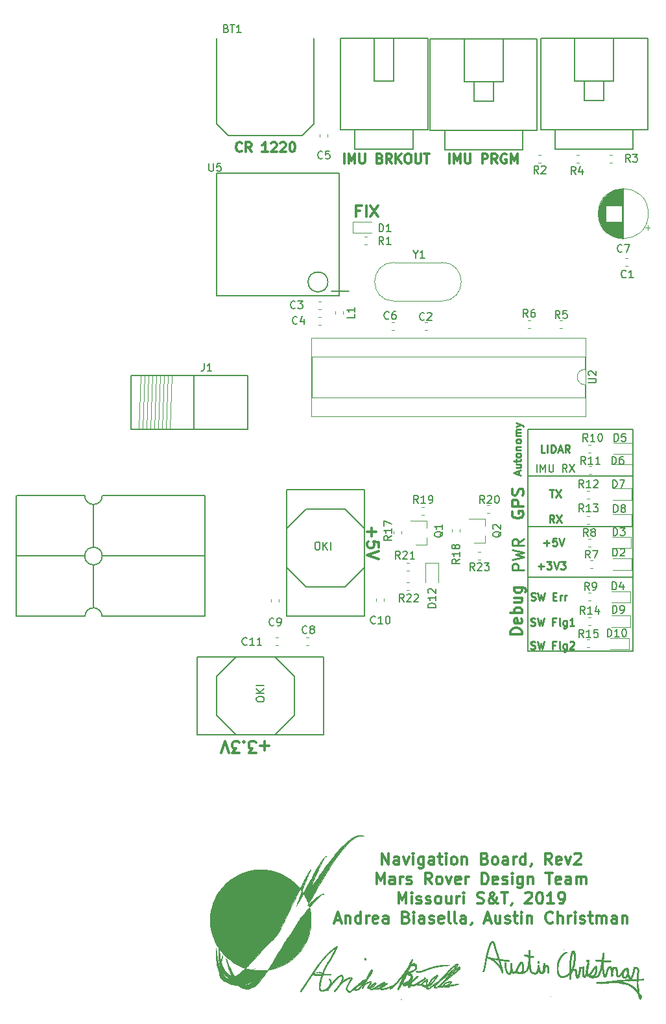
<source format=gbr>
G04 #@! TF.GenerationSoftware,KiCad,Pcbnew,(5.0.2)-1*
G04 #@! TF.CreationDate,2019-03-24T13:01:03-05:00*
G04 #@! TF.ProjectId,NavBoard_Hardware,4e617642-6f61-4726-945f-486172647761,rev?*
G04 #@! TF.SameCoordinates,Original*
G04 #@! TF.FileFunction,Legend,Top*
G04 #@! TF.FilePolarity,Positive*
%FSLAX46Y46*%
G04 Gerber Fmt 4.6, Leading zero omitted, Abs format (unit mm)*
G04 Created by KiCad (PCBNEW (5.0.2)-1) date 3/24/2019 1:01:03 PM*
%MOMM*%
%LPD*%
G01*
G04 APERTURE LIST*
%ADD10C,0.200000*%
%ADD11C,0.248000*%
%ADD12C,0.300000*%
%ADD13C,0.184500*%
%ADD14C,0.120000*%
%ADD15C,0.150000*%
%ADD16C,0.050000*%
%ADD17C,0.010000*%
G04 APERTURE END LIST*
D10*
X172212000Y-78232000D02*
X172212000Y-105664000D01*
X158496000Y-105664000D02*
X172212000Y-105664000D01*
X158496000Y-96012000D02*
X172212000Y-96012000D01*
X158496000Y-89408000D02*
X172212000Y-89408000D01*
X172212000Y-82804000D02*
X158496000Y-82804000D01*
X172212000Y-76708000D02*
X172212000Y-78232000D01*
X158496000Y-76708000D02*
X172212000Y-76708000D01*
X158496000Y-105664000D02*
X158496000Y-76708000D01*
D11*
X157925571Y-95027428D02*
X156425571Y-95027428D01*
X156425571Y-94456000D01*
X156497000Y-94313142D01*
X156568428Y-94241714D01*
X156711285Y-94170285D01*
X156925571Y-94170285D01*
X157068428Y-94241714D01*
X157139857Y-94313142D01*
X157211285Y-94456000D01*
X157211285Y-95027428D01*
X156425571Y-93670285D02*
X157925571Y-93313142D01*
X156854142Y-93027428D01*
X157925571Y-92741714D01*
X156425571Y-92384571D01*
X157925571Y-90956000D02*
X157211285Y-91456000D01*
X157925571Y-91813142D02*
X156425571Y-91813142D01*
X156425571Y-91241714D01*
X156497000Y-91098857D01*
X156568428Y-91027428D01*
X156711285Y-90956000D01*
X156925571Y-90956000D01*
X157068428Y-91027428D01*
X157139857Y-91098857D01*
X157211285Y-91241714D01*
X157211285Y-91813142D01*
D12*
X134465666Y-41965666D02*
X134465666Y-40719666D01*
X135059000Y-41965666D02*
X135059000Y-40719666D01*
X135474333Y-41609666D01*
X135889666Y-40719666D01*
X135889666Y-41965666D01*
X136483000Y-40719666D02*
X136483000Y-41728333D01*
X136542333Y-41847000D01*
X136601666Y-41906333D01*
X136720333Y-41965666D01*
X136957666Y-41965666D01*
X137076333Y-41906333D01*
X137135666Y-41847000D01*
X137195000Y-41728333D01*
X137195000Y-40719666D01*
X139153000Y-41313000D02*
X139331000Y-41372333D01*
X139390333Y-41431666D01*
X139449666Y-41550333D01*
X139449666Y-41728333D01*
X139390333Y-41847000D01*
X139331000Y-41906333D01*
X139212333Y-41965666D01*
X138737666Y-41965666D01*
X138737666Y-40719666D01*
X139153000Y-40719666D01*
X139271666Y-40779000D01*
X139331000Y-40838333D01*
X139390333Y-40957000D01*
X139390333Y-41075666D01*
X139331000Y-41194333D01*
X139271666Y-41253666D01*
X139153000Y-41313000D01*
X138737666Y-41313000D01*
X140695666Y-41965666D02*
X140280333Y-41372333D01*
X139983666Y-41965666D02*
X139983666Y-40719666D01*
X140458333Y-40719666D01*
X140577000Y-40779000D01*
X140636333Y-40838333D01*
X140695666Y-40957000D01*
X140695666Y-41135000D01*
X140636333Y-41253666D01*
X140577000Y-41313000D01*
X140458333Y-41372333D01*
X139983666Y-41372333D01*
X141229666Y-41965666D02*
X141229666Y-40719666D01*
X141941666Y-41965666D02*
X141407666Y-41253666D01*
X141941666Y-40719666D02*
X141229666Y-41431666D01*
X142713000Y-40719666D02*
X142950333Y-40719666D01*
X143069000Y-40779000D01*
X143187666Y-40897666D01*
X143247000Y-41135000D01*
X143247000Y-41550333D01*
X143187666Y-41787666D01*
X143069000Y-41906333D01*
X142950333Y-41965666D01*
X142713000Y-41965666D01*
X142594333Y-41906333D01*
X142475666Y-41787666D01*
X142416333Y-41550333D01*
X142416333Y-41135000D01*
X142475666Y-40897666D01*
X142594333Y-40779000D01*
X142713000Y-40719666D01*
X143781000Y-40719666D02*
X143781000Y-41728333D01*
X143840333Y-41847000D01*
X143899666Y-41906333D01*
X144018333Y-41965666D01*
X144255666Y-41965666D01*
X144374333Y-41906333D01*
X144433666Y-41847000D01*
X144493000Y-41728333D01*
X144493000Y-40719666D01*
X144908333Y-40719666D02*
X145620333Y-40719666D01*
X145264333Y-41965666D02*
X145264333Y-40719666D01*
D11*
X158842214Y-102255523D02*
X158983928Y-102302761D01*
X159220119Y-102302761D01*
X159314595Y-102255523D01*
X159361833Y-102208285D01*
X159409071Y-102113809D01*
X159409071Y-102019333D01*
X159361833Y-101924857D01*
X159314595Y-101877619D01*
X159220119Y-101830380D01*
X159031166Y-101783142D01*
X158936690Y-101735904D01*
X158889452Y-101688666D01*
X158842214Y-101594190D01*
X158842214Y-101499714D01*
X158889452Y-101405238D01*
X158936690Y-101358000D01*
X159031166Y-101310761D01*
X159267357Y-101310761D01*
X159409071Y-101358000D01*
X159739738Y-101310761D02*
X159975928Y-102302761D01*
X160164880Y-101594190D01*
X160353833Y-102302761D01*
X160590023Y-101310761D01*
X162054404Y-101783142D02*
X161723738Y-101783142D01*
X161723738Y-102302761D02*
X161723738Y-101310761D01*
X162196119Y-101310761D01*
X162715738Y-102302761D02*
X162621261Y-102255523D01*
X162574023Y-102161047D01*
X162574023Y-101310761D01*
X163518785Y-101641428D02*
X163518785Y-102444476D01*
X163471547Y-102538952D01*
X163424309Y-102586190D01*
X163329833Y-102633428D01*
X163188119Y-102633428D01*
X163093642Y-102586190D01*
X163518785Y-102255523D02*
X163424309Y-102302761D01*
X163235357Y-102302761D01*
X163140880Y-102255523D01*
X163093642Y-102208285D01*
X163046404Y-102113809D01*
X163046404Y-101830380D01*
X163093642Y-101735904D01*
X163140880Y-101688666D01*
X163235357Y-101641428D01*
X163424309Y-101641428D01*
X163518785Y-101688666D01*
X164510785Y-102302761D02*
X163943928Y-102302761D01*
X164227357Y-102302761D02*
X164227357Y-101310761D01*
X164132880Y-101452476D01*
X164038404Y-101546952D01*
X163943928Y-101594190D01*
X158877452Y-98953523D02*
X159019166Y-99000761D01*
X159255357Y-99000761D01*
X159349833Y-98953523D01*
X159397071Y-98906285D01*
X159444309Y-98811809D01*
X159444309Y-98717333D01*
X159397071Y-98622857D01*
X159349833Y-98575619D01*
X159255357Y-98528380D01*
X159066404Y-98481142D01*
X158971928Y-98433904D01*
X158924690Y-98386666D01*
X158877452Y-98292190D01*
X158877452Y-98197714D01*
X158924690Y-98103238D01*
X158971928Y-98056000D01*
X159066404Y-98008761D01*
X159302595Y-98008761D01*
X159444309Y-98056000D01*
X159774976Y-98008761D02*
X160011166Y-99000761D01*
X160200119Y-98292190D01*
X160389071Y-99000761D01*
X160625261Y-98008761D01*
X161758976Y-98481142D02*
X162089642Y-98481142D01*
X162231357Y-99000761D02*
X161758976Y-99000761D01*
X161758976Y-98008761D01*
X162231357Y-98008761D01*
X162656500Y-99000761D02*
X162656500Y-98339428D01*
X162656500Y-98528380D02*
X162703738Y-98433904D01*
X162750976Y-98386666D01*
X162845452Y-98339428D01*
X162939928Y-98339428D01*
X163270595Y-99000761D02*
X163270595Y-98339428D01*
X163270595Y-98528380D02*
X163317833Y-98433904D01*
X163365071Y-98386666D01*
X163459547Y-98339428D01*
X163554023Y-98339428D01*
D12*
X157696371Y-103452228D02*
X156196371Y-103452228D01*
X156196371Y-103095085D01*
X156267800Y-102880800D01*
X156410657Y-102737942D01*
X156553514Y-102666514D01*
X156839228Y-102595085D01*
X157053514Y-102595085D01*
X157339228Y-102666514D01*
X157482085Y-102737942D01*
X157624942Y-102880800D01*
X157696371Y-103095085D01*
X157696371Y-103452228D01*
X157624942Y-101380800D02*
X157696371Y-101523657D01*
X157696371Y-101809371D01*
X157624942Y-101952228D01*
X157482085Y-102023657D01*
X156910657Y-102023657D01*
X156767800Y-101952228D01*
X156696371Y-101809371D01*
X156696371Y-101523657D01*
X156767800Y-101380800D01*
X156910657Y-101309371D01*
X157053514Y-101309371D01*
X157196371Y-102023657D01*
X157696371Y-100666514D02*
X156196371Y-100666514D01*
X156767800Y-100666514D02*
X156696371Y-100523657D01*
X156696371Y-100237942D01*
X156767800Y-100095085D01*
X156839228Y-100023657D01*
X156982085Y-99952228D01*
X157410657Y-99952228D01*
X157553514Y-100023657D01*
X157624942Y-100095085D01*
X157696371Y-100237942D01*
X157696371Y-100523657D01*
X157624942Y-100666514D01*
X156696371Y-98666514D02*
X157696371Y-98666514D01*
X156696371Y-99309371D02*
X157482085Y-99309371D01*
X157624942Y-99237942D01*
X157696371Y-99095085D01*
X157696371Y-98880800D01*
X157624942Y-98737942D01*
X157553514Y-98666514D01*
X156696371Y-97309371D02*
X157910657Y-97309371D01*
X158053514Y-97380800D01*
X158124942Y-97452228D01*
X158196371Y-97595085D01*
X158196371Y-97809371D01*
X158124942Y-97952228D01*
X157624942Y-97309371D02*
X157696371Y-97452228D01*
X157696371Y-97737942D01*
X157624942Y-97880800D01*
X157553514Y-97952228D01*
X157410657Y-98023657D01*
X156982085Y-98023657D01*
X156839228Y-97952228D01*
X156767800Y-97880800D01*
X156696371Y-97737942D01*
X156696371Y-97452228D01*
X156767800Y-97309371D01*
X124666000Y-118002857D02*
X123523142Y-118002857D01*
X124094571Y-117431428D02*
X124094571Y-118574285D01*
X122951714Y-118931428D02*
X122023142Y-118931428D01*
X122523142Y-118360000D01*
X122308857Y-118360000D01*
X122166000Y-118288571D01*
X122094571Y-118217142D01*
X122023142Y-118074285D01*
X122023142Y-117717142D01*
X122094571Y-117574285D01*
X122166000Y-117502857D01*
X122308857Y-117431428D01*
X122737428Y-117431428D01*
X122880285Y-117502857D01*
X122951714Y-117574285D01*
X121380285Y-117574285D02*
X121308857Y-117502857D01*
X121380285Y-117431428D01*
X121451714Y-117502857D01*
X121380285Y-117574285D01*
X121380285Y-117431428D01*
X120808857Y-118931428D02*
X119880285Y-118931428D01*
X120380285Y-118360000D01*
X120166000Y-118360000D01*
X120023142Y-118288571D01*
X119951714Y-118217142D01*
X119880285Y-118074285D01*
X119880285Y-117717142D01*
X119951714Y-117574285D01*
X120023142Y-117502857D01*
X120166000Y-117431428D01*
X120594571Y-117431428D01*
X120737428Y-117502857D01*
X120808857Y-117574285D01*
X119451714Y-118931428D02*
X118951714Y-117431428D01*
X118451714Y-118931428D01*
X136556857Y-48152857D02*
X136056857Y-48152857D01*
X136056857Y-48938571D02*
X136056857Y-47438571D01*
X136771142Y-47438571D01*
X137342571Y-48938571D02*
X137342571Y-47438571D01*
X137914000Y-47438571D02*
X138914000Y-48938571D01*
X138914000Y-47438571D02*
X137914000Y-48938571D01*
D10*
X132359151Y-57429150D02*
G75*
G03X132359151Y-57429150I-1295151J0D01*
G01*
X132842000Y-58674000D02*
X135128000Y-58674000D01*
D12*
X156471000Y-87431428D02*
X156399571Y-87574285D01*
X156399571Y-87788571D01*
X156471000Y-88002857D01*
X156613857Y-88145714D01*
X156756714Y-88217142D01*
X157042428Y-88288571D01*
X157256714Y-88288571D01*
X157542428Y-88217142D01*
X157685285Y-88145714D01*
X157828142Y-88002857D01*
X157899571Y-87788571D01*
X157899571Y-87645714D01*
X157828142Y-87431428D01*
X157756714Y-87360000D01*
X157256714Y-87360000D01*
X157256714Y-87645714D01*
X157899571Y-86717142D02*
X156399571Y-86717142D01*
X156399571Y-86145714D01*
X156471000Y-86002857D01*
X156542428Y-85931428D01*
X156685285Y-85860000D01*
X156899571Y-85860000D01*
X157042428Y-85931428D01*
X157113857Y-86002857D01*
X157185285Y-86145714D01*
X157185285Y-86717142D01*
X157828142Y-85288571D02*
X157899571Y-85074285D01*
X157899571Y-84717142D01*
X157828142Y-84574285D01*
X157756714Y-84502857D01*
X157613857Y-84431428D01*
X157471000Y-84431428D01*
X157328142Y-84502857D01*
X157256714Y-84574285D01*
X157185285Y-84717142D01*
X157113857Y-85002857D01*
X157042428Y-85145714D01*
X156971000Y-85217142D01*
X156828142Y-85288571D01*
X156685285Y-85288571D01*
X156542428Y-85217142D01*
X156471000Y-85145714D01*
X156399571Y-85002857D01*
X156399571Y-84645714D01*
X156471000Y-84431428D01*
X138068857Y-89511428D02*
X138068857Y-90654285D01*
X137497428Y-90082857D02*
X138640285Y-90082857D01*
X138997428Y-92082857D02*
X138997428Y-91368571D01*
X138283142Y-91297142D01*
X138354571Y-91368571D01*
X138426000Y-91511428D01*
X138426000Y-91868571D01*
X138354571Y-92011428D01*
X138283142Y-92082857D01*
X138140285Y-92154285D01*
X137783142Y-92154285D01*
X137640285Y-92082857D01*
X137568857Y-92011428D01*
X137497428Y-91868571D01*
X137497428Y-91511428D01*
X137568857Y-91368571D01*
X137640285Y-91297142D01*
X138997428Y-92582857D02*
X137497428Y-93082857D01*
X138997428Y-93582857D01*
X148233666Y-41965666D02*
X148233666Y-40719666D01*
X148827000Y-41965666D02*
X148827000Y-40719666D01*
X149242333Y-41609666D01*
X149657666Y-40719666D01*
X149657666Y-41965666D01*
X150251000Y-40719666D02*
X150251000Y-41728333D01*
X150310333Y-41847000D01*
X150369666Y-41906333D01*
X150488333Y-41965666D01*
X150725666Y-41965666D01*
X150844333Y-41906333D01*
X150903666Y-41847000D01*
X150963000Y-41728333D01*
X150963000Y-40719666D01*
X152505666Y-41965666D02*
X152505666Y-40719666D01*
X152980333Y-40719666D01*
X153099000Y-40779000D01*
X153158333Y-40838333D01*
X153217666Y-40957000D01*
X153217666Y-41135000D01*
X153158333Y-41253666D01*
X153099000Y-41313000D01*
X152980333Y-41372333D01*
X152505666Y-41372333D01*
X154463666Y-41965666D02*
X154048333Y-41372333D01*
X153751666Y-41965666D02*
X153751666Y-40719666D01*
X154226333Y-40719666D01*
X154345000Y-40779000D01*
X154404333Y-40838333D01*
X154463666Y-40957000D01*
X154463666Y-41135000D01*
X154404333Y-41253666D01*
X154345000Y-41313000D01*
X154226333Y-41372333D01*
X153751666Y-41372333D01*
X155650333Y-40779000D02*
X155531666Y-40719666D01*
X155353666Y-40719666D01*
X155175666Y-40779000D01*
X155057000Y-40897666D01*
X154997666Y-41016333D01*
X154938333Y-41253666D01*
X154938333Y-41431666D01*
X154997666Y-41669000D01*
X155057000Y-41787666D01*
X155175666Y-41906333D01*
X155353666Y-41965666D01*
X155472333Y-41965666D01*
X155650333Y-41906333D01*
X155709666Y-41847000D01*
X155709666Y-41431666D01*
X155472333Y-41431666D01*
X156243666Y-41965666D02*
X156243666Y-40719666D01*
X156659000Y-41609666D01*
X157074333Y-40719666D01*
X157074333Y-41965666D01*
X121120666Y-40323000D02*
X121061333Y-40382333D01*
X120883333Y-40441666D01*
X120764666Y-40441666D01*
X120586666Y-40382333D01*
X120468000Y-40263666D01*
X120408666Y-40145000D01*
X120349333Y-39907666D01*
X120349333Y-39729666D01*
X120408666Y-39492333D01*
X120468000Y-39373666D01*
X120586666Y-39255000D01*
X120764666Y-39195666D01*
X120883333Y-39195666D01*
X121061333Y-39255000D01*
X121120666Y-39314333D01*
X122366666Y-40441666D02*
X121951333Y-39848333D01*
X121654666Y-40441666D02*
X121654666Y-39195666D01*
X122129333Y-39195666D01*
X122248000Y-39255000D01*
X122307333Y-39314333D01*
X122366666Y-39433000D01*
X122366666Y-39611000D01*
X122307333Y-39729666D01*
X122248000Y-39789000D01*
X122129333Y-39848333D01*
X121654666Y-39848333D01*
X124502666Y-40441666D02*
X123790666Y-40441666D01*
X124146666Y-40441666D02*
X124146666Y-39195666D01*
X124028000Y-39373666D01*
X123909333Y-39492333D01*
X123790666Y-39551666D01*
X124977333Y-39314333D02*
X125036666Y-39255000D01*
X125155333Y-39195666D01*
X125452000Y-39195666D01*
X125570666Y-39255000D01*
X125630000Y-39314333D01*
X125689333Y-39433000D01*
X125689333Y-39551666D01*
X125630000Y-39729666D01*
X124918000Y-40441666D01*
X125689333Y-40441666D01*
X126164000Y-39314333D02*
X126223333Y-39255000D01*
X126342000Y-39195666D01*
X126638666Y-39195666D01*
X126757333Y-39255000D01*
X126816666Y-39314333D01*
X126876000Y-39433000D01*
X126876000Y-39551666D01*
X126816666Y-39729666D01*
X126104666Y-40441666D01*
X126876000Y-40441666D01*
X127647333Y-39195666D02*
X127766000Y-39195666D01*
X127884666Y-39255000D01*
X127944000Y-39314333D01*
X128003333Y-39433000D01*
X128062666Y-39670333D01*
X128062666Y-39967000D01*
X128003333Y-40204333D01*
X127944000Y-40323000D01*
X127884666Y-40382333D01*
X127766000Y-40441666D01*
X127647333Y-40441666D01*
X127528666Y-40382333D01*
X127469333Y-40323000D01*
X127410000Y-40204333D01*
X127350666Y-39967000D01*
X127350666Y-39670333D01*
X127410000Y-39433000D01*
X127469333Y-39314333D01*
X127528666Y-39255000D01*
X127647333Y-39195666D01*
D11*
X161886666Y-88840761D02*
X161556000Y-88368380D01*
X161319809Y-88840761D02*
X161319809Y-87848761D01*
X161697714Y-87848761D01*
X161792190Y-87896000D01*
X161839428Y-87943238D01*
X161886666Y-88037714D01*
X161886666Y-88179428D01*
X161839428Y-88273904D01*
X161792190Y-88321142D01*
X161697714Y-88368380D01*
X161319809Y-88368380D01*
X162217333Y-87848761D02*
X162878666Y-88840761D01*
X162878666Y-87848761D02*
X162217333Y-88840761D01*
X161296190Y-84546761D02*
X161863047Y-84546761D01*
X161579619Y-85538761D02*
X161579619Y-84546761D01*
X162099238Y-84546761D02*
X162760571Y-85538761D01*
X162760571Y-84546761D02*
X162099238Y-85538761D01*
X158842214Y-105303523D02*
X158983928Y-105350761D01*
X159220119Y-105350761D01*
X159314595Y-105303523D01*
X159361833Y-105256285D01*
X159409071Y-105161809D01*
X159409071Y-105067333D01*
X159361833Y-104972857D01*
X159314595Y-104925619D01*
X159220119Y-104878380D01*
X159031166Y-104831142D01*
X158936690Y-104783904D01*
X158889452Y-104736666D01*
X158842214Y-104642190D01*
X158842214Y-104547714D01*
X158889452Y-104453238D01*
X158936690Y-104406000D01*
X159031166Y-104358761D01*
X159267357Y-104358761D01*
X159409071Y-104406000D01*
X159739738Y-104358761D02*
X159975928Y-105350761D01*
X160164880Y-104642190D01*
X160353833Y-105350761D01*
X160590023Y-104358761D01*
X162054404Y-104831142D02*
X161723738Y-104831142D01*
X161723738Y-105350761D02*
X161723738Y-104358761D01*
X162196119Y-104358761D01*
X162715738Y-105350761D02*
X162621261Y-105303523D01*
X162574023Y-105209047D01*
X162574023Y-104358761D01*
X163518785Y-104689428D02*
X163518785Y-105492476D01*
X163471547Y-105586952D01*
X163424309Y-105634190D01*
X163329833Y-105681428D01*
X163188119Y-105681428D01*
X163093642Y-105634190D01*
X163518785Y-105303523D02*
X163424309Y-105350761D01*
X163235357Y-105350761D01*
X163140880Y-105303523D01*
X163093642Y-105256285D01*
X163046404Y-105161809D01*
X163046404Y-104878380D01*
X163093642Y-104783904D01*
X163140880Y-104736666D01*
X163235357Y-104689428D01*
X163424309Y-104689428D01*
X163518785Y-104736666D01*
X163943928Y-104453238D02*
X163991166Y-104406000D01*
X164085642Y-104358761D01*
X164321833Y-104358761D01*
X164416309Y-104406000D01*
X164463547Y-104453238D01*
X164510785Y-104547714D01*
X164510785Y-104642190D01*
X164463547Y-104783904D01*
X163896690Y-105350761D01*
X164510785Y-105350761D01*
X160522571Y-91510857D02*
X161278380Y-91510857D01*
X160900476Y-91888761D02*
X160900476Y-91132952D01*
X162223142Y-90896761D02*
X161750761Y-90896761D01*
X161703523Y-91369142D01*
X161750761Y-91321904D01*
X161845238Y-91274666D01*
X162081428Y-91274666D01*
X162175904Y-91321904D01*
X162223142Y-91369142D01*
X162270380Y-91463619D01*
X162270380Y-91699809D01*
X162223142Y-91794285D01*
X162175904Y-91841523D01*
X162081428Y-91888761D01*
X161845238Y-91888761D01*
X161750761Y-91841523D01*
X161703523Y-91794285D01*
X162553809Y-90896761D02*
X162884476Y-91888761D01*
X163215142Y-90896761D01*
X159796190Y-94558857D02*
X160552000Y-94558857D01*
X160174095Y-94936761D02*
X160174095Y-94180952D01*
X160929904Y-93944761D02*
X161544000Y-93944761D01*
X161213333Y-94322666D01*
X161355047Y-94322666D01*
X161449523Y-94369904D01*
X161496761Y-94417142D01*
X161544000Y-94511619D01*
X161544000Y-94747809D01*
X161496761Y-94842285D01*
X161449523Y-94889523D01*
X161355047Y-94936761D01*
X161071619Y-94936761D01*
X160977142Y-94889523D01*
X160929904Y-94842285D01*
X161827428Y-93944761D02*
X162158095Y-94936761D01*
X162488761Y-93944761D01*
X162724952Y-93944761D02*
X163339047Y-93944761D01*
X163008380Y-94322666D01*
X163150095Y-94322666D01*
X163244571Y-94369904D01*
X163291809Y-94417142D01*
X163339047Y-94511619D01*
X163339047Y-94747809D01*
X163291809Y-94842285D01*
X163244571Y-94889523D01*
X163150095Y-94936761D01*
X162866666Y-94936761D01*
X162772190Y-94889523D01*
X162724952Y-94842285D01*
X157285333Y-82601904D02*
X157285333Y-82129523D01*
X157568761Y-82696380D02*
X156576761Y-82365714D01*
X157568761Y-82035047D01*
X156907428Y-81279238D02*
X157568761Y-81279238D01*
X156907428Y-81704380D02*
X157427047Y-81704380D01*
X157521523Y-81657142D01*
X157568761Y-81562666D01*
X157568761Y-81420952D01*
X157521523Y-81326476D01*
X157474285Y-81279238D01*
X156907428Y-80948571D02*
X156907428Y-80570666D01*
X156576761Y-80806857D02*
X157427047Y-80806857D01*
X157521523Y-80759619D01*
X157568761Y-80665142D01*
X157568761Y-80570666D01*
X157568761Y-80098285D02*
X157521523Y-80192761D01*
X157474285Y-80240000D01*
X157379809Y-80287238D01*
X157096380Y-80287238D01*
X157001904Y-80240000D01*
X156954666Y-80192761D01*
X156907428Y-80098285D01*
X156907428Y-79956571D01*
X156954666Y-79862095D01*
X157001904Y-79814857D01*
X157096380Y-79767619D01*
X157379809Y-79767619D01*
X157474285Y-79814857D01*
X157521523Y-79862095D01*
X157568761Y-79956571D01*
X157568761Y-80098285D01*
X156907428Y-79342476D02*
X157568761Y-79342476D01*
X157001904Y-79342476D02*
X156954666Y-79295238D01*
X156907428Y-79200761D01*
X156907428Y-79059047D01*
X156954666Y-78964571D01*
X157049142Y-78917333D01*
X157568761Y-78917333D01*
X157568761Y-78303238D02*
X157521523Y-78397714D01*
X157474285Y-78444952D01*
X157379809Y-78492190D01*
X157096380Y-78492190D01*
X157001904Y-78444952D01*
X156954666Y-78397714D01*
X156907428Y-78303238D01*
X156907428Y-78161523D01*
X156954666Y-78067047D01*
X157001904Y-78019809D01*
X157096380Y-77972571D01*
X157379809Y-77972571D01*
X157474285Y-78019809D01*
X157521523Y-78067047D01*
X157568761Y-78161523D01*
X157568761Y-78303238D01*
X157568761Y-77547428D02*
X156907428Y-77547428D01*
X157001904Y-77547428D02*
X156954666Y-77500190D01*
X156907428Y-77405714D01*
X156907428Y-77264000D01*
X156954666Y-77169523D01*
X157049142Y-77122285D01*
X157568761Y-77122285D01*
X157049142Y-77122285D02*
X156954666Y-77075047D01*
X156907428Y-76980571D01*
X156907428Y-76838857D01*
X156954666Y-76744380D01*
X157049142Y-76697142D01*
X157568761Y-76697142D01*
X156907428Y-76319238D02*
X157568761Y-76083047D01*
X156907428Y-75846857D02*
X157568761Y-76083047D01*
X157804952Y-76177523D01*
X157852190Y-76224761D01*
X157899428Y-76319238D01*
D13*
X159619238Y-82236761D02*
X159619238Y-81244761D01*
X160091619Y-82236761D02*
X160091619Y-81244761D01*
X160422285Y-81953333D01*
X160752952Y-81244761D01*
X160752952Y-82236761D01*
X161225333Y-81244761D02*
X161225333Y-82047809D01*
X161272571Y-82142285D01*
X161319809Y-82189523D01*
X161414285Y-82236761D01*
X161603238Y-82236761D01*
X161697714Y-82189523D01*
X161744952Y-82142285D01*
X161792190Y-82047809D01*
X161792190Y-81244761D01*
X163587238Y-82236761D02*
X163256571Y-81764380D01*
X163020380Y-82236761D02*
X163020380Y-81244761D01*
X163398285Y-81244761D01*
X163492761Y-81292000D01*
X163540000Y-81339238D01*
X163587238Y-81433714D01*
X163587238Y-81575428D01*
X163540000Y-81669904D01*
X163492761Y-81717142D01*
X163398285Y-81764380D01*
X163020380Y-81764380D01*
X163917904Y-81244761D02*
X164579238Y-82236761D01*
X164579238Y-81244761D02*
X163917904Y-82236761D01*
D11*
X160705714Y-79696761D02*
X160233333Y-79696761D01*
X160233333Y-78704761D01*
X161036380Y-79696761D02*
X161036380Y-78704761D01*
X161508761Y-79696761D02*
X161508761Y-78704761D01*
X161744952Y-78704761D01*
X161886666Y-78752000D01*
X161981142Y-78846476D01*
X162028380Y-78940952D01*
X162075619Y-79129904D01*
X162075619Y-79271619D01*
X162028380Y-79460571D01*
X161981142Y-79555047D01*
X161886666Y-79649523D01*
X161744952Y-79696761D01*
X161508761Y-79696761D01*
X162453523Y-79413333D02*
X162925904Y-79413333D01*
X162359047Y-79696761D02*
X162689714Y-78704761D01*
X163020380Y-79696761D01*
X163917904Y-79696761D02*
X163587238Y-79224380D01*
X163351047Y-79696761D02*
X163351047Y-78704761D01*
X163728952Y-78704761D01*
X163823428Y-78752000D01*
X163870666Y-78799238D01*
X163917904Y-78893714D01*
X163917904Y-79035428D01*
X163870666Y-79129904D01*
X163823428Y-79177142D01*
X163728952Y-79224380D01*
X163351047Y-79224380D01*
D12*
X139435714Y-133505571D02*
X139435714Y-132005571D01*
X140292857Y-133505571D01*
X140292857Y-132005571D01*
X141650000Y-133505571D02*
X141650000Y-132719857D01*
X141578571Y-132577000D01*
X141435714Y-132505571D01*
X141150000Y-132505571D01*
X141007142Y-132577000D01*
X141650000Y-133434142D02*
X141507142Y-133505571D01*
X141150000Y-133505571D01*
X141007142Y-133434142D01*
X140935714Y-133291285D01*
X140935714Y-133148428D01*
X141007142Y-133005571D01*
X141150000Y-132934142D01*
X141507142Y-132934142D01*
X141650000Y-132862714D01*
X142221428Y-132505571D02*
X142578571Y-133505571D01*
X142935714Y-132505571D01*
X143507142Y-133505571D02*
X143507142Y-132505571D01*
X143507142Y-132005571D02*
X143435714Y-132077000D01*
X143507142Y-132148428D01*
X143578571Y-132077000D01*
X143507142Y-132005571D01*
X143507142Y-132148428D01*
X144864285Y-132505571D02*
X144864285Y-133719857D01*
X144792857Y-133862714D01*
X144721428Y-133934142D01*
X144578571Y-134005571D01*
X144364285Y-134005571D01*
X144221428Y-133934142D01*
X144864285Y-133434142D02*
X144721428Y-133505571D01*
X144435714Y-133505571D01*
X144292857Y-133434142D01*
X144221428Y-133362714D01*
X144150000Y-133219857D01*
X144150000Y-132791285D01*
X144221428Y-132648428D01*
X144292857Y-132577000D01*
X144435714Y-132505571D01*
X144721428Y-132505571D01*
X144864285Y-132577000D01*
X146221428Y-133505571D02*
X146221428Y-132719857D01*
X146150000Y-132577000D01*
X146007142Y-132505571D01*
X145721428Y-132505571D01*
X145578571Y-132577000D01*
X146221428Y-133434142D02*
X146078571Y-133505571D01*
X145721428Y-133505571D01*
X145578571Y-133434142D01*
X145507142Y-133291285D01*
X145507142Y-133148428D01*
X145578571Y-133005571D01*
X145721428Y-132934142D01*
X146078571Y-132934142D01*
X146221428Y-132862714D01*
X146721428Y-132505571D02*
X147292857Y-132505571D01*
X146935714Y-132005571D02*
X146935714Y-133291285D01*
X147007142Y-133434142D01*
X147150000Y-133505571D01*
X147292857Y-133505571D01*
X147792857Y-133505571D02*
X147792857Y-132505571D01*
X147792857Y-132005571D02*
X147721428Y-132077000D01*
X147792857Y-132148428D01*
X147864285Y-132077000D01*
X147792857Y-132005571D01*
X147792857Y-132148428D01*
X148721428Y-133505571D02*
X148578571Y-133434142D01*
X148507142Y-133362714D01*
X148435714Y-133219857D01*
X148435714Y-132791285D01*
X148507142Y-132648428D01*
X148578571Y-132577000D01*
X148721428Y-132505571D01*
X148935714Y-132505571D01*
X149078571Y-132577000D01*
X149150000Y-132648428D01*
X149221428Y-132791285D01*
X149221428Y-133219857D01*
X149150000Y-133362714D01*
X149078571Y-133434142D01*
X148935714Y-133505571D01*
X148721428Y-133505571D01*
X149864285Y-132505571D02*
X149864285Y-133505571D01*
X149864285Y-132648428D02*
X149935714Y-132577000D01*
X150078571Y-132505571D01*
X150292857Y-132505571D01*
X150435714Y-132577000D01*
X150507142Y-132719857D01*
X150507142Y-133505571D01*
X152864285Y-132719857D02*
X153078571Y-132791285D01*
X153150000Y-132862714D01*
X153221428Y-133005571D01*
X153221428Y-133219857D01*
X153150000Y-133362714D01*
X153078571Y-133434142D01*
X152935714Y-133505571D01*
X152364285Y-133505571D01*
X152364285Y-132005571D01*
X152864285Y-132005571D01*
X153007142Y-132077000D01*
X153078571Y-132148428D01*
X153150000Y-132291285D01*
X153150000Y-132434142D01*
X153078571Y-132577000D01*
X153007142Y-132648428D01*
X152864285Y-132719857D01*
X152364285Y-132719857D01*
X154078571Y-133505571D02*
X153935714Y-133434142D01*
X153864285Y-133362714D01*
X153792857Y-133219857D01*
X153792857Y-132791285D01*
X153864285Y-132648428D01*
X153935714Y-132577000D01*
X154078571Y-132505571D01*
X154292857Y-132505571D01*
X154435714Y-132577000D01*
X154507142Y-132648428D01*
X154578571Y-132791285D01*
X154578571Y-133219857D01*
X154507142Y-133362714D01*
X154435714Y-133434142D01*
X154292857Y-133505571D01*
X154078571Y-133505571D01*
X155864285Y-133505571D02*
X155864285Y-132719857D01*
X155792857Y-132577000D01*
X155650000Y-132505571D01*
X155364285Y-132505571D01*
X155221428Y-132577000D01*
X155864285Y-133434142D02*
X155721428Y-133505571D01*
X155364285Y-133505571D01*
X155221428Y-133434142D01*
X155150000Y-133291285D01*
X155150000Y-133148428D01*
X155221428Y-133005571D01*
X155364285Y-132934142D01*
X155721428Y-132934142D01*
X155864285Y-132862714D01*
X156578571Y-133505571D02*
X156578571Y-132505571D01*
X156578571Y-132791285D02*
X156650000Y-132648428D01*
X156721428Y-132577000D01*
X156864285Y-132505571D01*
X157007142Y-132505571D01*
X158150000Y-133505571D02*
X158150000Y-132005571D01*
X158150000Y-133434142D02*
X158007142Y-133505571D01*
X157721428Y-133505571D01*
X157578571Y-133434142D01*
X157507142Y-133362714D01*
X157435714Y-133219857D01*
X157435714Y-132791285D01*
X157507142Y-132648428D01*
X157578571Y-132577000D01*
X157721428Y-132505571D01*
X158007142Y-132505571D01*
X158150000Y-132577000D01*
X158935714Y-133434142D02*
X158935714Y-133505571D01*
X158864285Y-133648428D01*
X158792857Y-133719857D01*
X161578571Y-133505571D02*
X161078571Y-132791285D01*
X160721428Y-133505571D02*
X160721428Y-132005571D01*
X161292857Y-132005571D01*
X161435714Y-132077000D01*
X161507142Y-132148428D01*
X161578571Y-132291285D01*
X161578571Y-132505571D01*
X161507142Y-132648428D01*
X161435714Y-132719857D01*
X161292857Y-132791285D01*
X160721428Y-132791285D01*
X162792857Y-133434142D02*
X162650000Y-133505571D01*
X162364285Y-133505571D01*
X162221428Y-133434142D01*
X162150000Y-133291285D01*
X162150000Y-132719857D01*
X162221428Y-132577000D01*
X162364285Y-132505571D01*
X162650000Y-132505571D01*
X162792857Y-132577000D01*
X162864285Y-132719857D01*
X162864285Y-132862714D01*
X162150000Y-133005571D01*
X163364285Y-132505571D02*
X163721428Y-133505571D01*
X164078571Y-132505571D01*
X164578571Y-132148428D02*
X164650000Y-132077000D01*
X164792857Y-132005571D01*
X165150000Y-132005571D01*
X165292857Y-132077000D01*
X165364285Y-132148428D01*
X165435714Y-132291285D01*
X165435714Y-132434142D01*
X165364285Y-132648428D01*
X164507142Y-133505571D01*
X165435714Y-133505571D01*
X138721428Y-136055571D02*
X138721428Y-134555571D01*
X139221428Y-135627000D01*
X139721428Y-134555571D01*
X139721428Y-136055571D01*
X141078571Y-136055571D02*
X141078571Y-135269857D01*
X141007142Y-135127000D01*
X140864285Y-135055571D01*
X140578571Y-135055571D01*
X140435714Y-135127000D01*
X141078571Y-135984142D02*
X140935714Y-136055571D01*
X140578571Y-136055571D01*
X140435714Y-135984142D01*
X140364285Y-135841285D01*
X140364285Y-135698428D01*
X140435714Y-135555571D01*
X140578571Y-135484142D01*
X140935714Y-135484142D01*
X141078571Y-135412714D01*
X141792857Y-136055571D02*
X141792857Y-135055571D01*
X141792857Y-135341285D02*
X141864285Y-135198428D01*
X141935714Y-135127000D01*
X142078571Y-135055571D01*
X142221428Y-135055571D01*
X142650000Y-135984142D02*
X142792857Y-136055571D01*
X143078571Y-136055571D01*
X143221428Y-135984142D01*
X143292857Y-135841285D01*
X143292857Y-135769857D01*
X143221428Y-135627000D01*
X143078571Y-135555571D01*
X142864285Y-135555571D01*
X142721428Y-135484142D01*
X142650000Y-135341285D01*
X142650000Y-135269857D01*
X142721428Y-135127000D01*
X142864285Y-135055571D01*
X143078571Y-135055571D01*
X143221428Y-135127000D01*
X145935714Y-136055571D02*
X145435714Y-135341285D01*
X145078571Y-136055571D02*
X145078571Y-134555571D01*
X145650000Y-134555571D01*
X145792857Y-134627000D01*
X145864285Y-134698428D01*
X145935714Y-134841285D01*
X145935714Y-135055571D01*
X145864285Y-135198428D01*
X145792857Y-135269857D01*
X145650000Y-135341285D01*
X145078571Y-135341285D01*
X146792857Y-136055571D02*
X146650000Y-135984142D01*
X146578571Y-135912714D01*
X146507142Y-135769857D01*
X146507142Y-135341285D01*
X146578571Y-135198428D01*
X146650000Y-135127000D01*
X146792857Y-135055571D01*
X147007142Y-135055571D01*
X147150000Y-135127000D01*
X147221428Y-135198428D01*
X147292857Y-135341285D01*
X147292857Y-135769857D01*
X147221428Y-135912714D01*
X147150000Y-135984142D01*
X147007142Y-136055571D01*
X146792857Y-136055571D01*
X147792857Y-135055571D02*
X148150000Y-136055571D01*
X148507142Y-135055571D01*
X149650000Y-135984142D02*
X149507142Y-136055571D01*
X149221428Y-136055571D01*
X149078571Y-135984142D01*
X149007142Y-135841285D01*
X149007142Y-135269857D01*
X149078571Y-135127000D01*
X149221428Y-135055571D01*
X149507142Y-135055571D01*
X149650000Y-135127000D01*
X149721428Y-135269857D01*
X149721428Y-135412714D01*
X149007142Y-135555571D01*
X150364285Y-136055571D02*
X150364285Y-135055571D01*
X150364285Y-135341285D02*
X150435714Y-135198428D01*
X150507142Y-135127000D01*
X150650000Y-135055571D01*
X150792857Y-135055571D01*
X152435714Y-136055571D02*
X152435714Y-134555571D01*
X152792857Y-134555571D01*
X153007142Y-134627000D01*
X153150000Y-134769857D01*
X153221428Y-134912714D01*
X153292857Y-135198428D01*
X153292857Y-135412714D01*
X153221428Y-135698428D01*
X153150000Y-135841285D01*
X153007142Y-135984142D01*
X152792857Y-136055571D01*
X152435714Y-136055571D01*
X154507142Y-135984142D02*
X154364285Y-136055571D01*
X154078571Y-136055571D01*
X153935714Y-135984142D01*
X153864285Y-135841285D01*
X153864285Y-135269857D01*
X153935714Y-135127000D01*
X154078571Y-135055571D01*
X154364285Y-135055571D01*
X154507142Y-135127000D01*
X154578571Y-135269857D01*
X154578571Y-135412714D01*
X153864285Y-135555571D01*
X155150000Y-135984142D02*
X155292857Y-136055571D01*
X155578571Y-136055571D01*
X155721428Y-135984142D01*
X155792857Y-135841285D01*
X155792857Y-135769857D01*
X155721428Y-135627000D01*
X155578571Y-135555571D01*
X155364285Y-135555571D01*
X155221428Y-135484142D01*
X155150000Y-135341285D01*
X155150000Y-135269857D01*
X155221428Y-135127000D01*
X155364285Y-135055571D01*
X155578571Y-135055571D01*
X155721428Y-135127000D01*
X156435714Y-136055571D02*
X156435714Y-135055571D01*
X156435714Y-134555571D02*
X156364285Y-134627000D01*
X156435714Y-134698428D01*
X156507142Y-134627000D01*
X156435714Y-134555571D01*
X156435714Y-134698428D01*
X157792857Y-135055571D02*
X157792857Y-136269857D01*
X157721428Y-136412714D01*
X157650000Y-136484142D01*
X157507142Y-136555571D01*
X157292857Y-136555571D01*
X157150000Y-136484142D01*
X157792857Y-135984142D02*
X157650000Y-136055571D01*
X157364285Y-136055571D01*
X157221428Y-135984142D01*
X157150000Y-135912714D01*
X157078571Y-135769857D01*
X157078571Y-135341285D01*
X157150000Y-135198428D01*
X157221428Y-135127000D01*
X157364285Y-135055571D01*
X157650000Y-135055571D01*
X157792857Y-135127000D01*
X158507142Y-135055571D02*
X158507142Y-136055571D01*
X158507142Y-135198428D02*
X158578571Y-135127000D01*
X158721428Y-135055571D01*
X158935714Y-135055571D01*
X159078571Y-135127000D01*
X159150000Y-135269857D01*
X159150000Y-136055571D01*
X160792857Y-134555571D02*
X161650000Y-134555571D01*
X161221428Y-136055571D02*
X161221428Y-134555571D01*
X162721428Y-135984142D02*
X162578571Y-136055571D01*
X162292857Y-136055571D01*
X162150000Y-135984142D01*
X162078571Y-135841285D01*
X162078571Y-135269857D01*
X162150000Y-135127000D01*
X162292857Y-135055571D01*
X162578571Y-135055571D01*
X162721428Y-135127000D01*
X162792857Y-135269857D01*
X162792857Y-135412714D01*
X162078571Y-135555571D01*
X164078571Y-136055571D02*
X164078571Y-135269857D01*
X164007142Y-135127000D01*
X163864285Y-135055571D01*
X163578571Y-135055571D01*
X163435714Y-135127000D01*
X164078571Y-135984142D02*
X163935714Y-136055571D01*
X163578571Y-136055571D01*
X163435714Y-135984142D01*
X163364285Y-135841285D01*
X163364285Y-135698428D01*
X163435714Y-135555571D01*
X163578571Y-135484142D01*
X163935714Y-135484142D01*
X164078571Y-135412714D01*
X164792857Y-136055571D02*
X164792857Y-135055571D01*
X164792857Y-135198428D02*
X164864285Y-135127000D01*
X165007142Y-135055571D01*
X165221428Y-135055571D01*
X165364285Y-135127000D01*
X165435714Y-135269857D01*
X165435714Y-136055571D01*
X165435714Y-135269857D02*
X165507142Y-135127000D01*
X165650000Y-135055571D01*
X165864285Y-135055571D01*
X166007142Y-135127000D01*
X166078571Y-135269857D01*
X166078571Y-136055571D01*
X141578571Y-138605571D02*
X141578571Y-137105571D01*
X142078571Y-138177000D01*
X142578571Y-137105571D01*
X142578571Y-138605571D01*
X143292857Y-138605571D02*
X143292857Y-137605571D01*
X143292857Y-137105571D02*
X143221428Y-137177000D01*
X143292857Y-137248428D01*
X143364285Y-137177000D01*
X143292857Y-137105571D01*
X143292857Y-137248428D01*
X143935714Y-138534142D02*
X144078571Y-138605571D01*
X144364285Y-138605571D01*
X144507142Y-138534142D01*
X144578571Y-138391285D01*
X144578571Y-138319857D01*
X144507142Y-138177000D01*
X144364285Y-138105571D01*
X144150000Y-138105571D01*
X144007142Y-138034142D01*
X143935714Y-137891285D01*
X143935714Y-137819857D01*
X144007142Y-137677000D01*
X144150000Y-137605571D01*
X144364285Y-137605571D01*
X144507142Y-137677000D01*
X145150000Y-138534142D02*
X145292857Y-138605571D01*
X145578571Y-138605571D01*
X145721428Y-138534142D01*
X145792857Y-138391285D01*
X145792857Y-138319857D01*
X145721428Y-138177000D01*
X145578571Y-138105571D01*
X145364285Y-138105571D01*
X145221428Y-138034142D01*
X145150000Y-137891285D01*
X145150000Y-137819857D01*
X145221428Y-137677000D01*
X145364285Y-137605571D01*
X145578571Y-137605571D01*
X145721428Y-137677000D01*
X146650000Y-138605571D02*
X146507142Y-138534142D01*
X146435714Y-138462714D01*
X146364285Y-138319857D01*
X146364285Y-137891285D01*
X146435714Y-137748428D01*
X146507142Y-137677000D01*
X146650000Y-137605571D01*
X146864285Y-137605571D01*
X147007142Y-137677000D01*
X147078571Y-137748428D01*
X147150000Y-137891285D01*
X147150000Y-138319857D01*
X147078571Y-138462714D01*
X147007142Y-138534142D01*
X146864285Y-138605571D01*
X146650000Y-138605571D01*
X148435714Y-137605571D02*
X148435714Y-138605571D01*
X147792857Y-137605571D02*
X147792857Y-138391285D01*
X147864285Y-138534142D01*
X148007142Y-138605571D01*
X148221428Y-138605571D01*
X148364285Y-138534142D01*
X148435714Y-138462714D01*
X149150000Y-138605571D02*
X149150000Y-137605571D01*
X149150000Y-137891285D02*
X149221428Y-137748428D01*
X149292857Y-137677000D01*
X149435714Y-137605571D01*
X149578571Y-137605571D01*
X150078571Y-138605571D02*
X150078571Y-137605571D01*
X150078571Y-137105571D02*
X150007142Y-137177000D01*
X150078571Y-137248428D01*
X150150000Y-137177000D01*
X150078571Y-137105571D01*
X150078571Y-137248428D01*
X151864285Y-138534142D02*
X152078571Y-138605571D01*
X152435714Y-138605571D01*
X152578571Y-138534142D01*
X152650000Y-138462714D01*
X152721428Y-138319857D01*
X152721428Y-138177000D01*
X152650000Y-138034142D01*
X152578571Y-137962714D01*
X152435714Y-137891285D01*
X152150000Y-137819857D01*
X152007142Y-137748428D01*
X151935714Y-137677000D01*
X151864285Y-137534142D01*
X151864285Y-137391285D01*
X151935714Y-137248428D01*
X152007142Y-137177000D01*
X152150000Y-137105571D01*
X152507142Y-137105571D01*
X152721428Y-137177000D01*
X154578571Y-138605571D02*
X154507142Y-138605571D01*
X154364285Y-138534142D01*
X154150000Y-138319857D01*
X153792857Y-137891285D01*
X153650000Y-137677000D01*
X153578571Y-137462714D01*
X153578571Y-137319857D01*
X153650000Y-137177000D01*
X153792857Y-137105571D01*
X153864285Y-137105571D01*
X154007142Y-137177000D01*
X154078571Y-137319857D01*
X154078571Y-137391285D01*
X154007142Y-137534142D01*
X153935714Y-137605571D01*
X153507142Y-137891285D01*
X153435714Y-137962714D01*
X153364285Y-138105571D01*
X153364285Y-138319857D01*
X153435714Y-138462714D01*
X153507142Y-138534142D01*
X153650000Y-138605571D01*
X153864285Y-138605571D01*
X154007142Y-138534142D01*
X154078571Y-138462714D01*
X154292857Y-138177000D01*
X154364285Y-137962714D01*
X154364285Y-137819857D01*
X155007142Y-137105571D02*
X155864285Y-137105571D01*
X155435714Y-138605571D02*
X155435714Y-137105571D01*
X156435714Y-138534142D02*
X156435714Y-138605571D01*
X156364285Y-138748428D01*
X156292857Y-138819857D01*
X158150000Y-137248428D02*
X158221428Y-137177000D01*
X158364285Y-137105571D01*
X158721428Y-137105571D01*
X158864285Y-137177000D01*
X158935714Y-137248428D01*
X159007142Y-137391285D01*
X159007142Y-137534142D01*
X158935714Y-137748428D01*
X158078571Y-138605571D01*
X159007142Y-138605571D01*
X159935714Y-137105571D02*
X160078571Y-137105571D01*
X160221428Y-137177000D01*
X160292857Y-137248428D01*
X160364285Y-137391285D01*
X160435714Y-137677000D01*
X160435714Y-138034142D01*
X160364285Y-138319857D01*
X160292857Y-138462714D01*
X160221428Y-138534142D01*
X160078571Y-138605571D01*
X159935714Y-138605571D01*
X159792857Y-138534142D01*
X159721428Y-138462714D01*
X159650000Y-138319857D01*
X159578571Y-138034142D01*
X159578571Y-137677000D01*
X159650000Y-137391285D01*
X159721428Y-137248428D01*
X159792857Y-137177000D01*
X159935714Y-137105571D01*
X161864285Y-138605571D02*
X161007142Y-138605571D01*
X161435714Y-138605571D02*
X161435714Y-137105571D01*
X161292857Y-137319857D01*
X161150000Y-137462714D01*
X161007142Y-137534142D01*
X162578571Y-138605571D02*
X162864285Y-138605571D01*
X163007142Y-138534142D01*
X163078571Y-138462714D01*
X163221428Y-138248428D01*
X163292857Y-137962714D01*
X163292857Y-137391285D01*
X163221428Y-137248428D01*
X163150000Y-137177000D01*
X163007142Y-137105571D01*
X162721428Y-137105571D01*
X162578571Y-137177000D01*
X162507142Y-137248428D01*
X162435714Y-137391285D01*
X162435714Y-137748428D01*
X162507142Y-137891285D01*
X162578571Y-137962714D01*
X162721428Y-138034142D01*
X163007142Y-138034142D01*
X163150000Y-137962714D01*
X163221428Y-137891285D01*
X163292857Y-137748428D01*
X133292857Y-140727000D02*
X134007142Y-140727000D01*
X133150000Y-141155571D02*
X133650000Y-139655571D01*
X134150000Y-141155571D01*
X134650000Y-140155571D02*
X134650000Y-141155571D01*
X134650000Y-140298428D02*
X134721428Y-140227000D01*
X134864285Y-140155571D01*
X135078571Y-140155571D01*
X135221428Y-140227000D01*
X135292857Y-140369857D01*
X135292857Y-141155571D01*
X136650000Y-141155571D02*
X136650000Y-139655571D01*
X136650000Y-141084142D02*
X136507142Y-141155571D01*
X136221428Y-141155571D01*
X136078571Y-141084142D01*
X136007142Y-141012714D01*
X135935714Y-140869857D01*
X135935714Y-140441285D01*
X136007142Y-140298428D01*
X136078571Y-140227000D01*
X136221428Y-140155571D01*
X136507142Y-140155571D01*
X136650000Y-140227000D01*
X137364285Y-141155571D02*
X137364285Y-140155571D01*
X137364285Y-140441285D02*
X137435714Y-140298428D01*
X137507142Y-140227000D01*
X137650000Y-140155571D01*
X137792857Y-140155571D01*
X138864285Y-141084142D02*
X138721428Y-141155571D01*
X138435714Y-141155571D01*
X138292857Y-141084142D01*
X138221428Y-140941285D01*
X138221428Y-140369857D01*
X138292857Y-140227000D01*
X138435714Y-140155571D01*
X138721428Y-140155571D01*
X138864285Y-140227000D01*
X138935714Y-140369857D01*
X138935714Y-140512714D01*
X138221428Y-140655571D01*
X140221428Y-141155571D02*
X140221428Y-140369857D01*
X140150000Y-140227000D01*
X140007142Y-140155571D01*
X139721428Y-140155571D01*
X139578571Y-140227000D01*
X140221428Y-141084142D02*
X140078571Y-141155571D01*
X139721428Y-141155571D01*
X139578571Y-141084142D01*
X139507142Y-140941285D01*
X139507142Y-140798428D01*
X139578571Y-140655571D01*
X139721428Y-140584142D01*
X140078571Y-140584142D01*
X140221428Y-140512714D01*
X142578571Y-140369857D02*
X142792857Y-140441285D01*
X142864285Y-140512714D01*
X142935714Y-140655571D01*
X142935714Y-140869857D01*
X142864285Y-141012714D01*
X142792857Y-141084142D01*
X142650000Y-141155571D01*
X142078571Y-141155571D01*
X142078571Y-139655571D01*
X142578571Y-139655571D01*
X142721428Y-139727000D01*
X142792857Y-139798428D01*
X142864285Y-139941285D01*
X142864285Y-140084142D01*
X142792857Y-140227000D01*
X142721428Y-140298428D01*
X142578571Y-140369857D01*
X142078571Y-140369857D01*
X143578571Y-141155571D02*
X143578571Y-140155571D01*
X143578571Y-139655571D02*
X143507142Y-139727000D01*
X143578571Y-139798428D01*
X143650000Y-139727000D01*
X143578571Y-139655571D01*
X143578571Y-139798428D01*
X144935714Y-141155571D02*
X144935714Y-140369857D01*
X144864285Y-140227000D01*
X144721428Y-140155571D01*
X144435714Y-140155571D01*
X144292857Y-140227000D01*
X144935714Y-141084142D02*
X144792857Y-141155571D01*
X144435714Y-141155571D01*
X144292857Y-141084142D01*
X144221428Y-140941285D01*
X144221428Y-140798428D01*
X144292857Y-140655571D01*
X144435714Y-140584142D01*
X144792857Y-140584142D01*
X144935714Y-140512714D01*
X145578571Y-141084142D02*
X145721428Y-141155571D01*
X146007142Y-141155571D01*
X146150000Y-141084142D01*
X146221428Y-140941285D01*
X146221428Y-140869857D01*
X146150000Y-140727000D01*
X146007142Y-140655571D01*
X145792857Y-140655571D01*
X145650000Y-140584142D01*
X145578571Y-140441285D01*
X145578571Y-140369857D01*
X145650000Y-140227000D01*
X145792857Y-140155571D01*
X146007142Y-140155571D01*
X146150000Y-140227000D01*
X147435714Y-141084142D02*
X147292857Y-141155571D01*
X147007142Y-141155571D01*
X146864285Y-141084142D01*
X146792857Y-140941285D01*
X146792857Y-140369857D01*
X146864285Y-140227000D01*
X147007142Y-140155571D01*
X147292857Y-140155571D01*
X147435714Y-140227000D01*
X147507142Y-140369857D01*
X147507142Y-140512714D01*
X146792857Y-140655571D01*
X148364285Y-141155571D02*
X148221428Y-141084142D01*
X148150000Y-140941285D01*
X148150000Y-139655571D01*
X149150000Y-141155571D02*
X149007142Y-141084142D01*
X148935714Y-140941285D01*
X148935714Y-139655571D01*
X150364285Y-141155571D02*
X150364285Y-140369857D01*
X150292857Y-140227000D01*
X150150000Y-140155571D01*
X149864285Y-140155571D01*
X149721428Y-140227000D01*
X150364285Y-141084142D02*
X150221428Y-141155571D01*
X149864285Y-141155571D01*
X149721428Y-141084142D01*
X149650000Y-140941285D01*
X149650000Y-140798428D01*
X149721428Y-140655571D01*
X149864285Y-140584142D01*
X150221428Y-140584142D01*
X150364285Y-140512714D01*
X151150000Y-141084142D02*
X151150000Y-141155571D01*
X151078571Y-141298428D01*
X151007142Y-141369857D01*
X152864285Y-140727000D02*
X153578571Y-140727000D01*
X152721428Y-141155571D02*
X153221428Y-139655571D01*
X153721428Y-141155571D01*
X154864285Y-140155571D02*
X154864285Y-141155571D01*
X154221428Y-140155571D02*
X154221428Y-140941285D01*
X154292857Y-141084142D01*
X154435714Y-141155571D01*
X154650000Y-141155571D01*
X154792857Y-141084142D01*
X154864285Y-141012714D01*
X155507142Y-141084142D02*
X155650000Y-141155571D01*
X155935714Y-141155571D01*
X156078571Y-141084142D01*
X156150000Y-140941285D01*
X156150000Y-140869857D01*
X156078571Y-140727000D01*
X155935714Y-140655571D01*
X155721428Y-140655571D01*
X155578571Y-140584142D01*
X155507142Y-140441285D01*
X155507142Y-140369857D01*
X155578571Y-140227000D01*
X155721428Y-140155571D01*
X155935714Y-140155571D01*
X156078571Y-140227000D01*
X156578571Y-140155571D02*
X157150000Y-140155571D01*
X156792857Y-139655571D02*
X156792857Y-140941285D01*
X156864285Y-141084142D01*
X157007142Y-141155571D01*
X157150000Y-141155571D01*
X157650000Y-141155571D02*
X157650000Y-140155571D01*
X157650000Y-139655571D02*
X157578571Y-139727000D01*
X157650000Y-139798428D01*
X157721428Y-139727000D01*
X157650000Y-139655571D01*
X157650000Y-139798428D01*
X158364285Y-140155571D02*
X158364285Y-141155571D01*
X158364285Y-140298428D02*
X158435714Y-140227000D01*
X158578571Y-140155571D01*
X158792857Y-140155571D01*
X158935714Y-140227000D01*
X159007142Y-140369857D01*
X159007142Y-141155571D01*
X161721428Y-141012714D02*
X161650000Y-141084142D01*
X161435714Y-141155571D01*
X161292857Y-141155571D01*
X161078571Y-141084142D01*
X160935714Y-140941285D01*
X160864285Y-140798428D01*
X160792857Y-140512714D01*
X160792857Y-140298428D01*
X160864285Y-140012714D01*
X160935714Y-139869857D01*
X161078571Y-139727000D01*
X161292857Y-139655571D01*
X161435714Y-139655571D01*
X161650000Y-139727000D01*
X161721428Y-139798428D01*
X162364285Y-141155571D02*
X162364285Y-139655571D01*
X163007142Y-141155571D02*
X163007142Y-140369857D01*
X162935714Y-140227000D01*
X162792857Y-140155571D01*
X162578571Y-140155571D01*
X162435714Y-140227000D01*
X162364285Y-140298428D01*
X163721428Y-141155571D02*
X163721428Y-140155571D01*
X163721428Y-140441285D02*
X163792857Y-140298428D01*
X163864285Y-140227000D01*
X164007142Y-140155571D01*
X164150000Y-140155571D01*
X164650000Y-141155571D02*
X164650000Y-140155571D01*
X164650000Y-139655571D02*
X164578571Y-139727000D01*
X164650000Y-139798428D01*
X164721428Y-139727000D01*
X164650000Y-139655571D01*
X164650000Y-139798428D01*
X165292857Y-141084142D02*
X165435714Y-141155571D01*
X165721428Y-141155571D01*
X165864285Y-141084142D01*
X165935714Y-140941285D01*
X165935714Y-140869857D01*
X165864285Y-140727000D01*
X165721428Y-140655571D01*
X165507142Y-140655571D01*
X165364285Y-140584142D01*
X165292857Y-140441285D01*
X165292857Y-140369857D01*
X165364285Y-140227000D01*
X165507142Y-140155571D01*
X165721428Y-140155571D01*
X165864285Y-140227000D01*
X166364285Y-140155571D02*
X166935714Y-140155571D01*
X166578571Y-139655571D02*
X166578571Y-140941285D01*
X166650000Y-141084142D01*
X166792857Y-141155571D01*
X166935714Y-141155571D01*
X167435714Y-141155571D02*
X167435714Y-140155571D01*
X167435714Y-140298428D02*
X167507142Y-140227000D01*
X167650000Y-140155571D01*
X167864285Y-140155571D01*
X168007142Y-140227000D01*
X168078571Y-140369857D01*
X168078571Y-141155571D01*
X168078571Y-140369857D02*
X168150000Y-140227000D01*
X168292857Y-140155571D01*
X168507142Y-140155571D01*
X168650000Y-140227000D01*
X168721428Y-140369857D01*
X168721428Y-141155571D01*
X170078571Y-141155571D02*
X170078571Y-140369857D01*
X170007142Y-140227000D01*
X169864285Y-140155571D01*
X169578571Y-140155571D01*
X169435714Y-140227000D01*
X170078571Y-141084142D02*
X169935714Y-141155571D01*
X169578571Y-141155571D01*
X169435714Y-141084142D01*
X169364285Y-140941285D01*
X169364285Y-140798428D01*
X169435714Y-140655571D01*
X169578571Y-140584142D01*
X169935714Y-140584142D01*
X170078571Y-140512714D01*
X170792857Y-140155571D02*
X170792857Y-141155571D01*
X170792857Y-140298428D02*
X170864285Y-140227000D01*
X171007142Y-140155571D01*
X171221428Y-140155571D01*
X171364285Y-140227000D01*
X171435714Y-140369857D01*
X171435714Y-141155571D01*
D14*
G04 #@! TO.C,U2*
X165922000Y-70850000D02*
G75*
G02X165922000Y-68850000I0J1000000D01*
G01*
X165922000Y-68850000D02*
X165922000Y-67200000D01*
X165922000Y-67200000D02*
X130242000Y-67200000D01*
X130242000Y-67200000D02*
X130242000Y-72500000D01*
X130242000Y-72500000D02*
X165922000Y-72500000D01*
X165922000Y-72500000D02*
X165922000Y-70850000D01*
X165982000Y-64710000D02*
X130182000Y-64710000D01*
X130182000Y-64710000D02*
X130182000Y-74990000D01*
X130182000Y-74990000D02*
X165982000Y-74990000D01*
X165982000Y-74990000D02*
X165982000Y-64710000D01*
G04 #@! TO.C,Q1*
X145286000Y-91750000D02*
X145286000Y-90820000D01*
X145286000Y-88590000D02*
X145286000Y-89520000D01*
X145286000Y-88590000D02*
X143126000Y-88590000D01*
X145286000Y-91750000D02*
X143826000Y-91750000D01*
G04 #@! TO.C,R1*
X137101733Y-52580000D02*
X137444267Y-52580000D01*
X137101733Y-51560000D02*
X137444267Y-51560000D01*
D15*
G04 #@! TO.C,U4*
X115316000Y-106426000D02*
X131826000Y-106426000D01*
X131826000Y-116586000D02*
X115316000Y-116586000D01*
X131826000Y-106426000D02*
X131826000Y-116586000D01*
X115316000Y-106426000D02*
X115316000Y-116586000D01*
X128016000Y-108966000D02*
X128016000Y-114046000D01*
X125476000Y-106426000D02*
X128016000Y-108966000D01*
X120396000Y-106426000D02*
X125476000Y-106426000D01*
X117856000Y-108966000D02*
X120396000Y-106426000D01*
X117856000Y-114046000D02*
X117856000Y-108966000D01*
X120396000Y-116586000D02*
X117856000Y-114046000D01*
X125476000Y-116586000D02*
X120396000Y-116586000D01*
X128016000Y-114046000D02*
X125476000Y-116586000D01*
D14*
G04 #@! TO.C,Y1*
X140993000Y-54879000D02*
G75*
G03X140993000Y-59929000I0J-2525000D01*
G01*
X147243000Y-54879000D02*
G75*
G02X147243000Y-59929000I0J-2525000D01*
G01*
X147243000Y-54879000D02*
X140993000Y-54879000D01*
X147243000Y-59929000D02*
X140993000Y-59929000D01*
D15*
G04 #@! TO.C,BT1*
X117856000Y-25654000D02*
X117856000Y-36830000D01*
X130556000Y-25654000D02*
X130556000Y-36830000D01*
X130556000Y-36830000D02*
X129032000Y-38354000D01*
X117856000Y-36830000D02*
X119380000Y-38354000D01*
X119380000Y-38354000D02*
X129032000Y-38354000D01*
G04 #@! TO.C,Conn4*
X145691800Y-25679400D02*
X159661800Y-25679400D01*
X150136800Y-31267400D02*
X155216800Y-31267400D01*
X153946800Y-31267400D02*
X153946800Y-33807400D01*
X153946800Y-33807400D02*
X151406800Y-33807400D01*
X155216800Y-25679400D02*
X155216800Y-31267400D01*
X159661800Y-37617400D02*
X159661800Y-25679400D01*
X157756800Y-40157400D02*
X147596800Y-40157400D01*
X150136800Y-25679400D02*
X150136800Y-26187400D01*
X145691800Y-37617400D02*
X145691800Y-25679400D01*
X147596800Y-37617400D02*
X145691800Y-37617400D01*
X150136800Y-29997400D02*
X150136800Y-31267400D01*
X150136800Y-29997400D02*
X150136800Y-26187400D01*
X151406800Y-31267400D02*
X151406800Y-33807400D01*
X147596800Y-37617400D02*
X159661800Y-37617400D01*
X157756800Y-37617400D02*
X157756800Y-40157400D01*
X147596800Y-40157400D02*
X147596800Y-37617400D01*
D16*
G04 #@! TO.C,J1*
X111760000Y-76708000D02*
X112014000Y-69596000D01*
X111252000Y-76708000D02*
X111506000Y-69596000D01*
X110744000Y-76708000D02*
X110998000Y-69596000D01*
X110236000Y-76708000D02*
X110490000Y-69596000D01*
X109728000Y-76708000D02*
X109982000Y-69596000D01*
X109220000Y-76708000D02*
X109474000Y-69596000D01*
X108712000Y-76708000D02*
X108966000Y-69596000D01*
X108204000Y-76708000D02*
X108458000Y-69596000D01*
D15*
X121864000Y-69652000D02*
X114864000Y-69652000D01*
X114864000Y-69652000D02*
X114864000Y-76652000D01*
X114864000Y-76652000D02*
X121864000Y-76652000D01*
X121864000Y-76652000D02*
X121864000Y-69652000D01*
X121864000Y-76652000D02*
X106664000Y-76652000D01*
X121864000Y-69652000D02*
X106664000Y-69652000D01*
X106664000Y-69652000D02*
X106664000Y-76652000D01*
D16*
X107696000Y-76708000D02*
X107950000Y-69596000D01*
D15*
G04 #@! TO.C,U5*
X133858000Y-43248000D02*
X133858000Y-59248000D01*
X133858000Y-59248000D02*
X117858000Y-59248000D01*
X133858000Y-43248000D02*
X117858000Y-43248000D01*
X117856000Y-43248000D02*
X117856000Y-59248000D01*
G04 #@! TO.C,Conn1*
X104038400Y-85344000D02*
X116332000Y-85344000D01*
X91719400Y-85344000D02*
X99466400Y-85344000D01*
X99466400Y-101092000D02*
X91719400Y-101092000D01*
X104038400Y-101092000D02*
X116332000Y-101092000D01*
X102895400Y-93218000D02*
G75*
G03X102895400Y-93218000I-1143000J0D01*
G01*
X101752400Y-90932000D02*
X101752400Y-87655400D01*
X104038400Y-93218000D02*
X116332000Y-93218000D01*
X101752400Y-95504000D02*
X101752400Y-98806000D01*
X104038400Y-93218000D02*
X102895400Y-93218000D01*
X101752400Y-90932000D02*
X101752400Y-92075000D01*
X91719400Y-93192600D02*
X100609400Y-93192600D01*
X101752400Y-95504000D02*
X101752400Y-94361000D01*
X101752400Y-86487000D02*
X101752400Y-87655400D01*
X104013000Y-85344000D02*
X102920800Y-85344000D01*
X99441000Y-101092000D02*
X100609400Y-101092000D01*
X101752400Y-98780600D02*
X101752400Y-99949000D01*
X104063800Y-101092000D02*
X102870000Y-101092000D01*
X100609400Y-85344000D02*
G75*
G03X101752400Y-86487000I1143000J0D01*
G01*
X101752400Y-86487000D02*
G75*
G03X102895400Y-85344000I0J1143000D01*
G01*
X100609400Y-85344000D02*
X99390200Y-85344000D01*
X116332000Y-85344000D02*
X116332000Y-101092000D01*
X91694000Y-85344000D02*
X91694000Y-101092000D01*
X101752400Y-99974400D02*
G75*
G03X100634800Y-101092000I0J-1117600D01*
G01*
X102870000Y-101092000D02*
G75*
G03X101752400Y-99974400I-1117600J0D01*
G01*
D14*
G04 #@! TO.C,C10*
X139702000Y-99118267D02*
X139702000Y-98775733D01*
X138682000Y-99118267D02*
X138682000Y-98775733D01*
G04 #@! TO.C,R8*
X166311733Y-91962700D02*
X166654267Y-91962700D01*
X166311733Y-90942700D02*
X166654267Y-90942700D01*
G04 #@! TO.C,D8*
X171981000Y-87784000D02*
X169521000Y-87784000D01*
X171981000Y-89254000D02*
X171981000Y-87784000D01*
X169521000Y-89254000D02*
X171981000Y-89254000D01*
G04 #@! TO.C,C3*
X131114983Y-60997560D02*
X131457517Y-60997560D01*
X131114983Y-59977560D02*
X131457517Y-59977560D01*
G04 #@! TO.C,C4*
X131114983Y-63029560D02*
X131457517Y-63029560D01*
X131114983Y-62009560D02*
X131457517Y-62009560D01*
G04 #@! TO.C,C5*
X131316000Y-38182733D02*
X131316000Y-38525267D01*
X132336000Y-38182733D02*
X132336000Y-38525267D01*
G04 #@! TO.C,C8*
X129852267Y-103884000D02*
X129509733Y-103884000D01*
X129852267Y-104904000D02*
X129509733Y-104904000D01*
G04 #@! TO.C,C9*
X125986000Y-99231267D02*
X125986000Y-98888733D01*
X124966000Y-99231267D02*
X124966000Y-98888733D01*
G04 #@! TO.C,C11*
X125558733Y-104904000D02*
X125901267Y-104904000D01*
X125558733Y-103884000D02*
X125901267Y-103884000D01*
D15*
G04 #@! TO.C,Conn2*
X162052000Y-40132000D02*
X162052000Y-37592000D01*
X172212000Y-37592000D02*
X172212000Y-40132000D01*
X162052000Y-37592000D02*
X174117000Y-37592000D01*
X165862000Y-31242000D02*
X165862000Y-33782000D01*
X164592000Y-29972000D02*
X164592000Y-26162000D01*
X164592000Y-29972000D02*
X164592000Y-31242000D01*
X162052000Y-37592000D02*
X160147000Y-37592000D01*
X160147000Y-37592000D02*
X160147000Y-25654000D01*
X164592000Y-25654000D02*
X164592000Y-26162000D01*
X172212000Y-40132000D02*
X162052000Y-40132000D01*
X174117000Y-37592000D02*
X174117000Y-25654000D01*
X169672000Y-25654000D02*
X169672000Y-31242000D01*
X168402000Y-33782000D02*
X165862000Y-33782000D01*
X168402000Y-31242000D02*
X168402000Y-33782000D01*
X164592000Y-31242000D02*
X169672000Y-31242000D01*
X160147000Y-25654000D02*
X174117000Y-25654000D01*
D14*
G04 #@! TO.C,D1*
X135641000Y-51027000D02*
X138101000Y-51027000D01*
X135641000Y-49557000D02*
X135641000Y-51027000D01*
X138101000Y-49557000D02*
X135641000Y-49557000D01*
G04 #@! TO.C,D2*
X171981000Y-93541300D02*
X169521000Y-93541300D01*
X171981000Y-95011300D02*
X171981000Y-93541300D01*
X169521000Y-95011300D02*
X171981000Y-95011300D01*
G04 #@! TO.C,D5*
X172118100Y-78449500D02*
X169658100Y-78449500D01*
X172118100Y-79919500D02*
X172118100Y-78449500D01*
X169658100Y-79919500D02*
X172118100Y-79919500D01*
G04 #@! TO.C,D6*
X172085634Y-81260408D02*
X169625634Y-81260408D01*
X172085634Y-82730408D02*
X172085634Y-81260408D01*
X169625634Y-82730408D02*
X172085634Y-82730408D01*
G04 #@! TO.C,D7*
X171981000Y-84418860D02*
X169521000Y-84418860D01*
X171981000Y-85888860D02*
X171981000Y-84418860D01*
X169521000Y-85888860D02*
X171981000Y-85888860D01*
G04 #@! TO.C,D9*
X171854000Y-100986917D02*
X169394000Y-100986917D01*
X171854000Y-102456917D02*
X171854000Y-100986917D01*
X169394000Y-102456917D02*
X171854000Y-102456917D01*
G04 #@! TO.C,D10*
X171699000Y-103913000D02*
X169239000Y-103913000D01*
X171699000Y-105383000D02*
X171699000Y-103913000D01*
X169239000Y-105383000D02*
X171699000Y-105383000D01*
G04 #@! TO.C,L1*
X134368000Y-61639267D02*
X134368000Y-61296733D01*
X133348000Y-61639267D02*
X133348000Y-61296733D01*
G04 #@! TO.C,R2*
X160191267Y-40892000D02*
X159848733Y-40892000D01*
X160191267Y-41912000D02*
X159848733Y-41912000D01*
G04 #@! TO.C,R3*
X169476267Y-40892000D02*
X169133733Y-40892000D01*
X169476267Y-41912000D02*
X169133733Y-41912000D01*
G04 #@! TO.C,R4*
X165158267Y-40892000D02*
X164815733Y-40892000D01*
X165158267Y-41912000D02*
X164815733Y-41912000D01*
G04 #@! TO.C,R5*
X162985267Y-62482000D02*
X162642733Y-62482000D01*
X162985267Y-63502000D02*
X162642733Y-63502000D01*
G04 #@! TO.C,R6*
X158465733Y-63502000D02*
X158808267Y-63502000D01*
X158465733Y-62482000D02*
X158808267Y-62482000D01*
G04 #@! TO.C,R7*
X166579733Y-94794800D02*
X166922267Y-94794800D01*
X166579733Y-93774800D02*
X166922267Y-93774800D01*
G04 #@! TO.C,R9*
X166331233Y-99062000D02*
X166673767Y-99062000D01*
X166331233Y-98042000D02*
X166673767Y-98042000D01*
G04 #@! TO.C,R10*
X166377833Y-79694500D02*
X166720367Y-79694500D01*
X166377833Y-78674500D02*
X166720367Y-78674500D01*
G04 #@! TO.C,R11*
X166430367Y-82505408D02*
X166772901Y-82505408D01*
X166430367Y-81485408D02*
X166772901Y-81485408D01*
G04 #@! TO.C,R12*
X166198733Y-85727000D02*
X166541267Y-85727000D01*
X166198733Y-84707000D02*
X166541267Y-84707000D01*
D17*
G04 #@! TO.C,G\002A\002A\002A*
G36*
X136693896Y-129689364D02*
X136825117Y-129708290D01*
X136931956Y-129739351D01*
X136948253Y-129746407D01*
X137013655Y-129776715D01*
X136953513Y-129766541D01*
X136744196Y-129743066D01*
X136548137Y-129744629D01*
X136374244Y-129771134D01*
X136367063Y-129772916D01*
X136164424Y-129839555D01*
X135953259Y-129939412D01*
X135732850Y-130073073D01*
X135502476Y-130241123D01*
X135261416Y-130444149D01*
X135008951Y-130682738D01*
X134744360Y-130957476D01*
X134466922Y-131268949D01*
X134328674Y-131432039D01*
X134200595Y-131586726D01*
X134078234Y-131737569D01*
X133959674Y-131887339D01*
X133842997Y-132038810D01*
X133726286Y-132194751D01*
X133607623Y-132357936D01*
X133485092Y-132531136D01*
X133356773Y-132717123D01*
X133220751Y-132918669D01*
X133075107Y-133138545D01*
X132917924Y-133379524D01*
X132747284Y-133644377D01*
X132561270Y-133935876D01*
X132357965Y-134256793D01*
X132187114Y-134527783D01*
X131797504Y-135156057D01*
X131422770Y-135778898D01*
X131068937Y-136386254D01*
X130979886Y-136542542D01*
X130899409Y-136683746D01*
X130806172Y-136846150D01*
X130707853Y-137016458D01*
X130612127Y-137181373D01*
X130528135Y-137325103D01*
X130444477Y-137468510D01*
X130352709Y-137627325D01*
X130259914Y-137789192D01*
X130173173Y-137941754D01*
X130099570Y-138072655D01*
X130097215Y-138076879D01*
X130033738Y-138190571D01*
X129973519Y-138298068D01*
X129920564Y-138392244D01*
X129878882Y-138465974D01*
X129852476Y-138512135D01*
X129851645Y-138513564D01*
X129801215Y-138600135D01*
X129723388Y-138393280D01*
X129682568Y-138290977D01*
X129631818Y-138173482D01*
X129573684Y-138045792D01*
X129510713Y-137912899D01*
X129445450Y-137779801D01*
X129380441Y-137651490D01*
X129318233Y-137532962D01*
X129261371Y-137429212D01*
X129212402Y-137345235D01*
X129173871Y-137286025D01*
X129148324Y-137256577D01*
X129142774Y-137254223D01*
X129129304Y-137270984D01*
X129100388Y-137317461D01*
X129059363Y-137387947D01*
X129009563Y-137476734D01*
X128964112Y-137559945D01*
X128890723Y-137695318D01*
X128812028Y-137839554D01*
X128730422Y-137988346D01*
X128648303Y-138137386D01*
X128568068Y-138282364D01*
X128492113Y-138418974D01*
X128422834Y-138542907D01*
X128362629Y-138649855D01*
X128313894Y-138735510D01*
X128279026Y-138795564D01*
X128260421Y-138825708D01*
X128258709Y-138827940D01*
X128257319Y-138819140D01*
X128267975Y-138779615D01*
X128288652Y-138716184D01*
X128309332Y-138657538D01*
X128359554Y-138519544D01*
X128415380Y-138367317D01*
X128475214Y-138205107D01*
X128537461Y-138037163D01*
X128600526Y-137867736D01*
X128662812Y-137701076D01*
X128722723Y-137541433D01*
X128778665Y-137393057D01*
X128829041Y-137260198D01*
X128872256Y-137147105D01*
X128906713Y-137058030D01*
X128930819Y-136997222D01*
X128942976Y-136968931D01*
X128943836Y-136967546D01*
X128960745Y-136975386D01*
X128992460Y-137010479D01*
X129032907Y-137065849D01*
X129044178Y-137082819D01*
X129085994Y-137144621D01*
X129120076Y-137190624D01*
X129140325Y-137212712D01*
X129142410Y-137213555D01*
X129155103Y-137196489D01*
X129183639Y-137149000D01*
X129225163Y-137076134D01*
X129276823Y-136982939D01*
X129335766Y-136874459D01*
X129365588Y-136818851D01*
X129435820Y-136688087D01*
X129519905Y-136532714D01*
X129612172Y-136363138D01*
X129706949Y-136189770D01*
X129798564Y-136023017D01*
X129854173Y-135922305D01*
X129934896Y-135776217D01*
X130029719Y-135604200D01*
X130133546Y-135415526D01*
X130241279Y-135219465D01*
X130347823Y-135025289D01*
X130448080Y-134842269D01*
X130483032Y-134778375D01*
X130645475Y-134483646D01*
X130805033Y-134198741D01*
X130959976Y-133926559D01*
X131108576Y-133669999D01*
X131249105Y-133431962D01*
X131379834Y-133215346D01*
X131499035Y-133023052D01*
X131604980Y-132857979D01*
X131695941Y-132723026D01*
X131764645Y-132628303D01*
X131860883Y-132512260D01*
X131946714Y-132428827D01*
X132020716Y-132378797D01*
X132081466Y-132362966D01*
X132127542Y-132382126D01*
X132148953Y-132413730D01*
X132168799Y-132467281D01*
X132172215Y-132498765D01*
X132160920Y-132502969D01*
X132136636Y-132474682D01*
X132131512Y-132466550D01*
X132092827Y-132419563D01*
X132056886Y-132406430D01*
X132056410Y-132406515D01*
X132018734Y-132430564D01*
X131966554Y-132490614D01*
X131900504Y-132585541D01*
X131821218Y-132714221D01*
X131729330Y-132875527D01*
X131625474Y-133068335D01*
X131510283Y-133291521D01*
X131384393Y-133543958D01*
X131248436Y-133824522D01*
X131199916Y-133926362D01*
X131152132Y-134028182D01*
X131093809Y-134154305D01*
X131026415Y-134301431D01*
X130951418Y-134466261D01*
X130870284Y-134645496D01*
X130784481Y-134835836D01*
X130695478Y-135033981D01*
X130604740Y-135236634D01*
X130513736Y-135440493D01*
X130423934Y-135642261D01*
X130336800Y-135838637D01*
X130253803Y-136026322D01*
X130176409Y-136202018D01*
X130106086Y-136362424D01*
X130044302Y-136504241D01*
X129992525Y-136624170D01*
X129952221Y-136718911D01*
X129924858Y-136785166D01*
X129911904Y-136819635D01*
X129911144Y-136823879D01*
X129923418Y-136809534D01*
X129954847Y-136766307D01*
X130002324Y-136698660D01*
X130062739Y-136611057D01*
X130132983Y-136507958D01*
X130187530Y-136427187D01*
X130278460Y-136292900D01*
X130386112Y-136135331D01*
X130507739Y-135958405D01*
X130640593Y-135766050D01*
X130781927Y-135562190D01*
X130928992Y-135350751D01*
X131079040Y-135135659D01*
X131229325Y-134920841D01*
X131377097Y-134710221D01*
X131519609Y-134507725D01*
X131654114Y-134317281D01*
X131777863Y-134142812D01*
X131888109Y-133988246D01*
X131982104Y-133857508D01*
X132057100Y-133754523D01*
X132078257Y-133725888D01*
X132444212Y-133239274D01*
X132793207Y-132787839D01*
X133126000Y-132370794D01*
X133443345Y-131987350D01*
X133746002Y-131636718D01*
X134034725Y-131318110D01*
X134310272Y-131030736D01*
X134573399Y-130773807D01*
X134824863Y-130546534D01*
X135065422Y-130348128D01*
X135295830Y-130177801D01*
X135516846Y-130034762D01*
X135729226Y-129918224D01*
X135730624Y-129917529D01*
X135888935Y-129841975D01*
X136023676Y-129785257D01*
X136144715Y-129744091D01*
X136261922Y-129715193D01*
X136385167Y-129695279D01*
X136406341Y-129692679D01*
X136550301Y-129683764D01*
X136693896Y-129689364D01*
X136693896Y-129689364D01*
G37*
X136693896Y-129689364D02*
X136825117Y-129708290D01*
X136931956Y-129739351D01*
X136948253Y-129746407D01*
X137013655Y-129776715D01*
X136953513Y-129766541D01*
X136744196Y-129743066D01*
X136548137Y-129744629D01*
X136374244Y-129771134D01*
X136367063Y-129772916D01*
X136164424Y-129839555D01*
X135953259Y-129939412D01*
X135732850Y-130073073D01*
X135502476Y-130241123D01*
X135261416Y-130444149D01*
X135008951Y-130682738D01*
X134744360Y-130957476D01*
X134466922Y-131268949D01*
X134328674Y-131432039D01*
X134200595Y-131586726D01*
X134078234Y-131737569D01*
X133959674Y-131887339D01*
X133842997Y-132038810D01*
X133726286Y-132194751D01*
X133607623Y-132357936D01*
X133485092Y-132531136D01*
X133356773Y-132717123D01*
X133220751Y-132918669D01*
X133075107Y-133138545D01*
X132917924Y-133379524D01*
X132747284Y-133644377D01*
X132561270Y-133935876D01*
X132357965Y-134256793D01*
X132187114Y-134527783D01*
X131797504Y-135156057D01*
X131422770Y-135778898D01*
X131068937Y-136386254D01*
X130979886Y-136542542D01*
X130899409Y-136683746D01*
X130806172Y-136846150D01*
X130707853Y-137016458D01*
X130612127Y-137181373D01*
X130528135Y-137325103D01*
X130444477Y-137468510D01*
X130352709Y-137627325D01*
X130259914Y-137789192D01*
X130173173Y-137941754D01*
X130099570Y-138072655D01*
X130097215Y-138076879D01*
X130033738Y-138190571D01*
X129973519Y-138298068D01*
X129920564Y-138392244D01*
X129878882Y-138465974D01*
X129852476Y-138512135D01*
X129851645Y-138513564D01*
X129801215Y-138600135D01*
X129723388Y-138393280D01*
X129682568Y-138290977D01*
X129631818Y-138173482D01*
X129573684Y-138045792D01*
X129510713Y-137912899D01*
X129445450Y-137779801D01*
X129380441Y-137651490D01*
X129318233Y-137532962D01*
X129261371Y-137429212D01*
X129212402Y-137345235D01*
X129173871Y-137286025D01*
X129148324Y-137256577D01*
X129142774Y-137254223D01*
X129129304Y-137270984D01*
X129100388Y-137317461D01*
X129059363Y-137387947D01*
X129009563Y-137476734D01*
X128964112Y-137559945D01*
X128890723Y-137695318D01*
X128812028Y-137839554D01*
X128730422Y-137988346D01*
X128648303Y-138137386D01*
X128568068Y-138282364D01*
X128492113Y-138418974D01*
X128422834Y-138542907D01*
X128362629Y-138649855D01*
X128313894Y-138735510D01*
X128279026Y-138795564D01*
X128260421Y-138825708D01*
X128258709Y-138827940D01*
X128257319Y-138819140D01*
X128267975Y-138779615D01*
X128288652Y-138716184D01*
X128309332Y-138657538D01*
X128359554Y-138519544D01*
X128415380Y-138367317D01*
X128475214Y-138205107D01*
X128537461Y-138037163D01*
X128600526Y-137867736D01*
X128662812Y-137701076D01*
X128722723Y-137541433D01*
X128778665Y-137393057D01*
X128829041Y-137260198D01*
X128872256Y-137147105D01*
X128906713Y-137058030D01*
X128930819Y-136997222D01*
X128942976Y-136968931D01*
X128943836Y-136967546D01*
X128960745Y-136975386D01*
X128992460Y-137010479D01*
X129032907Y-137065849D01*
X129044178Y-137082819D01*
X129085994Y-137144621D01*
X129120076Y-137190624D01*
X129140325Y-137212712D01*
X129142410Y-137213555D01*
X129155103Y-137196489D01*
X129183639Y-137149000D01*
X129225163Y-137076134D01*
X129276823Y-136982939D01*
X129335766Y-136874459D01*
X129365588Y-136818851D01*
X129435820Y-136688087D01*
X129519905Y-136532714D01*
X129612172Y-136363138D01*
X129706949Y-136189770D01*
X129798564Y-136023017D01*
X129854173Y-135922305D01*
X129934896Y-135776217D01*
X130029719Y-135604200D01*
X130133546Y-135415526D01*
X130241279Y-135219465D01*
X130347823Y-135025289D01*
X130448080Y-134842269D01*
X130483032Y-134778375D01*
X130645475Y-134483646D01*
X130805033Y-134198741D01*
X130959976Y-133926559D01*
X131108576Y-133669999D01*
X131249105Y-133431962D01*
X131379834Y-133215346D01*
X131499035Y-133023052D01*
X131604980Y-132857979D01*
X131695941Y-132723026D01*
X131764645Y-132628303D01*
X131860883Y-132512260D01*
X131946714Y-132428827D01*
X132020716Y-132378797D01*
X132081466Y-132362966D01*
X132127542Y-132382126D01*
X132148953Y-132413730D01*
X132168799Y-132467281D01*
X132172215Y-132498765D01*
X132160920Y-132502969D01*
X132136636Y-132474682D01*
X132131512Y-132466550D01*
X132092827Y-132419563D01*
X132056886Y-132406430D01*
X132056410Y-132406515D01*
X132018734Y-132430564D01*
X131966554Y-132490614D01*
X131900504Y-132585541D01*
X131821218Y-132714221D01*
X131729330Y-132875527D01*
X131625474Y-133068335D01*
X131510283Y-133291521D01*
X131384393Y-133543958D01*
X131248436Y-133824522D01*
X131199916Y-133926362D01*
X131152132Y-134028182D01*
X131093809Y-134154305D01*
X131026415Y-134301431D01*
X130951418Y-134466261D01*
X130870284Y-134645496D01*
X130784481Y-134835836D01*
X130695478Y-135033981D01*
X130604740Y-135236634D01*
X130513736Y-135440493D01*
X130423934Y-135642261D01*
X130336800Y-135838637D01*
X130253803Y-136026322D01*
X130176409Y-136202018D01*
X130106086Y-136362424D01*
X130044302Y-136504241D01*
X129992525Y-136624170D01*
X129952221Y-136718911D01*
X129924858Y-136785166D01*
X129911904Y-136819635D01*
X129911144Y-136823879D01*
X129923418Y-136809534D01*
X129954847Y-136766307D01*
X130002324Y-136698660D01*
X130062739Y-136611057D01*
X130132983Y-136507958D01*
X130187530Y-136427187D01*
X130278460Y-136292900D01*
X130386112Y-136135331D01*
X130507739Y-135958405D01*
X130640593Y-135766050D01*
X130781927Y-135562190D01*
X130928992Y-135350751D01*
X131079040Y-135135659D01*
X131229325Y-134920841D01*
X131377097Y-134710221D01*
X131519609Y-134507725D01*
X131654114Y-134317281D01*
X131777863Y-134142812D01*
X131888109Y-133988246D01*
X131982104Y-133857508D01*
X132057100Y-133754523D01*
X132078257Y-133725888D01*
X132444212Y-133239274D01*
X132793207Y-132787839D01*
X133126000Y-132370794D01*
X133443345Y-131987350D01*
X133746002Y-131636718D01*
X134034725Y-131318110D01*
X134310272Y-131030736D01*
X134573399Y-130773807D01*
X134824863Y-130546534D01*
X135065422Y-130348128D01*
X135295830Y-130177801D01*
X135516846Y-130034762D01*
X135729226Y-129918224D01*
X135730624Y-129917529D01*
X135888935Y-129841975D01*
X136023676Y-129785257D01*
X136144715Y-129744091D01*
X136261922Y-129715193D01*
X136385167Y-129695279D01*
X136406341Y-129692679D01*
X136550301Y-129683764D01*
X136693896Y-129689364D01*
G36*
X128242937Y-138868035D02*
X128232913Y-138878059D01*
X128222889Y-138868035D01*
X128232913Y-138858012D01*
X128242937Y-138868035D01*
X128242937Y-138868035D01*
G37*
X128242937Y-138868035D02*
X128232913Y-138878059D01*
X128222889Y-138868035D01*
X128232913Y-138858012D01*
X128242937Y-138868035D01*
G36*
X130123770Y-134158811D02*
X130113272Y-134182974D01*
X130079131Y-134234375D01*
X130059543Y-134262109D01*
X130022901Y-134316196D01*
X129987000Y-134375563D01*
X129949587Y-134444959D01*
X129908408Y-134529130D01*
X129861212Y-134632823D01*
X129805745Y-134760788D01*
X129739755Y-134917770D01*
X129681006Y-135059824D01*
X129631041Y-135182483D01*
X129569417Y-135335788D01*
X129498806Y-135512941D01*
X129421880Y-135707142D01*
X129341310Y-135911592D01*
X129259768Y-136119491D01*
X129179926Y-136324041D01*
X129104455Y-136518441D01*
X129036027Y-136695893D01*
X128977313Y-136849596D01*
X128965631Y-136880434D01*
X128943990Y-136937663D01*
X128831544Y-136783688D01*
X128781827Y-136719314D01*
X128739845Y-136671788D01*
X128711408Y-136647335D01*
X128703319Y-136646269D01*
X128692100Y-136666736D01*
X128664984Y-136720287D01*
X128623460Y-136803877D01*
X128569017Y-136914461D01*
X128503146Y-137048994D01*
X128427335Y-137204431D01*
X128343075Y-137377729D01*
X128251855Y-137565841D01*
X128155164Y-137765723D01*
X128116578Y-137845620D01*
X127894428Y-138305554D01*
X127688286Y-138731769D01*
X127496935Y-139126756D01*
X127319157Y-139493002D01*
X127153736Y-139832995D01*
X126999455Y-140149225D01*
X126855096Y-140444179D01*
X126719443Y-140720347D01*
X126591278Y-140980216D01*
X126469385Y-141226275D01*
X126352545Y-141461013D01*
X126239543Y-141686917D01*
X126175219Y-141814997D01*
X126088040Y-141989365D01*
X126013596Y-142139261D01*
X125949241Y-142268126D01*
X125892326Y-142379404D01*
X125840204Y-142476534D01*
X125790228Y-142562960D01*
X125739750Y-142642124D01*
X125686122Y-142717466D01*
X125626696Y-142792429D01*
X125558826Y-142870454D01*
X125479863Y-142954984D01*
X125387160Y-143049461D01*
X125278070Y-143157325D01*
X125149944Y-143282020D01*
X125000136Y-143426987D01*
X124825997Y-143595667D01*
X124744673Y-143674697D01*
X124597988Y-143818227D01*
X124454479Y-143960150D01*
X124317892Y-144096661D01*
X124191971Y-144223953D01*
X124080461Y-144338220D01*
X123987105Y-144435656D01*
X123915649Y-144512453D01*
X123874055Y-144559703D01*
X123760934Y-144692710D01*
X123623761Y-144849984D01*
X123466550Y-145027156D01*
X123293311Y-145219856D01*
X123108057Y-145423716D01*
X122914800Y-145634364D01*
X122717551Y-145847433D01*
X122520322Y-146058552D01*
X122327125Y-146263353D01*
X122141973Y-146457465D01*
X121968876Y-146636519D01*
X121940552Y-146665540D01*
X121844757Y-146763821D01*
X121759222Y-146852109D01*
X121687647Y-146926543D01*
X121633726Y-146983264D01*
X121601157Y-147018413D01*
X121592980Y-147028433D01*
X121617621Y-147037212D01*
X121673450Y-147053274D01*
X121752650Y-147074626D01*
X121847401Y-147099276D01*
X121949886Y-147125229D01*
X122052287Y-147150494D01*
X122146785Y-147173077D01*
X122225561Y-147190986D01*
X122255996Y-147197439D01*
X122384747Y-147221716D01*
X122478316Y-147234502D01*
X122539862Y-147236031D01*
X122572546Y-147226538D01*
X122577386Y-147221274D01*
X122596539Y-147202377D01*
X122639878Y-147164821D01*
X122700128Y-147114805D01*
X122743960Y-147079314D01*
X122900316Y-146953885D01*
X122583896Y-147252325D01*
X122651893Y-147264494D01*
X122772416Y-147281926D01*
X122916871Y-147296047D01*
X123079785Y-147306897D01*
X123255684Y-147314515D01*
X123439096Y-147318942D01*
X123624545Y-147320218D01*
X123806560Y-147318383D01*
X123979667Y-147313477D01*
X124138392Y-147305540D01*
X124277262Y-147294611D01*
X124390803Y-147280733D01*
X124473542Y-147263943D01*
X124509392Y-147250897D01*
X124532315Y-147227244D01*
X124572888Y-147172275D01*
X124628948Y-147089531D01*
X124698333Y-146982553D01*
X124778882Y-146854885D01*
X124868433Y-146710066D01*
X124964822Y-146551640D01*
X125065890Y-146383147D01*
X125169473Y-146208130D01*
X125273411Y-146030130D01*
X125375540Y-145852689D01*
X125473699Y-145679349D01*
X125526954Y-145583899D01*
X125611462Y-145434109D01*
X125702224Y-145277722D01*
X125793949Y-145123549D01*
X125881345Y-144980399D01*
X125959122Y-144857083D01*
X126008572Y-144782005D01*
X126082557Y-144669036D01*
X126168479Y-144531784D01*
X126259574Y-144381431D01*
X126349078Y-144229162D01*
X126430227Y-144086158D01*
X126438346Y-144071485D01*
X126537975Y-143895471D01*
X126635947Y-143732793D01*
X126739307Y-143572514D01*
X126855105Y-143403700D01*
X126987422Y-143219473D01*
X127270767Y-142823587D01*
X127538519Y-142432454D01*
X127796903Y-142036427D01*
X128052144Y-141625860D01*
X128310466Y-141191105D01*
X128430503Y-140983031D01*
X128502532Y-140859258D01*
X128568078Y-140752420D01*
X128633047Y-140654144D01*
X128703349Y-140556058D01*
X128784891Y-140449791D01*
X128883581Y-140326972D01*
X128953957Y-140241279D01*
X129051085Y-140123462D01*
X129147697Y-140005944D01*
X129238315Y-139895412D01*
X129317460Y-139798553D01*
X129379655Y-139722057D01*
X129405544Y-139689977D01*
X129467849Y-139613224D01*
X129546735Y-139517251D01*
X129632829Y-139413400D01*
X129716760Y-139313013D01*
X129730636Y-139296517D01*
X129798974Y-139213771D01*
X129856960Y-139140515D01*
X129900066Y-139082716D01*
X129923761Y-139046336D01*
X129926914Y-139038063D01*
X129921566Y-139007958D01*
X129907804Y-138953247D01*
X129889052Y-138885712D01*
X129868735Y-138817138D01*
X129850277Y-138759308D01*
X129837102Y-138724006D01*
X129834176Y-138718930D01*
X129816672Y-138727048D01*
X129779056Y-138756839D01*
X129732407Y-138799120D01*
X129686142Y-138840811D01*
X129664484Y-138854625D01*
X129668683Y-138839787D01*
X129669788Y-138837964D01*
X129697816Y-138789229D01*
X129732297Y-138725222D01*
X129745901Y-138698915D01*
X129773259Y-138647491D01*
X129790037Y-138627523D01*
X129803248Y-138634436D01*
X129814757Y-138653994D01*
X129825547Y-138670396D01*
X129839173Y-138676017D01*
X129860790Y-138667635D01*
X129895551Y-138642025D01*
X129948609Y-138595968D01*
X130025117Y-138526240D01*
X130037980Y-138514417D01*
X130264882Y-138307548D01*
X130467024Y-138127130D01*
X130647391Y-137970674D01*
X130808970Y-137835687D01*
X130954748Y-137719680D01*
X131087710Y-137620162D01*
X131210844Y-137534641D01*
X131219969Y-137528588D01*
X131383173Y-137427532D01*
X131522826Y-137355596D01*
X131638235Y-137313026D01*
X131728704Y-137300069D01*
X131793538Y-137316970D01*
X131801342Y-137322350D01*
X131822743Y-137341095D01*
X131818759Y-137350250D01*
X131783583Y-137353382D01*
X131750137Y-137353822D01*
X131660762Y-137367078D01*
X131572084Y-137409497D01*
X131568136Y-137411981D01*
X131497919Y-137461593D01*
X131406976Y-137533331D01*
X131302696Y-137620736D01*
X131192467Y-137717348D01*
X131083678Y-137816707D01*
X130983719Y-137912355D01*
X130909235Y-137987999D01*
X130847375Y-138053938D01*
X130769012Y-138138476D01*
X130678258Y-138237082D01*
X130579228Y-138345224D01*
X130476035Y-138458369D01*
X130372792Y-138571985D01*
X130273612Y-138681542D01*
X130182610Y-138782507D01*
X130103898Y-138870347D01*
X130041591Y-138940532D01*
X129999801Y-138988530D01*
X129986092Y-139005039D01*
X129941907Y-139061212D01*
X129996129Y-139305429D01*
X130040670Y-139517550D01*
X130075303Y-139711681D01*
X130101339Y-139899155D01*
X130120088Y-140091305D01*
X130132860Y-140299466D01*
X130140967Y-140534971D01*
X130141652Y-140563984D01*
X130144164Y-140889895D01*
X130135428Y-141187401D01*
X130114404Y-141466867D01*
X130080053Y-141738661D01*
X130031336Y-142013150D01*
X129967875Y-142297974D01*
X129829104Y-142786644D01*
X129653670Y-143260823D01*
X129442984Y-143718586D01*
X129198459Y-144158005D01*
X128921507Y-144577154D01*
X128613539Y-144974108D01*
X128275967Y-145346941D01*
X127910203Y-145693726D01*
X127517659Y-146012537D01*
X127099747Y-146301448D01*
X126977845Y-146377046D01*
X126561805Y-146608005D01*
X126126599Y-146810039D01*
X125678896Y-146980636D01*
X125225364Y-147117282D01*
X124772672Y-147217467D01*
X124724626Y-147225912D01*
X124619241Y-147247362D01*
X124551244Y-147269486D01*
X124518447Y-147292416D01*
X124500261Y-147318349D01*
X124462797Y-147372366D01*
X124409481Y-147449504D01*
X124343742Y-147544800D01*
X124269005Y-147653293D01*
X124210037Y-147738990D01*
X123990034Y-148051328D01*
X123783073Y-148329115D01*
X123586898Y-148574862D01*
X123399250Y-148791079D01*
X123217873Y-148980275D01*
X123040510Y-149144962D01*
X122864902Y-149287649D01*
X122732372Y-149382152D01*
X122615567Y-149453470D01*
X122481100Y-149524152D01*
X122341727Y-149588296D01*
X122210202Y-149639996D01*
X122107422Y-149671416D01*
X121943019Y-149700605D01*
X121765119Y-149713585D01*
X121591198Y-149709757D01*
X121463057Y-149693514D01*
X121225488Y-149628122D01*
X120997800Y-149523947D01*
X120780301Y-149381139D01*
X120705012Y-149320686D01*
X120646899Y-149275432D01*
X120599595Y-149251942D01*
X120545813Y-149243373D01*
X120507589Y-149242542D01*
X120238930Y-149226796D01*
X119966328Y-149181325D01*
X119901496Y-149163729D01*
X121383048Y-149163729D01*
X121410802Y-149181137D01*
X121436859Y-149189275D01*
X121474883Y-149193649D01*
X121540650Y-149195793D01*
X121621857Y-149195388D01*
X121647356Y-149194723D01*
X121764299Y-149186279D01*
X121860794Y-149166855D01*
X121943632Y-149137881D01*
X122079144Y-149076008D01*
X122200417Y-149005152D01*
X122318264Y-148917888D01*
X122443496Y-148806788D01*
X122487893Y-148764013D01*
X122553412Y-148698744D01*
X122602110Y-148647955D01*
X122630380Y-148615608D01*
X122634614Y-148605667D01*
X122629677Y-148608261D01*
X122422469Y-148736954D01*
X122243431Y-148839580D01*
X122091035Y-148917013D01*
X122083741Y-148920399D01*
X121976157Y-148966511D01*
X121852942Y-149013635D01*
X121725241Y-149058021D01*
X121604201Y-149095923D01*
X121500966Y-149123591D01*
X121446633Y-149134647D01*
X121395065Y-149147821D01*
X121383048Y-149163729D01*
X119901496Y-149163729D01*
X119699016Y-149108775D01*
X119446231Y-149011794D01*
X119217210Y-148893030D01*
X119157524Y-148855527D01*
X119088491Y-148815361D01*
X119020635Y-148784141D01*
X118981058Y-148771648D01*
X118928859Y-148756140D01*
X118855493Y-148728128D01*
X118775551Y-148693247D01*
X118763891Y-148687769D01*
X118603521Y-148589773D01*
X118603261Y-148589529D01*
X120555527Y-148589529D01*
X120562177Y-148605423D01*
X120580916Y-148626913D01*
X120585338Y-148631621D01*
X120610418Y-148656352D01*
X120635343Y-148671643D01*
X120667865Y-148677725D01*
X120715736Y-148674835D01*
X120786710Y-148663204D01*
X120888538Y-148643069D01*
X120898386Y-148641070D01*
X120980309Y-148622803D01*
X121074165Y-148599304D01*
X121172696Y-148572720D01*
X121268647Y-148545195D01*
X121354762Y-148518877D01*
X121423786Y-148495911D01*
X121468463Y-148478443D01*
X121481537Y-148468619D01*
X121481521Y-148468604D01*
X121459838Y-148468521D01*
X121408302Y-148474607D01*
X121336468Y-148485648D01*
X121305871Y-148490886D01*
X121218412Y-148504192D01*
X121105664Y-148518382D01*
X120982348Y-148531733D01*
X120866203Y-148542285D01*
X120742727Y-148552362D01*
X120654566Y-148560648D01*
X120597076Y-148568619D01*
X120565612Y-148577754D01*
X120555527Y-148589529D01*
X118603261Y-148589529D01*
X118464468Y-148459286D01*
X118348073Y-148298581D01*
X118255680Y-148109931D01*
X118188629Y-147895610D01*
X118148263Y-147657891D01*
X118146632Y-147642057D01*
X118132526Y-147555851D01*
X118107752Y-147453630D01*
X118077426Y-147356236D01*
X118074470Y-147348067D01*
X117996000Y-147106547D01*
X117985904Y-147067404D01*
X118376562Y-147067404D01*
X118385307Y-147210796D01*
X118394168Y-147298117D01*
X118412212Y-147369708D01*
X118445208Y-147444613D01*
X118470338Y-147491459D01*
X118640926Y-147767385D01*
X118826140Y-148007078D01*
X119027254Y-148212115D01*
X119111366Y-148283911D01*
X119231650Y-148381355D01*
X119361958Y-148368929D01*
X119429835Y-148361428D01*
X119479916Y-148353965D01*
X119500619Y-148348457D01*
X119504914Y-148343060D01*
X119501087Y-148335942D01*
X119482837Y-148322642D01*
X119443861Y-148298696D01*
X119377857Y-148259643D01*
X119361958Y-148250275D01*
X119142854Y-148102640D01*
X118946115Y-147930005D01*
X118768540Y-147728798D01*
X118606925Y-147495448D01*
X118476208Y-147262328D01*
X118376562Y-147067404D01*
X117985904Y-147067404D01*
X117924684Y-146830068D01*
X117861486Y-146523288D01*
X117807370Y-146190862D01*
X117765142Y-145854539D01*
X117755931Y-145749573D01*
X117748203Y-145621861D01*
X117742000Y-145477484D01*
X117737364Y-145322526D01*
X117734339Y-145163066D01*
X117732967Y-145005188D01*
X117733290Y-144854973D01*
X117735352Y-144718503D01*
X117739194Y-144601861D01*
X117744859Y-144511127D01*
X117752390Y-144452385D01*
X117755245Y-144441200D01*
X117766295Y-144410873D01*
X117772434Y-144409337D01*
X117775389Y-144440642D01*
X117776608Y-144491319D01*
X117783116Y-144650594D01*
X117797144Y-144839738D01*
X117817506Y-145049477D01*
X117843017Y-145270543D01*
X117872490Y-145493662D01*
X117904741Y-145709566D01*
X117938584Y-145908981D01*
X117972834Y-146082639D01*
X117989416Y-146155564D01*
X118020047Y-146277659D01*
X118052512Y-146398077D01*
X118084957Y-146510857D01*
X118115530Y-146610041D01*
X118142374Y-146689668D01*
X118163636Y-146743781D01*
X118177461Y-146766418D01*
X118179500Y-146766485D01*
X118197915Y-146734033D01*
X118207120Y-146670283D01*
X118207129Y-146582958D01*
X118197958Y-146479780D01*
X118179621Y-146368470D01*
X118178730Y-146364117D01*
X118149690Y-146214699D01*
X118126093Y-146071685D01*
X118107380Y-145928269D01*
X118092993Y-145777645D01*
X118082373Y-145613006D01*
X118074962Y-145427546D01*
X118070202Y-145214458D01*
X118067871Y-145012550D01*
X118064747Y-144622131D01*
X118180145Y-144622131D01*
X118182070Y-144700029D01*
X118186047Y-144797022D01*
X118191727Y-144906151D01*
X118198760Y-145020457D01*
X118206798Y-145132978D01*
X118215493Y-145236757D01*
X118221014Y-145293213D01*
X118232150Y-145387311D01*
X118246947Y-145495212D01*
X118264088Y-145609044D01*
X118282256Y-145720937D01*
X118300136Y-145823018D01*
X118316411Y-145907418D01*
X118329765Y-145966264D01*
X118337483Y-145989695D01*
X118348307Y-145981553D01*
X118368162Y-145941399D01*
X118394334Y-145875557D01*
X118424110Y-145790351D01*
X118427773Y-145779198D01*
X118472874Y-145644700D01*
X118513207Y-145531757D01*
X118547245Y-145444209D01*
X118573463Y-145385897D01*
X118590335Y-145360661D01*
X118594061Y-145360622D01*
X118593387Y-145382329D01*
X118585402Y-145435427D01*
X118571428Y-145512154D01*
X118552790Y-145604747D01*
X118550911Y-145613678D01*
X118525314Y-145740071D01*
X118498052Y-145883090D01*
X118473088Y-146021576D01*
X118460246Y-146097468D01*
X118421218Y-146336690D01*
X118482137Y-146511597D01*
X118533112Y-146645721D01*
X118596146Y-146792799D01*
X118665929Y-146941783D01*
X118737154Y-147081626D01*
X118804511Y-147201284D01*
X118842115Y-147260655D01*
X118937713Y-147387266D01*
X119053724Y-147517695D01*
X119177993Y-147639321D01*
X119298364Y-147739523D01*
X119315042Y-147751717D01*
X119375717Y-147791615D01*
X119450434Y-147835573D01*
X119531188Y-147879542D01*
X119609972Y-147919474D01*
X119678780Y-147951320D01*
X119729605Y-147971032D01*
X119754442Y-147974559D01*
X119754929Y-147974170D01*
X119751238Y-147953328D01*
X119733903Y-147905744D01*
X119706450Y-147840908D01*
X119700351Y-147827355D01*
X119641164Y-147691149D01*
X119574583Y-147528110D01*
X119504968Y-147349739D01*
X119436677Y-147167537D01*
X119374068Y-146993005D01*
X119321500Y-146837645D01*
X119302179Y-146776717D01*
X119268770Y-146665045D01*
X119232724Y-146538832D01*
X119195663Y-146404378D01*
X119159208Y-146267986D01*
X119124983Y-146135956D01*
X119094609Y-146014589D01*
X119069709Y-145910186D01*
X119051904Y-145829049D01*
X119042817Y-145777479D01*
X119041992Y-145766052D01*
X119049301Y-145773733D01*
X119069690Y-145814710D01*
X119101436Y-145885018D01*
X119142814Y-145980692D01*
X119192102Y-146097766D01*
X119247575Y-146232274D01*
X119289566Y-146335675D01*
X119377604Y-146552039D01*
X119455009Y-146737799D01*
X119525050Y-146899959D01*
X119590999Y-147045521D01*
X119656124Y-147181490D01*
X119723695Y-147314868D01*
X119796983Y-147452660D01*
X119879256Y-147601868D01*
X119888145Y-147617761D01*
X119968104Y-147759527D01*
X120031883Y-147869685D01*
X120082131Y-147952020D01*
X120121500Y-148010322D01*
X120152642Y-148048377D01*
X120178206Y-148069974D01*
X120200844Y-148078900D01*
X120211527Y-148079795D01*
X120247861Y-148069117D01*
X120307729Y-148040295D01*
X120381801Y-147998151D01*
X120437477Y-147963062D01*
X120519195Y-147906836D01*
X120620398Y-147833341D01*
X120729782Y-147750988D01*
X120836041Y-147668188D01*
X120865677Y-147644472D01*
X120884894Y-147628730D01*
X122048304Y-147628730D01*
X122058327Y-147638753D01*
X122068351Y-147628730D01*
X122058327Y-147618706D01*
X122048304Y-147628730D01*
X120884894Y-147628730D01*
X120905585Y-147611781D01*
X122088398Y-147611781D01*
X122103723Y-147607984D01*
X122149530Y-147578612D01*
X122225571Y-147523841D01*
X122331594Y-147443849D01*
X122385362Y-147402497D01*
X122452875Y-147348869D01*
X122505401Y-147304310D01*
X122536772Y-147274239D01*
X122542634Y-147264365D01*
X122524977Y-147272860D01*
X122482990Y-147301193D01*
X122423589Y-147344078D01*
X122353688Y-147396224D01*
X122280202Y-147452344D01*
X122210045Y-147507149D01*
X122150132Y-147555350D01*
X122107379Y-147591659D01*
X122088699Y-147610787D01*
X122088398Y-147611781D01*
X120905585Y-147611781D01*
X120951964Y-147573790D01*
X121046702Y-147494280D01*
X121145300Y-147410008D01*
X121243167Y-147325038D01*
X121335714Y-147243435D01*
X121418350Y-147169265D01*
X121486485Y-147106591D01*
X121535528Y-147059480D01*
X121560889Y-147031996D01*
X121563182Y-147026799D01*
X121543128Y-147018011D01*
X121492871Y-146998371D01*
X121419883Y-146970742D01*
X121331636Y-146937988D01*
X121327126Y-146936330D01*
X120860200Y-146744180D01*
X120409464Y-146517678D01*
X119977627Y-146258823D01*
X119567395Y-145969616D01*
X119181476Y-145652059D01*
X118822578Y-145308152D01*
X118493407Y-144939895D01*
X118310359Y-144706828D01*
X118259736Y-144640388D01*
X118217985Y-144588130D01*
X118190798Y-144557043D01*
X118183843Y-144551461D01*
X118180619Y-144570288D01*
X118180145Y-144622131D01*
X118064747Y-144622131D01*
X118062656Y-144361011D01*
X117928617Y-144140490D01*
X117683957Y-143699715D01*
X117475070Y-143241201D01*
X117301882Y-142764725D01*
X117164317Y-142270065D01*
X117062301Y-141756996D01*
X117013936Y-141404026D01*
X117004590Y-141292382D01*
X116997659Y-141149877D01*
X116993145Y-140985673D01*
X116991047Y-140808932D01*
X116991364Y-140628815D01*
X116994098Y-140454483D01*
X116999248Y-140295098D01*
X117006814Y-140159821D01*
X117013936Y-140080900D01*
X117092602Y-139554419D01*
X117207343Y-139045422D01*
X117358197Y-138553817D01*
X117545200Y-138079514D01*
X117768390Y-137622421D01*
X118027805Y-137182448D01*
X118323482Y-136759503D01*
X118437759Y-136612708D01*
X118539818Y-136491120D01*
X118664137Y-136352438D01*
X118802284Y-136205369D01*
X118945829Y-136058621D01*
X119086341Y-135920901D01*
X119215388Y-135800916D01*
X119271745Y-135751355D01*
X119674938Y-135431304D01*
X120098869Y-135145264D01*
X120542016Y-134893899D01*
X121002860Y-134677872D01*
X121479878Y-134497844D01*
X121971550Y-134354478D01*
X122476356Y-134248438D01*
X122840174Y-134196372D01*
X122989365Y-134182873D01*
X123167200Y-134172902D01*
X123363272Y-134166540D01*
X123567175Y-134163868D01*
X123768503Y-134164965D01*
X123956849Y-134169912D01*
X124121807Y-134178790D01*
X124203394Y-134185846D01*
X124722562Y-134258541D01*
X125225592Y-134367891D01*
X125712912Y-134514072D01*
X126184949Y-134697261D01*
X126642129Y-134917634D01*
X127084881Y-135175368D01*
X127513632Y-135470639D01*
X127741753Y-135647585D01*
X127829259Y-135721693D01*
X127933633Y-135815609D01*
X128048793Y-135923332D01*
X128168654Y-136038860D01*
X128287133Y-136156192D01*
X128398148Y-136269326D01*
X128495614Y-136372261D01*
X128573448Y-136458996D01*
X128613813Y-136507909D01*
X128656226Y-136560745D01*
X128688840Y-136598157D01*
X128704026Y-136611681D01*
X128715114Y-136594592D01*
X128741941Y-136545833D01*
X128782322Y-136469596D01*
X128834069Y-136370075D01*
X128894997Y-136251465D01*
X128962919Y-136117958D01*
X129009318Y-136026100D01*
X129153183Y-135743442D01*
X129291542Y-135477393D01*
X129423196Y-135230027D01*
X129546946Y-135003419D01*
X129661594Y-134799643D01*
X129765941Y-134620774D01*
X129858787Y-134468887D01*
X129938935Y-134346055D01*
X130005186Y-134254354D01*
X130056340Y-134195859D01*
X130076472Y-134179320D01*
X130111284Y-134158666D01*
X130123770Y-134158811D01*
X130123770Y-134158811D01*
G37*
X130123770Y-134158811D02*
X130113272Y-134182974D01*
X130079131Y-134234375D01*
X130059543Y-134262109D01*
X130022901Y-134316196D01*
X129987000Y-134375563D01*
X129949587Y-134444959D01*
X129908408Y-134529130D01*
X129861212Y-134632823D01*
X129805745Y-134760788D01*
X129739755Y-134917770D01*
X129681006Y-135059824D01*
X129631041Y-135182483D01*
X129569417Y-135335788D01*
X129498806Y-135512941D01*
X129421880Y-135707142D01*
X129341310Y-135911592D01*
X129259768Y-136119491D01*
X129179926Y-136324041D01*
X129104455Y-136518441D01*
X129036027Y-136695893D01*
X128977313Y-136849596D01*
X128965631Y-136880434D01*
X128943990Y-136937663D01*
X128831544Y-136783688D01*
X128781827Y-136719314D01*
X128739845Y-136671788D01*
X128711408Y-136647335D01*
X128703319Y-136646269D01*
X128692100Y-136666736D01*
X128664984Y-136720287D01*
X128623460Y-136803877D01*
X128569017Y-136914461D01*
X128503146Y-137048994D01*
X128427335Y-137204431D01*
X128343075Y-137377729D01*
X128251855Y-137565841D01*
X128155164Y-137765723D01*
X128116578Y-137845620D01*
X127894428Y-138305554D01*
X127688286Y-138731769D01*
X127496935Y-139126756D01*
X127319157Y-139493002D01*
X127153736Y-139832995D01*
X126999455Y-140149225D01*
X126855096Y-140444179D01*
X126719443Y-140720347D01*
X126591278Y-140980216D01*
X126469385Y-141226275D01*
X126352545Y-141461013D01*
X126239543Y-141686917D01*
X126175219Y-141814997D01*
X126088040Y-141989365D01*
X126013596Y-142139261D01*
X125949241Y-142268126D01*
X125892326Y-142379404D01*
X125840204Y-142476534D01*
X125790228Y-142562960D01*
X125739750Y-142642124D01*
X125686122Y-142717466D01*
X125626696Y-142792429D01*
X125558826Y-142870454D01*
X125479863Y-142954984D01*
X125387160Y-143049461D01*
X125278070Y-143157325D01*
X125149944Y-143282020D01*
X125000136Y-143426987D01*
X124825997Y-143595667D01*
X124744673Y-143674697D01*
X124597988Y-143818227D01*
X124454479Y-143960150D01*
X124317892Y-144096661D01*
X124191971Y-144223953D01*
X124080461Y-144338220D01*
X123987105Y-144435656D01*
X123915649Y-144512453D01*
X123874055Y-144559703D01*
X123760934Y-144692710D01*
X123623761Y-144849984D01*
X123466550Y-145027156D01*
X123293311Y-145219856D01*
X123108057Y-145423716D01*
X122914800Y-145634364D01*
X122717551Y-145847433D01*
X122520322Y-146058552D01*
X122327125Y-146263353D01*
X122141973Y-146457465D01*
X121968876Y-146636519D01*
X121940552Y-146665540D01*
X121844757Y-146763821D01*
X121759222Y-146852109D01*
X121687647Y-146926543D01*
X121633726Y-146983264D01*
X121601157Y-147018413D01*
X121592980Y-147028433D01*
X121617621Y-147037212D01*
X121673450Y-147053274D01*
X121752650Y-147074626D01*
X121847401Y-147099276D01*
X121949886Y-147125229D01*
X122052287Y-147150494D01*
X122146785Y-147173077D01*
X122225561Y-147190986D01*
X122255996Y-147197439D01*
X122384747Y-147221716D01*
X122478316Y-147234502D01*
X122539862Y-147236031D01*
X122572546Y-147226538D01*
X122577386Y-147221274D01*
X122596539Y-147202377D01*
X122639878Y-147164821D01*
X122700128Y-147114805D01*
X122743960Y-147079314D01*
X122900316Y-146953885D01*
X122583896Y-147252325D01*
X122651893Y-147264494D01*
X122772416Y-147281926D01*
X122916871Y-147296047D01*
X123079785Y-147306897D01*
X123255684Y-147314515D01*
X123439096Y-147318942D01*
X123624545Y-147320218D01*
X123806560Y-147318383D01*
X123979667Y-147313477D01*
X124138392Y-147305540D01*
X124277262Y-147294611D01*
X124390803Y-147280733D01*
X124473542Y-147263943D01*
X124509392Y-147250897D01*
X124532315Y-147227244D01*
X124572888Y-147172275D01*
X124628948Y-147089531D01*
X124698333Y-146982553D01*
X124778882Y-146854885D01*
X124868433Y-146710066D01*
X124964822Y-146551640D01*
X125065890Y-146383147D01*
X125169473Y-146208130D01*
X125273411Y-146030130D01*
X125375540Y-145852689D01*
X125473699Y-145679349D01*
X125526954Y-145583899D01*
X125611462Y-145434109D01*
X125702224Y-145277722D01*
X125793949Y-145123549D01*
X125881345Y-144980399D01*
X125959122Y-144857083D01*
X126008572Y-144782005D01*
X126082557Y-144669036D01*
X126168479Y-144531784D01*
X126259574Y-144381431D01*
X126349078Y-144229162D01*
X126430227Y-144086158D01*
X126438346Y-144071485D01*
X126537975Y-143895471D01*
X126635947Y-143732793D01*
X126739307Y-143572514D01*
X126855105Y-143403700D01*
X126987422Y-143219473D01*
X127270767Y-142823587D01*
X127538519Y-142432454D01*
X127796903Y-142036427D01*
X128052144Y-141625860D01*
X128310466Y-141191105D01*
X128430503Y-140983031D01*
X128502532Y-140859258D01*
X128568078Y-140752420D01*
X128633047Y-140654144D01*
X128703349Y-140556058D01*
X128784891Y-140449791D01*
X128883581Y-140326972D01*
X128953957Y-140241279D01*
X129051085Y-140123462D01*
X129147697Y-140005944D01*
X129238315Y-139895412D01*
X129317460Y-139798553D01*
X129379655Y-139722057D01*
X129405544Y-139689977D01*
X129467849Y-139613224D01*
X129546735Y-139517251D01*
X129632829Y-139413400D01*
X129716760Y-139313013D01*
X129730636Y-139296517D01*
X129798974Y-139213771D01*
X129856960Y-139140515D01*
X129900066Y-139082716D01*
X129923761Y-139046336D01*
X129926914Y-139038063D01*
X129921566Y-139007958D01*
X129907804Y-138953247D01*
X129889052Y-138885712D01*
X129868735Y-138817138D01*
X129850277Y-138759308D01*
X129837102Y-138724006D01*
X129834176Y-138718930D01*
X129816672Y-138727048D01*
X129779056Y-138756839D01*
X129732407Y-138799120D01*
X129686142Y-138840811D01*
X129664484Y-138854625D01*
X129668683Y-138839787D01*
X129669788Y-138837964D01*
X129697816Y-138789229D01*
X129732297Y-138725222D01*
X129745901Y-138698915D01*
X129773259Y-138647491D01*
X129790037Y-138627523D01*
X129803248Y-138634436D01*
X129814757Y-138653994D01*
X129825547Y-138670396D01*
X129839173Y-138676017D01*
X129860790Y-138667635D01*
X129895551Y-138642025D01*
X129948609Y-138595968D01*
X130025117Y-138526240D01*
X130037980Y-138514417D01*
X130264882Y-138307548D01*
X130467024Y-138127130D01*
X130647391Y-137970674D01*
X130808970Y-137835687D01*
X130954748Y-137719680D01*
X131087710Y-137620162D01*
X131210844Y-137534641D01*
X131219969Y-137528588D01*
X131383173Y-137427532D01*
X131522826Y-137355596D01*
X131638235Y-137313026D01*
X131728704Y-137300069D01*
X131793538Y-137316970D01*
X131801342Y-137322350D01*
X131822743Y-137341095D01*
X131818759Y-137350250D01*
X131783583Y-137353382D01*
X131750137Y-137353822D01*
X131660762Y-137367078D01*
X131572084Y-137409497D01*
X131568136Y-137411981D01*
X131497919Y-137461593D01*
X131406976Y-137533331D01*
X131302696Y-137620736D01*
X131192467Y-137717348D01*
X131083678Y-137816707D01*
X130983719Y-137912355D01*
X130909235Y-137987999D01*
X130847375Y-138053938D01*
X130769012Y-138138476D01*
X130678258Y-138237082D01*
X130579228Y-138345224D01*
X130476035Y-138458369D01*
X130372792Y-138571985D01*
X130273612Y-138681542D01*
X130182610Y-138782507D01*
X130103898Y-138870347D01*
X130041591Y-138940532D01*
X129999801Y-138988530D01*
X129986092Y-139005039D01*
X129941907Y-139061212D01*
X129996129Y-139305429D01*
X130040670Y-139517550D01*
X130075303Y-139711681D01*
X130101339Y-139899155D01*
X130120088Y-140091305D01*
X130132860Y-140299466D01*
X130140967Y-140534971D01*
X130141652Y-140563984D01*
X130144164Y-140889895D01*
X130135428Y-141187401D01*
X130114404Y-141466867D01*
X130080053Y-141738661D01*
X130031336Y-142013150D01*
X129967875Y-142297974D01*
X129829104Y-142786644D01*
X129653670Y-143260823D01*
X129442984Y-143718586D01*
X129198459Y-144158005D01*
X128921507Y-144577154D01*
X128613539Y-144974108D01*
X128275967Y-145346941D01*
X127910203Y-145693726D01*
X127517659Y-146012537D01*
X127099747Y-146301448D01*
X126977845Y-146377046D01*
X126561805Y-146608005D01*
X126126599Y-146810039D01*
X125678896Y-146980636D01*
X125225364Y-147117282D01*
X124772672Y-147217467D01*
X124724626Y-147225912D01*
X124619241Y-147247362D01*
X124551244Y-147269486D01*
X124518447Y-147292416D01*
X124500261Y-147318349D01*
X124462797Y-147372366D01*
X124409481Y-147449504D01*
X124343742Y-147544800D01*
X124269005Y-147653293D01*
X124210037Y-147738990D01*
X123990034Y-148051328D01*
X123783073Y-148329115D01*
X123586898Y-148574862D01*
X123399250Y-148791079D01*
X123217873Y-148980275D01*
X123040510Y-149144962D01*
X122864902Y-149287649D01*
X122732372Y-149382152D01*
X122615567Y-149453470D01*
X122481100Y-149524152D01*
X122341727Y-149588296D01*
X122210202Y-149639996D01*
X122107422Y-149671416D01*
X121943019Y-149700605D01*
X121765119Y-149713585D01*
X121591198Y-149709757D01*
X121463057Y-149693514D01*
X121225488Y-149628122D01*
X120997800Y-149523947D01*
X120780301Y-149381139D01*
X120705012Y-149320686D01*
X120646899Y-149275432D01*
X120599595Y-149251942D01*
X120545813Y-149243373D01*
X120507589Y-149242542D01*
X120238930Y-149226796D01*
X119966328Y-149181325D01*
X119901496Y-149163729D01*
X121383048Y-149163729D01*
X121410802Y-149181137D01*
X121436859Y-149189275D01*
X121474883Y-149193649D01*
X121540650Y-149195793D01*
X121621857Y-149195388D01*
X121647356Y-149194723D01*
X121764299Y-149186279D01*
X121860794Y-149166855D01*
X121943632Y-149137881D01*
X122079144Y-149076008D01*
X122200417Y-149005152D01*
X122318264Y-148917888D01*
X122443496Y-148806788D01*
X122487893Y-148764013D01*
X122553412Y-148698744D01*
X122602110Y-148647955D01*
X122630380Y-148615608D01*
X122634614Y-148605667D01*
X122629677Y-148608261D01*
X122422469Y-148736954D01*
X122243431Y-148839580D01*
X122091035Y-148917013D01*
X122083741Y-148920399D01*
X121976157Y-148966511D01*
X121852942Y-149013635D01*
X121725241Y-149058021D01*
X121604201Y-149095923D01*
X121500966Y-149123591D01*
X121446633Y-149134647D01*
X121395065Y-149147821D01*
X121383048Y-149163729D01*
X119901496Y-149163729D01*
X119699016Y-149108775D01*
X119446231Y-149011794D01*
X119217210Y-148893030D01*
X119157524Y-148855527D01*
X119088491Y-148815361D01*
X119020635Y-148784141D01*
X118981058Y-148771648D01*
X118928859Y-148756140D01*
X118855493Y-148728128D01*
X118775551Y-148693247D01*
X118763891Y-148687769D01*
X118603521Y-148589773D01*
X118603261Y-148589529D01*
X120555527Y-148589529D01*
X120562177Y-148605423D01*
X120580916Y-148626913D01*
X120585338Y-148631621D01*
X120610418Y-148656352D01*
X120635343Y-148671643D01*
X120667865Y-148677725D01*
X120715736Y-148674835D01*
X120786710Y-148663204D01*
X120888538Y-148643069D01*
X120898386Y-148641070D01*
X120980309Y-148622803D01*
X121074165Y-148599304D01*
X121172696Y-148572720D01*
X121268647Y-148545195D01*
X121354762Y-148518877D01*
X121423786Y-148495911D01*
X121468463Y-148478443D01*
X121481537Y-148468619D01*
X121481521Y-148468604D01*
X121459838Y-148468521D01*
X121408302Y-148474607D01*
X121336468Y-148485648D01*
X121305871Y-148490886D01*
X121218412Y-148504192D01*
X121105664Y-148518382D01*
X120982348Y-148531733D01*
X120866203Y-148542285D01*
X120742727Y-148552362D01*
X120654566Y-148560648D01*
X120597076Y-148568619D01*
X120565612Y-148577754D01*
X120555527Y-148589529D01*
X118603261Y-148589529D01*
X118464468Y-148459286D01*
X118348073Y-148298581D01*
X118255680Y-148109931D01*
X118188629Y-147895610D01*
X118148263Y-147657891D01*
X118146632Y-147642057D01*
X118132526Y-147555851D01*
X118107752Y-147453630D01*
X118077426Y-147356236D01*
X118074470Y-147348067D01*
X117996000Y-147106547D01*
X117985904Y-147067404D01*
X118376562Y-147067404D01*
X118385307Y-147210796D01*
X118394168Y-147298117D01*
X118412212Y-147369708D01*
X118445208Y-147444613D01*
X118470338Y-147491459D01*
X118640926Y-147767385D01*
X118826140Y-148007078D01*
X119027254Y-148212115D01*
X119111366Y-148283911D01*
X119231650Y-148381355D01*
X119361958Y-148368929D01*
X119429835Y-148361428D01*
X119479916Y-148353965D01*
X119500619Y-148348457D01*
X119504914Y-148343060D01*
X119501087Y-148335942D01*
X119482837Y-148322642D01*
X119443861Y-148298696D01*
X119377857Y-148259643D01*
X119361958Y-148250275D01*
X119142854Y-148102640D01*
X118946115Y-147930005D01*
X118768540Y-147728798D01*
X118606925Y-147495448D01*
X118476208Y-147262328D01*
X118376562Y-147067404D01*
X117985904Y-147067404D01*
X117924684Y-146830068D01*
X117861486Y-146523288D01*
X117807370Y-146190862D01*
X117765142Y-145854539D01*
X117755931Y-145749573D01*
X117748203Y-145621861D01*
X117742000Y-145477484D01*
X117737364Y-145322526D01*
X117734339Y-145163066D01*
X117732967Y-145005188D01*
X117733290Y-144854973D01*
X117735352Y-144718503D01*
X117739194Y-144601861D01*
X117744859Y-144511127D01*
X117752390Y-144452385D01*
X117755245Y-144441200D01*
X117766295Y-144410873D01*
X117772434Y-144409337D01*
X117775389Y-144440642D01*
X117776608Y-144491319D01*
X117783116Y-144650594D01*
X117797144Y-144839738D01*
X117817506Y-145049477D01*
X117843017Y-145270543D01*
X117872490Y-145493662D01*
X117904741Y-145709566D01*
X117938584Y-145908981D01*
X117972834Y-146082639D01*
X117989416Y-146155564D01*
X118020047Y-146277659D01*
X118052512Y-146398077D01*
X118084957Y-146510857D01*
X118115530Y-146610041D01*
X118142374Y-146689668D01*
X118163636Y-146743781D01*
X118177461Y-146766418D01*
X118179500Y-146766485D01*
X118197915Y-146734033D01*
X118207120Y-146670283D01*
X118207129Y-146582958D01*
X118197958Y-146479780D01*
X118179621Y-146368470D01*
X118178730Y-146364117D01*
X118149690Y-146214699D01*
X118126093Y-146071685D01*
X118107380Y-145928269D01*
X118092993Y-145777645D01*
X118082373Y-145613006D01*
X118074962Y-145427546D01*
X118070202Y-145214458D01*
X118067871Y-145012550D01*
X118064747Y-144622131D01*
X118180145Y-144622131D01*
X118182070Y-144700029D01*
X118186047Y-144797022D01*
X118191727Y-144906151D01*
X118198760Y-145020457D01*
X118206798Y-145132978D01*
X118215493Y-145236757D01*
X118221014Y-145293213D01*
X118232150Y-145387311D01*
X118246947Y-145495212D01*
X118264088Y-145609044D01*
X118282256Y-145720937D01*
X118300136Y-145823018D01*
X118316411Y-145907418D01*
X118329765Y-145966264D01*
X118337483Y-145989695D01*
X118348307Y-145981553D01*
X118368162Y-145941399D01*
X118394334Y-145875557D01*
X118424110Y-145790351D01*
X118427773Y-145779198D01*
X118472874Y-145644700D01*
X118513207Y-145531757D01*
X118547245Y-145444209D01*
X118573463Y-145385897D01*
X118590335Y-145360661D01*
X118594061Y-145360622D01*
X118593387Y-145382329D01*
X118585402Y-145435427D01*
X118571428Y-145512154D01*
X118552790Y-145604747D01*
X118550911Y-145613678D01*
X118525314Y-145740071D01*
X118498052Y-145883090D01*
X118473088Y-146021576D01*
X118460246Y-146097468D01*
X118421218Y-146336690D01*
X118482137Y-146511597D01*
X118533112Y-146645721D01*
X118596146Y-146792799D01*
X118665929Y-146941783D01*
X118737154Y-147081626D01*
X118804511Y-147201284D01*
X118842115Y-147260655D01*
X118937713Y-147387266D01*
X119053724Y-147517695D01*
X119177993Y-147639321D01*
X119298364Y-147739523D01*
X119315042Y-147751717D01*
X119375717Y-147791615D01*
X119450434Y-147835573D01*
X119531188Y-147879542D01*
X119609972Y-147919474D01*
X119678780Y-147951320D01*
X119729605Y-147971032D01*
X119754442Y-147974559D01*
X119754929Y-147974170D01*
X119751238Y-147953328D01*
X119733903Y-147905744D01*
X119706450Y-147840908D01*
X119700351Y-147827355D01*
X119641164Y-147691149D01*
X119574583Y-147528110D01*
X119504968Y-147349739D01*
X119436677Y-147167537D01*
X119374068Y-146993005D01*
X119321500Y-146837645D01*
X119302179Y-146776717D01*
X119268770Y-146665045D01*
X119232724Y-146538832D01*
X119195663Y-146404378D01*
X119159208Y-146267986D01*
X119124983Y-146135956D01*
X119094609Y-146014589D01*
X119069709Y-145910186D01*
X119051904Y-145829049D01*
X119042817Y-145777479D01*
X119041992Y-145766052D01*
X119049301Y-145773733D01*
X119069690Y-145814710D01*
X119101436Y-145885018D01*
X119142814Y-145980692D01*
X119192102Y-146097766D01*
X119247575Y-146232274D01*
X119289566Y-146335675D01*
X119377604Y-146552039D01*
X119455009Y-146737799D01*
X119525050Y-146899959D01*
X119590999Y-147045521D01*
X119656124Y-147181490D01*
X119723695Y-147314868D01*
X119796983Y-147452660D01*
X119879256Y-147601868D01*
X119888145Y-147617761D01*
X119968104Y-147759527D01*
X120031883Y-147869685D01*
X120082131Y-147952020D01*
X120121500Y-148010322D01*
X120152642Y-148048377D01*
X120178206Y-148069974D01*
X120200844Y-148078900D01*
X120211527Y-148079795D01*
X120247861Y-148069117D01*
X120307729Y-148040295D01*
X120381801Y-147998151D01*
X120437477Y-147963062D01*
X120519195Y-147906836D01*
X120620398Y-147833341D01*
X120729782Y-147750988D01*
X120836041Y-147668188D01*
X120865677Y-147644472D01*
X120884894Y-147628730D01*
X122048304Y-147628730D01*
X122058327Y-147638753D01*
X122068351Y-147628730D01*
X122058327Y-147618706D01*
X122048304Y-147628730D01*
X120884894Y-147628730D01*
X120905585Y-147611781D01*
X122088398Y-147611781D01*
X122103723Y-147607984D01*
X122149530Y-147578612D01*
X122225571Y-147523841D01*
X122331594Y-147443849D01*
X122385362Y-147402497D01*
X122452875Y-147348869D01*
X122505401Y-147304310D01*
X122536772Y-147274239D01*
X122542634Y-147264365D01*
X122524977Y-147272860D01*
X122482990Y-147301193D01*
X122423589Y-147344078D01*
X122353688Y-147396224D01*
X122280202Y-147452344D01*
X122210045Y-147507149D01*
X122150132Y-147555350D01*
X122107379Y-147591659D01*
X122088699Y-147610787D01*
X122088398Y-147611781D01*
X120905585Y-147611781D01*
X120951964Y-147573790D01*
X121046702Y-147494280D01*
X121145300Y-147410008D01*
X121243167Y-147325038D01*
X121335714Y-147243435D01*
X121418350Y-147169265D01*
X121486485Y-147106591D01*
X121535528Y-147059480D01*
X121560889Y-147031996D01*
X121563182Y-147026799D01*
X121543128Y-147018011D01*
X121492871Y-146998371D01*
X121419883Y-146970742D01*
X121331636Y-146937988D01*
X121327126Y-146936330D01*
X120860200Y-146744180D01*
X120409464Y-146517678D01*
X119977627Y-146258823D01*
X119567395Y-145969616D01*
X119181476Y-145652059D01*
X118822578Y-145308152D01*
X118493407Y-144939895D01*
X118310359Y-144706828D01*
X118259736Y-144640388D01*
X118217985Y-144588130D01*
X118190798Y-144557043D01*
X118183843Y-144551461D01*
X118180619Y-144570288D01*
X118180145Y-144622131D01*
X118064747Y-144622131D01*
X118062656Y-144361011D01*
X117928617Y-144140490D01*
X117683957Y-143699715D01*
X117475070Y-143241201D01*
X117301882Y-142764725D01*
X117164317Y-142270065D01*
X117062301Y-141756996D01*
X117013936Y-141404026D01*
X117004590Y-141292382D01*
X116997659Y-141149877D01*
X116993145Y-140985673D01*
X116991047Y-140808932D01*
X116991364Y-140628815D01*
X116994098Y-140454483D01*
X116999248Y-140295098D01*
X117006814Y-140159821D01*
X117013936Y-140080900D01*
X117092602Y-139554419D01*
X117207343Y-139045422D01*
X117358197Y-138553817D01*
X117545200Y-138079514D01*
X117768390Y-137622421D01*
X118027805Y-137182448D01*
X118323482Y-136759503D01*
X118437759Y-136612708D01*
X118539818Y-136491120D01*
X118664137Y-136352438D01*
X118802284Y-136205369D01*
X118945829Y-136058621D01*
X119086341Y-135920901D01*
X119215388Y-135800916D01*
X119271745Y-135751355D01*
X119674938Y-135431304D01*
X120098869Y-135145264D01*
X120542016Y-134893899D01*
X121002860Y-134677872D01*
X121479878Y-134497844D01*
X121971550Y-134354478D01*
X122476356Y-134248438D01*
X122840174Y-134196372D01*
X122989365Y-134182873D01*
X123167200Y-134172902D01*
X123363272Y-134166540D01*
X123567175Y-134163868D01*
X123768503Y-134164965D01*
X123956849Y-134169912D01*
X124121807Y-134178790D01*
X124203394Y-134185846D01*
X124722562Y-134258541D01*
X125225592Y-134367891D01*
X125712912Y-134514072D01*
X126184949Y-134697261D01*
X126642129Y-134917634D01*
X127084881Y-135175368D01*
X127513632Y-135470639D01*
X127741753Y-135647585D01*
X127829259Y-135721693D01*
X127933633Y-135815609D01*
X128048793Y-135923332D01*
X128168654Y-136038860D01*
X128287133Y-136156192D01*
X128398148Y-136269326D01*
X128495614Y-136372261D01*
X128573448Y-136458996D01*
X128613813Y-136507909D01*
X128656226Y-136560745D01*
X128688840Y-136598157D01*
X128704026Y-136611681D01*
X128715114Y-136594592D01*
X128741941Y-136545833D01*
X128782322Y-136469596D01*
X128834069Y-136370075D01*
X128894997Y-136251465D01*
X128962919Y-136117958D01*
X129009318Y-136026100D01*
X129153183Y-135743442D01*
X129291542Y-135477393D01*
X129423196Y-135230027D01*
X129546946Y-135003419D01*
X129661594Y-134799643D01*
X129765941Y-134620774D01*
X129858787Y-134468887D01*
X129938935Y-134346055D01*
X130005186Y-134254354D01*
X130056340Y-134195859D01*
X130076472Y-134179320D01*
X130111284Y-134158666D01*
X130123770Y-134158811D01*
D15*
G04 #@! TO.C,U3*
X137160000Y-84582000D02*
X137160000Y-101092000D01*
X127000000Y-101092000D02*
X127000000Y-84582000D01*
X137160000Y-101092000D02*
X127000000Y-101092000D01*
X137160000Y-84582000D02*
X127000000Y-84582000D01*
X134620000Y-97282000D02*
X129540000Y-97282000D01*
X137160000Y-94742000D02*
X134620000Y-97282000D01*
X137160000Y-89662000D02*
X137160000Y-94742000D01*
X134620000Y-87122000D02*
X137160000Y-89662000D01*
X129540000Y-87122000D02*
X134620000Y-87122000D01*
X127000000Y-89662000D02*
X129540000Y-87122000D01*
X127000000Y-94742000D02*
X127000000Y-89662000D01*
X129540000Y-97282000D02*
X127000000Y-94742000D01*
D14*
G04 #@! TO.C,C7*
X174107241Y-50668000D02*
X174107241Y-50038000D01*
X174422241Y-50353000D02*
X173792241Y-50353000D01*
X167681000Y-48916000D02*
X167681000Y-48112000D01*
X167721000Y-49147000D02*
X167721000Y-47881000D01*
X167761000Y-49316000D02*
X167761000Y-47712000D01*
X167801000Y-49454000D02*
X167801000Y-47574000D01*
X167841000Y-49573000D02*
X167841000Y-47455000D01*
X167881000Y-49679000D02*
X167881000Y-47349000D01*
X167921000Y-49776000D02*
X167921000Y-47252000D01*
X167961000Y-49864000D02*
X167961000Y-47164000D01*
X168001000Y-49946000D02*
X168001000Y-47082000D01*
X168041000Y-50023000D02*
X168041000Y-47005000D01*
X168081000Y-50095000D02*
X168081000Y-46933000D01*
X168121000Y-50164000D02*
X168121000Y-46864000D01*
X168161000Y-50228000D02*
X168161000Y-46800000D01*
X168201000Y-50290000D02*
X168201000Y-46738000D01*
X168241000Y-50348000D02*
X168241000Y-46680000D01*
X168281000Y-50404000D02*
X168281000Y-46624000D01*
X168321000Y-50458000D02*
X168321000Y-46570000D01*
X168361000Y-50509000D02*
X168361000Y-46519000D01*
X168401000Y-50558000D02*
X168401000Y-46470000D01*
X168441000Y-50606000D02*
X168441000Y-46422000D01*
X168481000Y-50651000D02*
X168481000Y-46377000D01*
X168521000Y-50696000D02*
X168521000Y-46332000D01*
X168561000Y-50738000D02*
X168561000Y-46290000D01*
X168601000Y-50779000D02*
X168601000Y-46249000D01*
X168641000Y-47474000D02*
X168641000Y-46209000D01*
X168641000Y-50819000D02*
X168641000Y-49554000D01*
X168681000Y-47474000D02*
X168681000Y-46171000D01*
X168681000Y-50857000D02*
X168681000Y-49554000D01*
X168721000Y-47474000D02*
X168721000Y-46134000D01*
X168721000Y-50894000D02*
X168721000Y-49554000D01*
X168761000Y-47474000D02*
X168761000Y-46098000D01*
X168761000Y-50930000D02*
X168761000Y-49554000D01*
X168801000Y-47474000D02*
X168801000Y-46064000D01*
X168801000Y-50964000D02*
X168801000Y-49554000D01*
X168841000Y-47474000D02*
X168841000Y-46030000D01*
X168841000Y-50998000D02*
X168841000Y-49554000D01*
X168881000Y-47474000D02*
X168881000Y-45998000D01*
X168881000Y-51030000D02*
X168881000Y-49554000D01*
X168921000Y-47474000D02*
X168921000Y-45966000D01*
X168921000Y-51062000D02*
X168921000Y-49554000D01*
X168961000Y-47474000D02*
X168961000Y-45936000D01*
X168961000Y-51092000D02*
X168961000Y-49554000D01*
X169001000Y-47474000D02*
X169001000Y-45907000D01*
X169001000Y-51121000D02*
X169001000Y-49554000D01*
X169041000Y-47474000D02*
X169041000Y-45878000D01*
X169041000Y-51150000D02*
X169041000Y-49554000D01*
X169081000Y-47474000D02*
X169081000Y-45850000D01*
X169081000Y-51178000D02*
X169081000Y-49554000D01*
X169121000Y-47474000D02*
X169121000Y-45824000D01*
X169121000Y-51204000D02*
X169121000Y-49554000D01*
X169161000Y-47474000D02*
X169161000Y-45798000D01*
X169161000Y-51230000D02*
X169161000Y-49554000D01*
X169201000Y-47474000D02*
X169201000Y-45772000D01*
X169201000Y-51256000D02*
X169201000Y-49554000D01*
X169241000Y-47474000D02*
X169241000Y-45748000D01*
X169241000Y-51280000D02*
X169241000Y-49554000D01*
X169281000Y-47474000D02*
X169281000Y-45724000D01*
X169281000Y-51304000D02*
X169281000Y-49554000D01*
X169321000Y-47474000D02*
X169321000Y-45702000D01*
X169321000Y-51326000D02*
X169321000Y-49554000D01*
X169361000Y-47474000D02*
X169361000Y-45680000D01*
X169361000Y-51348000D02*
X169361000Y-49554000D01*
X169401000Y-47474000D02*
X169401000Y-45658000D01*
X169401000Y-51370000D02*
X169401000Y-49554000D01*
X169441000Y-47474000D02*
X169441000Y-45638000D01*
X169441000Y-51390000D02*
X169441000Y-49554000D01*
X169481000Y-47474000D02*
X169481000Y-45618000D01*
X169481000Y-51410000D02*
X169481000Y-49554000D01*
X169521000Y-47474000D02*
X169521000Y-45598000D01*
X169521000Y-51430000D02*
X169521000Y-49554000D01*
X169561000Y-47474000D02*
X169561000Y-45580000D01*
X169561000Y-51448000D02*
X169561000Y-49554000D01*
X169601000Y-47474000D02*
X169601000Y-45562000D01*
X169601000Y-51466000D02*
X169601000Y-49554000D01*
X169641000Y-47474000D02*
X169641000Y-45544000D01*
X169641000Y-51484000D02*
X169641000Y-49554000D01*
X169681000Y-47474000D02*
X169681000Y-45528000D01*
X169681000Y-51500000D02*
X169681000Y-49554000D01*
X169721000Y-47474000D02*
X169721000Y-45512000D01*
X169721000Y-51516000D02*
X169721000Y-49554000D01*
X169761000Y-47474000D02*
X169761000Y-45496000D01*
X169761000Y-51532000D02*
X169761000Y-49554000D01*
X169801000Y-47474000D02*
X169801000Y-45481000D01*
X169801000Y-51547000D02*
X169801000Y-49554000D01*
X169841000Y-47474000D02*
X169841000Y-45467000D01*
X169841000Y-51561000D02*
X169841000Y-49554000D01*
X169881000Y-47474000D02*
X169881000Y-45453000D01*
X169881000Y-51575000D02*
X169881000Y-49554000D01*
X169921000Y-47474000D02*
X169921000Y-45440000D01*
X169921000Y-51588000D02*
X169921000Y-49554000D01*
X169961000Y-47474000D02*
X169961000Y-45428000D01*
X169961000Y-51600000D02*
X169961000Y-49554000D01*
X170001000Y-47474000D02*
X170001000Y-45416000D01*
X170001000Y-51612000D02*
X170001000Y-49554000D01*
X170041000Y-47474000D02*
X170041000Y-45404000D01*
X170041000Y-51624000D02*
X170041000Y-49554000D01*
X170081000Y-47474000D02*
X170081000Y-45393000D01*
X170081000Y-51635000D02*
X170081000Y-49554000D01*
X170121000Y-47474000D02*
X170121000Y-45383000D01*
X170121000Y-51645000D02*
X170121000Y-49554000D01*
X170161000Y-47474000D02*
X170161000Y-45373000D01*
X170161000Y-51655000D02*
X170161000Y-49554000D01*
X170201000Y-47474000D02*
X170201000Y-45364000D01*
X170201000Y-51664000D02*
X170201000Y-49554000D01*
X170242000Y-47474000D02*
X170242000Y-45355000D01*
X170242000Y-51673000D02*
X170242000Y-49554000D01*
X170282000Y-47474000D02*
X170282000Y-45347000D01*
X170282000Y-51681000D02*
X170282000Y-49554000D01*
X170322000Y-47474000D02*
X170322000Y-45339000D01*
X170322000Y-51689000D02*
X170322000Y-49554000D01*
X170362000Y-47474000D02*
X170362000Y-45332000D01*
X170362000Y-51696000D02*
X170362000Y-49554000D01*
X170402000Y-47474000D02*
X170402000Y-45325000D01*
X170402000Y-51703000D02*
X170402000Y-49554000D01*
X170442000Y-47474000D02*
X170442000Y-45319000D01*
X170442000Y-51709000D02*
X170442000Y-49554000D01*
X170482000Y-47474000D02*
X170482000Y-45313000D01*
X170482000Y-51715000D02*
X170482000Y-49554000D01*
X170522000Y-47474000D02*
X170522000Y-45308000D01*
X170522000Y-51720000D02*
X170522000Y-49554000D01*
X170562000Y-47474000D02*
X170562000Y-45303000D01*
X170562000Y-51725000D02*
X170562000Y-49554000D01*
X170602000Y-47474000D02*
X170602000Y-45299000D01*
X170602000Y-51729000D02*
X170602000Y-49554000D01*
X170642000Y-47474000D02*
X170642000Y-45296000D01*
X170642000Y-51732000D02*
X170642000Y-49554000D01*
X170682000Y-47474000D02*
X170682000Y-45292000D01*
X170682000Y-51736000D02*
X170682000Y-49554000D01*
X170722000Y-51738000D02*
X170722000Y-45290000D01*
X170762000Y-51741000D02*
X170762000Y-45287000D01*
X170802000Y-51742000D02*
X170802000Y-45286000D01*
X170842000Y-51744000D02*
X170842000Y-45284000D01*
X170882000Y-51744000D02*
X170882000Y-45284000D01*
X170922000Y-51744000D02*
X170922000Y-45284000D01*
X174192000Y-48514000D02*
G75*
G03X174192000Y-48514000I-3270000J0D01*
G01*
D17*
G04 #@! TO.C,G\002A\002A\002A*
G36*
X130660735Y-147595180D02*
X130652396Y-147603519D01*
X130644058Y-147595180D01*
X130652396Y-147586841D01*
X130660735Y-147595180D01*
X130660735Y-147595180D01*
G37*
X130660735Y-147595180D02*
X130652396Y-147603519D01*
X130644058Y-147595180D01*
X130652396Y-147586841D01*
X130660735Y-147595180D01*
G36*
X131001073Y-147550973D02*
X130993487Y-147567144D01*
X130960909Y-147589713D01*
X130910543Y-147613868D01*
X130890749Y-147609664D01*
X130871565Y-147600504D01*
X130853439Y-147587192D01*
X130860295Y-147574964D01*
X130886336Y-147560183D01*
X130937992Y-147540858D01*
X130980031Y-147538625D01*
X131001073Y-147550973D01*
X131001073Y-147550973D01*
G37*
X131001073Y-147550973D02*
X130993487Y-147567144D01*
X130960909Y-147589713D01*
X130910543Y-147613868D01*
X130890749Y-147609664D01*
X130871565Y-147600504D01*
X130853439Y-147587192D01*
X130860295Y-147574964D01*
X130886336Y-147560183D01*
X130937992Y-147540858D01*
X130980031Y-147538625D01*
X131001073Y-147550973D01*
G36*
X131275731Y-147500500D02*
X131315583Y-147512742D01*
X131368955Y-147532085D01*
X131411149Y-147550800D01*
X131426299Y-147559862D01*
X131448841Y-147573690D01*
X131455485Y-147574333D01*
X131480170Y-147571130D01*
X131494480Y-147589804D01*
X131494616Y-147592392D01*
X131478808Y-147609118D01*
X131434838Y-147624536D01*
X131405542Y-147630765D01*
X131347227Y-147638694D01*
X131305009Y-147635367D01*
X131263026Y-147619073D01*
X131253835Y-147614406D01*
X131148804Y-147575837D01*
X131073506Y-147568008D01*
X131046086Y-147563355D01*
X131047099Y-147551104D01*
X131073325Y-147534177D01*
X131121545Y-147515498D01*
X131136299Y-147511001D01*
X131192302Y-147496405D01*
X131233278Y-147492851D01*
X131275731Y-147500500D01*
X131275731Y-147500500D01*
G37*
X131275731Y-147500500D02*
X131315583Y-147512742D01*
X131368955Y-147532085D01*
X131411149Y-147550800D01*
X131426299Y-147559862D01*
X131448841Y-147573690D01*
X131455485Y-147574333D01*
X131480170Y-147571130D01*
X131494480Y-147589804D01*
X131494616Y-147592392D01*
X131478808Y-147609118D01*
X131434838Y-147624536D01*
X131405542Y-147630765D01*
X131347227Y-147638694D01*
X131305009Y-147635367D01*
X131263026Y-147619073D01*
X131253835Y-147614406D01*
X131148804Y-147575837D01*
X131073506Y-147568008D01*
X131046086Y-147563355D01*
X131047099Y-147551104D01*
X131073325Y-147534177D01*
X131121545Y-147515498D01*
X131136299Y-147511001D01*
X131192302Y-147496405D01*
X131233278Y-147492851D01*
X131275731Y-147500500D01*
G36*
X137208671Y-145700397D02*
X137234655Y-145738161D01*
X137236677Y-145743965D01*
X137256941Y-145790420D01*
X137278926Y-145824021D01*
X137294379Y-145846681D01*
X137293726Y-145870137D01*
X137276241Y-145907631D01*
X137274123Y-145911578D01*
X137246846Y-145953237D01*
X137220289Y-145965744D01*
X137185089Y-145951739D01*
X137169173Y-145941188D01*
X137141063Y-145911285D01*
X137131648Y-145884675D01*
X137122912Y-145853202D01*
X137113833Y-145843328D01*
X137103872Y-145820879D01*
X137106930Y-145804820D01*
X137119890Y-145763973D01*
X137124354Y-145745191D01*
X137144170Y-145704014D01*
X137175393Y-145689049D01*
X137208671Y-145700397D01*
X137208671Y-145700397D01*
G37*
X137208671Y-145700397D02*
X137234655Y-145738161D01*
X137236677Y-145743965D01*
X137256941Y-145790420D01*
X137278926Y-145824021D01*
X137294379Y-145846681D01*
X137293726Y-145870137D01*
X137276241Y-145907631D01*
X137274123Y-145911578D01*
X137246846Y-145953237D01*
X137220289Y-145965744D01*
X137185089Y-145951739D01*
X137169173Y-145941188D01*
X137141063Y-145911285D01*
X137131648Y-145884675D01*
X137122912Y-145853202D01*
X137113833Y-145843328D01*
X137103872Y-145820879D01*
X137106930Y-145804820D01*
X137119890Y-145763973D01*
X137124354Y-145745191D01*
X137144170Y-145704014D01*
X137175393Y-145689049D01*
X137208671Y-145700397D01*
G36*
X147947217Y-146567416D02*
X148032946Y-146568633D01*
X148103283Y-146570764D01*
X148151611Y-146573826D01*
X148168974Y-146576586D01*
X148200886Y-146592801D01*
X148202856Y-146609490D01*
X148178245Y-146625283D01*
X148130415Y-146638806D01*
X148062728Y-146648690D01*
X147980433Y-146653520D01*
X147915754Y-146657522D01*
X147833671Y-146666135D01*
X147749542Y-146677684D01*
X147730269Y-146680787D01*
X147641485Y-146694146D01*
X147538108Y-146707544D01*
X147438814Y-146718609D01*
X147413394Y-146721048D01*
X147268101Y-146735108D01*
X147142482Y-146749352D01*
X147025343Y-146765409D01*
X146905488Y-146784909D01*
X146771721Y-146809481D01*
X146671241Y-146829098D01*
X146594042Y-146844277D01*
X146514790Y-146859648D01*
X146454432Y-146871164D01*
X146385235Y-146886142D01*
X146315000Y-146904323D01*
X146287656Y-146912517D01*
X146239873Y-146926450D01*
X146170104Y-146945046D01*
X146088888Y-146965554D01*
X146029153Y-146979980D01*
X145952039Y-146999046D01*
X145884506Y-147017278D01*
X145834690Y-147032388D01*
X145812736Y-147040860D01*
X145771965Y-147058060D01*
X145729348Y-147071494D01*
X145646101Y-147094190D01*
X145563653Y-147118461D01*
X145489021Y-147142049D01*
X145429222Y-147162693D01*
X145391270Y-147178136D01*
X145382859Y-147183050D01*
X145357095Y-147196852D01*
X145309884Y-147216294D01*
X145253644Y-147236409D01*
X145196561Y-147256860D01*
X145151816Y-147275453D01*
X145129396Y-147287959D01*
X145102047Y-147299460D01*
X145067839Y-147303322D01*
X145031144Y-147308041D01*
X145013233Y-147317712D01*
X144993116Y-147330123D01*
X144951861Y-147345608D01*
X144924691Y-147353655D01*
X144874809Y-147368569D01*
X144838049Y-147382111D01*
X144828365Y-147387124D01*
X144802799Y-147399383D01*
X144759513Y-147415332D01*
X144744977Y-147420065D01*
X144699139Y-147435955D01*
X144666655Y-147449792D01*
X144661589Y-147452748D01*
X144604671Y-147482444D01*
X144526298Y-147510114D01*
X144438333Y-147532204D01*
X144353271Y-147545104D01*
X144291472Y-147551512D01*
X144243089Y-147558045D01*
X144217354Y-147563429D01*
X144216025Y-147564054D01*
X144193168Y-147563206D01*
X144171036Y-147554255D01*
X144125560Y-147545515D01*
X144099811Y-147550534D01*
X144060013Y-147555353D01*
X144002656Y-147551506D01*
X143971275Y-147546351D01*
X143902603Y-147526853D01*
X143880978Y-147511792D01*
X144086211Y-147511792D01*
X144094550Y-147520131D01*
X144102889Y-147511792D01*
X144094550Y-147503453D01*
X144086211Y-147511792D01*
X143880978Y-147511792D01*
X143865483Y-147501001D01*
X143858424Y-147466994D01*
X143875104Y-147430088D01*
X143902733Y-147400005D01*
X143941015Y-147387983D01*
X143970079Y-147386710D01*
X144021688Y-147391670D01*
X144063449Y-147403895D01*
X144068799Y-147406799D01*
X144106093Y-147416190D01*
X144167854Y-147416870D01*
X144246664Y-147409924D01*
X144335105Y-147396435D01*
X144425759Y-147377484D01*
X144511207Y-147354155D01*
X144569098Y-147333765D01*
X144634316Y-147307180D01*
X144692295Y-147282734D01*
X144732137Y-147265037D01*
X144736638Y-147262877D01*
X144772712Y-147247996D01*
X144829308Y-147227688D01*
X144894975Y-147206036D01*
X144903414Y-147203388D01*
X144971815Y-147181261D01*
X145034943Y-147159477D01*
X145080037Y-147142453D01*
X145082786Y-147141301D01*
X145135016Y-147120872D01*
X145195437Y-147099576D01*
X145207868Y-147095511D01*
X145260365Y-147077761D01*
X145328804Y-147053427D01*
X145395404Y-147028882D01*
X145462122Y-147004799D01*
X145524976Y-146983821D01*
X145570397Y-146970475D01*
X145570519Y-146970445D01*
X145615730Y-146957002D01*
X145678380Y-146935652D01*
X145744987Y-146910993D01*
X145745633Y-146910743D01*
X145813070Y-146887150D01*
X145877842Y-146868654D01*
X145925975Y-146859244D01*
X145926136Y-146859228D01*
X145975650Y-146851447D01*
X146014033Y-146840606D01*
X146017863Y-146838872D01*
X146044440Y-146829898D01*
X146096176Y-146815809D01*
X146165630Y-146798531D01*
X146245357Y-146779990D01*
X146245962Y-146779854D01*
X146330607Y-146760631D01*
X146409856Y-146742294D01*
X146474404Y-146727013D01*
X146512804Y-146717525D01*
X146575499Y-146703650D01*
X146664351Y-146687315D01*
X146772346Y-146669591D01*
X146892473Y-146651552D01*
X147017720Y-146634272D01*
X147141076Y-146618824D01*
X147204924Y-146611568D01*
X147292604Y-146601785D01*
X147372337Y-146592457D01*
X147436175Y-146584543D01*
X147476172Y-146579004D01*
X147480105Y-146578354D01*
X147519250Y-146574444D01*
X147582699Y-146571347D01*
X147663836Y-146569078D01*
X147756046Y-146567656D01*
X147852711Y-146567096D01*
X147947217Y-146567416D01*
X147947217Y-146567416D01*
G37*
X147947217Y-146567416D02*
X148032946Y-146568633D01*
X148103283Y-146570764D01*
X148151611Y-146573826D01*
X148168974Y-146576586D01*
X148200886Y-146592801D01*
X148202856Y-146609490D01*
X148178245Y-146625283D01*
X148130415Y-146638806D01*
X148062728Y-146648690D01*
X147980433Y-146653520D01*
X147915754Y-146657522D01*
X147833671Y-146666135D01*
X147749542Y-146677684D01*
X147730269Y-146680787D01*
X147641485Y-146694146D01*
X147538108Y-146707544D01*
X147438814Y-146718609D01*
X147413394Y-146721048D01*
X147268101Y-146735108D01*
X147142482Y-146749352D01*
X147025343Y-146765409D01*
X146905488Y-146784909D01*
X146771721Y-146809481D01*
X146671241Y-146829098D01*
X146594042Y-146844277D01*
X146514790Y-146859648D01*
X146454432Y-146871164D01*
X146385235Y-146886142D01*
X146315000Y-146904323D01*
X146287656Y-146912517D01*
X146239873Y-146926450D01*
X146170104Y-146945046D01*
X146088888Y-146965554D01*
X146029153Y-146979980D01*
X145952039Y-146999046D01*
X145884506Y-147017278D01*
X145834690Y-147032388D01*
X145812736Y-147040860D01*
X145771965Y-147058060D01*
X145729348Y-147071494D01*
X145646101Y-147094190D01*
X145563653Y-147118461D01*
X145489021Y-147142049D01*
X145429222Y-147162693D01*
X145391270Y-147178136D01*
X145382859Y-147183050D01*
X145357095Y-147196852D01*
X145309884Y-147216294D01*
X145253644Y-147236409D01*
X145196561Y-147256860D01*
X145151816Y-147275453D01*
X145129396Y-147287959D01*
X145102047Y-147299460D01*
X145067839Y-147303322D01*
X145031144Y-147308041D01*
X145013233Y-147317712D01*
X144993116Y-147330123D01*
X144951861Y-147345608D01*
X144924691Y-147353655D01*
X144874809Y-147368569D01*
X144838049Y-147382111D01*
X144828365Y-147387124D01*
X144802799Y-147399383D01*
X144759513Y-147415332D01*
X144744977Y-147420065D01*
X144699139Y-147435955D01*
X144666655Y-147449792D01*
X144661589Y-147452748D01*
X144604671Y-147482444D01*
X144526298Y-147510114D01*
X144438333Y-147532204D01*
X144353271Y-147545104D01*
X144291472Y-147551512D01*
X144243089Y-147558045D01*
X144217354Y-147563429D01*
X144216025Y-147564054D01*
X144193168Y-147563206D01*
X144171036Y-147554255D01*
X144125560Y-147545515D01*
X144099811Y-147550534D01*
X144060013Y-147555353D01*
X144002656Y-147551506D01*
X143971275Y-147546351D01*
X143902603Y-147526853D01*
X143880978Y-147511792D01*
X144086211Y-147511792D01*
X144094550Y-147520131D01*
X144102889Y-147511792D01*
X144094550Y-147503453D01*
X144086211Y-147511792D01*
X143880978Y-147511792D01*
X143865483Y-147501001D01*
X143858424Y-147466994D01*
X143875104Y-147430088D01*
X143902733Y-147400005D01*
X143941015Y-147387983D01*
X143970079Y-147386710D01*
X144021688Y-147391670D01*
X144063449Y-147403895D01*
X144068799Y-147406799D01*
X144106093Y-147416190D01*
X144167854Y-147416870D01*
X144246664Y-147409924D01*
X144335105Y-147396435D01*
X144425759Y-147377484D01*
X144511207Y-147354155D01*
X144569098Y-147333765D01*
X144634316Y-147307180D01*
X144692295Y-147282734D01*
X144732137Y-147265037D01*
X144736638Y-147262877D01*
X144772712Y-147247996D01*
X144829308Y-147227688D01*
X144894975Y-147206036D01*
X144903414Y-147203388D01*
X144971815Y-147181261D01*
X145034943Y-147159477D01*
X145080037Y-147142453D01*
X145082786Y-147141301D01*
X145135016Y-147120872D01*
X145195437Y-147099576D01*
X145207868Y-147095511D01*
X145260365Y-147077761D01*
X145328804Y-147053427D01*
X145395404Y-147028882D01*
X145462122Y-147004799D01*
X145524976Y-146983821D01*
X145570397Y-146970475D01*
X145570519Y-146970445D01*
X145615730Y-146957002D01*
X145678380Y-146935652D01*
X145744987Y-146910993D01*
X145745633Y-146910743D01*
X145813070Y-146887150D01*
X145877842Y-146868654D01*
X145925975Y-146859244D01*
X145926136Y-146859228D01*
X145975650Y-146851447D01*
X146014033Y-146840606D01*
X146017863Y-146838872D01*
X146044440Y-146829898D01*
X146096176Y-146815809D01*
X146165630Y-146798531D01*
X146245357Y-146779990D01*
X146245962Y-146779854D01*
X146330607Y-146760631D01*
X146409856Y-146742294D01*
X146474404Y-146727013D01*
X146512804Y-146717525D01*
X146575499Y-146703650D01*
X146664351Y-146687315D01*
X146772346Y-146669591D01*
X146892473Y-146651552D01*
X147017720Y-146634272D01*
X147141076Y-146618824D01*
X147204924Y-146611568D01*
X147292604Y-146601785D01*
X147372337Y-146592457D01*
X147436175Y-146584543D01*
X147476172Y-146579004D01*
X147480105Y-146578354D01*
X147519250Y-146574444D01*
X147582699Y-146571347D01*
X147663836Y-146569078D01*
X147756046Y-146567656D01*
X147852711Y-146567096D01*
X147947217Y-146567416D01*
G36*
X133486114Y-144130008D02*
X133503435Y-144140835D01*
X133533981Y-144170760D01*
X133545962Y-144201088D01*
X133538586Y-144249651D01*
X133516115Y-144321388D01*
X133478037Y-144417573D01*
X133423839Y-144539482D01*
X133353008Y-144688389D01*
X133335675Y-144723813D01*
X133319161Y-144763776D01*
X133312475Y-144792258D01*
X133301918Y-144817819D01*
X133276037Y-144852669D01*
X133271385Y-144857825D01*
X133246449Y-144893127D01*
X133238506Y-144922329D01*
X133239323Y-144925692D01*
X133233750Y-144951129D01*
X133215059Y-144967039D01*
X133187296Y-144995698D01*
X133170999Y-145033876D01*
X133155437Y-145076142D01*
X133136288Y-145102767D01*
X133115758Y-145129917D01*
X133112344Y-145143405D01*
X133103597Y-145166507D01*
X133080473Y-145208593D01*
X133047649Y-145261272D01*
X133041464Y-145270641D01*
X132999136Y-145338569D01*
X132958241Y-145411349D01*
X132929707Y-145468812D01*
X132904460Y-145522642D01*
X132881733Y-145566376D01*
X132869927Y-145585528D01*
X132853246Y-145612398D01*
X132827335Y-145659289D01*
X132797665Y-145716280D01*
X132796316Y-145718949D01*
X132764864Y-145777938D01*
X132734799Y-145828770D01*
X132712581Y-145860527D01*
X132712423Y-145860709D01*
X132687766Y-145894026D01*
X132656054Y-145943441D01*
X132636030Y-145977452D01*
X132607897Y-146024224D01*
X132566355Y-146089651D01*
X132517037Y-146165003D01*
X132466378Y-146240375D01*
X132419441Y-146310202D01*
X132379115Y-146372078D01*
X132349363Y-146419788D01*
X132334147Y-146447116D01*
X132333445Y-146448845D01*
X132317051Y-146479933D01*
X132288867Y-146522379D01*
X132278720Y-146536152D01*
X132246725Y-146585930D01*
X132213402Y-146649228D01*
X132196835Y-146686250D01*
X132171215Y-146740885D01*
X132144757Y-146785280D01*
X132129165Y-146803993D01*
X132097576Y-146841156D01*
X132068173Y-146890881D01*
X132048689Y-146938778D01*
X132044977Y-146960603D01*
X132038335Y-146983352D01*
X132032370Y-146986447D01*
X132018365Y-147000278D01*
X132000456Y-147034214D01*
X131997754Y-147040650D01*
X131975204Y-147092449D01*
X131948166Y-147149854D01*
X131943650Y-147158969D01*
X131923344Y-147207115D01*
X131912254Y-147248149D01*
X131911556Y-147256461D01*
X131904024Y-147295943D01*
X131888872Y-147334104D01*
X131833286Y-147449833D01*
X131793158Y-147549169D01*
X131770298Y-147627483D01*
X131767168Y-147645521D01*
X131762609Y-147691265D01*
X131769549Y-147716370D01*
X131794181Y-147733126D01*
X131816088Y-147742641D01*
X131867785Y-147756193D01*
X131946166Y-147764151D01*
X132054259Y-147766808D01*
X132064198Y-147766801D01*
X132166438Y-147769452D01*
X132281152Y-147776913D01*
X132389841Y-147787832D01*
X132434083Y-147793850D01*
X132514051Y-147804318D01*
X132587326Y-147810878D01*
X132644294Y-147812833D01*
X132669829Y-147810993D01*
X132716391Y-147808371D01*
X132734135Y-147822089D01*
X132722133Y-147850381D01*
X132701890Y-147872106D01*
X132681432Y-147889286D01*
X132658956Y-147900686D01*
X132627483Y-147907483D01*
X132580032Y-147910853D01*
X132509622Y-147911972D01*
X132464748Y-147912055D01*
X132364532Y-147911656D01*
X132254828Y-147910584D01*
X132152297Y-147909027D01*
X132103349Y-147907991D01*
X131967393Y-147905125D01*
X131860835Y-147904596D01*
X131779741Y-147907400D01*
X131720181Y-147914531D01*
X131678223Y-147926984D01*
X131649936Y-147945755D01*
X131631388Y-147971839D01*
X131618648Y-148006231D01*
X131611887Y-148032386D01*
X131590158Y-148121938D01*
X131572270Y-148191926D01*
X131554741Y-148255323D01*
X131534091Y-148325106D01*
X131527850Y-148345673D01*
X131491505Y-148469533D01*
X131463349Y-148574958D01*
X131444172Y-148658560D01*
X131434763Y-148716954D01*
X131434947Y-148743888D01*
X131432151Y-148781508D01*
X131419129Y-148810972D01*
X131403464Y-148846958D01*
X131385936Y-148905250D01*
X131368997Y-148975081D01*
X131355095Y-149045684D01*
X131346681Y-149106288D01*
X131345320Y-149135415D01*
X131343591Y-149172873D01*
X131338043Y-149231733D01*
X131329798Y-149300407D01*
X131328107Y-149312974D01*
X131313985Y-149452108D01*
X131314456Y-149565420D01*
X131330630Y-149657596D01*
X131363617Y-149733321D01*
X131414526Y-149797282D01*
X131450272Y-149828909D01*
X131491693Y-149858343D01*
X131530292Y-149873633D01*
X131580241Y-149879071D01*
X131617049Y-149879421D01*
X131683613Y-149875261D01*
X131746128Y-149865176D01*
X131778135Y-149855979D01*
X131874967Y-149814607D01*
X131939095Y-149779110D01*
X131967413Y-149754170D01*
X131994817Y-149730192D01*
X132037287Y-149704682D01*
X132044977Y-149700923D01*
X132106024Y-149667688D01*
X132167937Y-149623250D01*
X132220494Y-149579012D01*
X132255114Y-149548944D01*
X132302535Y-149508159D01*
X132335331Y-149480124D01*
X132386375Y-149429324D01*
X132439323Y-149365354D01*
X132472132Y-149318321D01*
X132504138Y-149269812D01*
X132530139Y-149235007D01*
X132544631Y-149221258D01*
X132544812Y-149221247D01*
X132560514Y-149207433D01*
X132576853Y-149175982D01*
X132587526Y-149141882D01*
X132586939Y-149121084D01*
X132589663Y-149100751D01*
X132594516Y-149096673D01*
X132603257Y-149075613D01*
X132608169Y-149032342D01*
X132608547Y-148996511D01*
X132610313Y-148941797D01*
X132617409Y-148899275D01*
X132623812Y-148884582D01*
X132632717Y-148853474D01*
X132631127Y-148793933D01*
X132625880Y-148748953D01*
X132614046Y-148674087D01*
X132599564Y-148618065D01*
X132577378Y-148566463D01*
X132542433Y-148504856D01*
X132537432Y-148496583D01*
X132512416Y-148443276D01*
X132511495Y-148410839D01*
X132531156Y-148401427D01*
X132567885Y-148417196D01*
X132609987Y-148452094D01*
X132649431Y-148500278D01*
X132689152Y-148564694D01*
X132725033Y-148636376D01*
X132752955Y-148706362D01*
X132768803Y-148765689D01*
X132769880Y-148800201D01*
X132765414Y-148832105D01*
X132759853Y-148884315D01*
X132755781Y-148929389D01*
X132751956Y-148983196D01*
X132752843Y-149008644D01*
X132759576Y-149010536D01*
X132771554Y-148996099D01*
X132797087Y-148964161D01*
X132838906Y-148915283D01*
X132890437Y-148856815D01*
X132945102Y-148796106D01*
X132996325Y-148740503D01*
X133037531Y-148697356D01*
X133049803Y-148685166D01*
X133079355Y-148654277D01*
X133094946Y-148633459D01*
X133095666Y-148631035D01*
X133106847Y-148616904D01*
X133137320Y-148584111D01*
X133182487Y-148537266D01*
X133237745Y-148480979D01*
X133298494Y-148419861D01*
X133360134Y-148358523D01*
X133418063Y-148301575D01*
X133467681Y-148253628D01*
X133504387Y-148219293D01*
X133520109Y-148205688D01*
X133603440Y-148141653D01*
X133682856Y-148083291D01*
X133753606Y-148033858D01*
X133810939Y-147996606D01*
X133850103Y-147974790D01*
X133863672Y-147970426D01*
X133879183Y-147958377D01*
X133879514Y-147955301D01*
X133894494Y-147943006D01*
X133934243Y-147926125D01*
X133990978Y-147907338D01*
X134056913Y-147889324D01*
X134099286Y-147879658D01*
X134138027Y-147882880D01*
X134179490Y-147909909D01*
X134225740Y-147962936D01*
X134278841Y-148044155D01*
X134316500Y-148110345D01*
X134332402Y-148157515D01*
X134342531Y-148222751D01*
X134346221Y-148293422D01*
X134342803Y-148356897D01*
X134331835Y-148400101D01*
X134317902Y-148429520D01*
X134295451Y-148478830D01*
X134269338Y-148537365D01*
X134269294Y-148537465D01*
X134244002Y-148591728D01*
X134222568Y-148632388D01*
X134209383Y-148651155D01*
X134208897Y-148651429D01*
X134198959Y-148670429D01*
X134196389Y-148693957D01*
X134187837Y-148732768D01*
X134176375Y-148750939D01*
X134166815Y-148767452D01*
X134172206Y-148770539D01*
X134191477Y-148759830D01*
X134227625Y-148731963D01*
X134273271Y-148692677D01*
X134279137Y-148687377D01*
X134332217Y-148642255D01*
X134383677Y-148603631D01*
X134422227Y-148579949D01*
X134472735Y-148549377D01*
X134514594Y-148515146D01*
X134545672Y-148491517D01*
X134595881Y-148460651D01*
X134656500Y-148427092D01*
X134718806Y-148395384D01*
X134774077Y-148370071D01*
X134813591Y-148355699D01*
X134823868Y-148354011D01*
X134849608Y-148342436D01*
X134862603Y-148330067D01*
X134892387Y-148309746D01*
X134935525Y-148294786D01*
X134977643Y-148283089D01*
X135005070Y-148270731D01*
X135005253Y-148270592D01*
X135034889Y-148257071D01*
X135087563Y-148240839D01*
X135153328Y-148224155D01*
X135222239Y-148209277D01*
X135284349Y-148198465D01*
X135329713Y-148193978D01*
X135340623Y-148194418D01*
X135419680Y-148213728D01*
X135470555Y-148248225D01*
X135493394Y-148298676D01*
X135488342Y-148365846D01*
X135455542Y-148450502D01*
X135405421Y-148537612D01*
X135362956Y-148606464D01*
X135321050Y-148678678D01*
X135288568Y-148738958D01*
X135287799Y-148740488D01*
X135258848Y-148794428D01*
X135231228Y-148839682D01*
X135216552Y-148859640D01*
X135179463Y-148908771D01*
X135135024Y-148981016D01*
X135081488Y-149079357D01*
X135038886Y-149162876D01*
X135002885Y-149234293D01*
X134968702Y-149301122D01*
X134941492Y-149353324D01*
X134931816Y-149371346D01*
X134870662Y-149501919D01*
X134838463Y-149618020D01*
X134835975Y-149635275D01*
X134835701Y-149666900D01*
X134845679Y-149699613D01*
X134869560Y-149741050D01*
X134910994Y-149798845D01*
X134919700Y-149810389D01*
X134983458Y-149892809D01*
X135033156Y-149950678D01*
X135073751Y-149986851D01*
X135110200Y-150004182D01*
X135147460Y-150005524D01*
X135190488Y-149993731D01*
X135218735Y-149982543D01*
X135266391Y-149955657D01*
X135334290Y-149907122D01*
X135419515Y-149839294D01*
X135519152Y-149754530D01*
X135630282Y-149655185D01*
X135675922Y-149613171D01*
X135727938Y-149566015D01*
X135773397Y-149526780D01*
X135804859Y-149501816D01*
X135811456Y-149497472D01*
X135842344Y-149472826D01*
X135869529Y-149443270D01*
X135898000Y-149415365D01*
X135920730Y-149404701D01*
X135944314Y-149394527D01*
X135982347Y-149368433D01*
X136009728Y-149346329D01*
X136050472Y-149313659D01*
X136081834Y-149292475D01*
X136092859Y-149287958D01*
X136109467Y-149279999D01*
X136140292Y-149254778D01*
X136187502Y-149210275D01*
X136253266Y-149144471D01*
X136314445Y-149081606D01*
X136372110Y-149022371D01*
X136390602Y-149004145D01*
X136603308Y-149004145D01*
X136604838Y-149004361D01*
X136623636Y-148996516D01*
X136666374Y-148974704D01*
X136728081Y-148941586D01*
X136803781Y-148899826D01*
X136875849Y-148859277D01*
X136984382Y-148796092D01*
X137063288Y-148746556D01*
X137112455Y-148710765D01*
X137131773Y-148688817D01*
X137121130Y-148680809D01*
X137080417Y-148686838D01*
X137069107Y-148689621D01*
X136948824Y-148730549D01*
X136842450Y-148790680D01*
X136781579Y-148837028D01*
X136697014Y-148908153D01*
X136639196Y-148959636D01*
X136608002Y-148991594D01*
X136603308Y-149004145D01*
X136390602Y-149004145D01*
X136412935Y-148982135D01*
X136442951Y-148955619D01*
X136468187Y-148937542D01*
X136494674Y-148922624D01*
X136497899Y-148920962D01*
X136536363Y-148894876D01*
X136579686Y-148856880D01*
X136589626Y-148846779D01*
X136696890Y-148746004D01*
X136816217Y-148655201D01*
X136940748Y-148578392D01*
X137063624Y-148519603D01*
X137177988Y-148482857D01*
X137223750Y-148474720D01*
X137322183Y-148462416D01*
X137364506Y-148345673D01*
X137392997Y-148274296D01*
X137425554Y-148203318D01*
X137452507Y-148152731D01*
X137483125Y-148097327D01*
X137508655Y-148043767D01*
X137516679Y-148023480D01*
X137520996Y-148014089D01*
X137665331Y-148014089D01*
X137676104Y-148015227D01*
X137682009Y-148012120D01*
X137697936Y-147996407D01*
X137698687Y-147993474D01*
X137687914Y-147992336D01*
X137682009Y-147995443D01*
X137666082Y-148011157D01*
X137665331Y-148014089D01*
X137520996Y-148014089D01*
X137533181Y-147987589D01*
X137548831Y-147970630D01*
X137550220Y-147970426D01*
X137559616Y-147962088D01*
X137698687Y-147962088D01*
X137707025Y-147970426D01*
X137715364Y-147962088D01*
X137707025Y-147953749D01*
X137698687Y-147962088D01*
X137559616Y-147962088D01*
X137564708Y-147957570D01*
X137565266Y-147952834D01*
X137571756Y-147928845D01*
X137707142Y-147928845D01*
X137714455Y-147936728D01*
X137733876Y-147924414D01*
X137759209Y-147893127D01*
X137760443Y-147891208D01*
X137787296Y-147854887D01*
X137810860Y-147832007D01*
X137828936Y-147805573D01*
X137832108Y-147786973D01*
X137842035Y-147753651D01*
X137852955Y-147741938D01*
X137867964Y-147728979D01*
X137885698Y-147705494D01*
X137909274Y-147666387D01*
X137941809Y-147606560D01*
X137977199Y-147538775D01*
X138012131Y-147466548D01*
X138029952Y-147418572D01*
X138030469Y-147395982D01*
X138013486Y-147399919D01*
X137998884Y-147411726D01*
X137973851Y-147441420D01*
X137965528Y-147462560D01*
X137952126Y-147485975D01*
X137940512Y-147492807D01*
X137918364Y-147512862D01*
X137915496Y-147523947D01*
X137904999Y-147550214D01*
X137879522Y-147584698D01*
X137877430Y-147587012D01*
X137847213Y-147627086D01*
X137812617Y-147683143D01*
X137779710Y-147744038D01*
X137754561Y-147798630D01*
X137743653Y-147832685D01*
X137731816Y-147870322D01*
X137718131Y-147899547D01*
X137707142Y-147928845D01*
X137571756Y-147928845D01*
X137572331Y-147926723D01*
X137591726Y-147877272D01*
X137620753Y-147810919D01*
X137656712Y-147734101D01*
X137658592Y-147730208D01*
X137675153Y-147689190D01*
X137682009Y-147658805D01*
X137695389Y-147632949D01*
X137705520Y-147626805D01*
X137727416Y-147604976D01*
X137739193Y-147577296D01*
X137752596Y-147546632D01*
X137765715Y-147536809D01*
X137779407Y-147522974D01*
X137782075Y-147506360D01*
X137793592Y-147474584D01*
X137821538Y-147438882D01*
X137823769Y-147436743D01*
X137852386Y-147402267D01*
X137865390Y-147371610D01*
X137865463Y-147369905D01*
X137878259Y-147338337D01*
X137910674Y-147298117D01*
X137953746Y-147257791D01*
X137998517Y-147225904D01*
X138031205Y-147211822D01*
X138083203Y-147210509D01*
X138133642Y-147224792D01*
X138169359Y-147250123D01*
X138176452Y-147262007D01*
X138177051Y-147300778D01*
X138160420Y-147362924D01*
X138128619Y-147444610D01*
X138083711Y-147542002D01*
X138027757Y-147651265D01*
X137962820Y-147768564D01*
X137890960Y-147890064D01*
X137814240Y-148011931D01*
X137734722Y-148130331D01*
X137654467Y-148241428D01*
X137638623Y-148262285D01*
X137565631Y-148360692D01*
X137506332Y-148447172D01*
X137462928Y-148518190D01*
X137437623Y-148570206D01*
X137431845Y-148594270D01*
X137420860Y-148625410D01*
X137394436Y-148660930D01*
X137394320Y-148661049D01*
X137358226Y-148703474D01*
X137331779Y-148741300D01*
X137309102Y-148777497D01*
X137275870Y-148828868D01*
X137246894Y-148872808D01*
X137211774Y-148929753D01*
X137182461Y-148984629D01*
X137168491Y-149017097D01*
X137157648Y-149052574D01*
X137160855Y-149063129D01*
X137180512Y-149055092D01*
X137182496Y-149054035D01*
X137208378Y-149035413D01*
X137215036Y-149024566D01*
X137228683Y-149009801D01*
X137267010Y-148980607D01*
X137326094Y-148939715D01*
X137402014Y-148889856D01*
X137473539Y-148844535D01*
X137540835Y-148810545D01*
X137627904Y-148777625D01*
X137722675Y-148749344D01*
X137813075Y-148729269D01*
X137887032Y-148720967D01*
X137891826Y-148720919D01*
X137946800Y-148732747D01*
X137990776Y-148763155D01*
X138014060Y-148804524D01*
X138015561Y-148818142D01*
X138008492Y-148859389D01*
X137990112Y-148919406D01*
X137964663Y-148987454D01*
X137936389Y-149052795D01*
X137909530Y-149104691D01*
X137893130Y-149128049D01*
X137845483Y-149182502D01*
X137793697Y-149246985D01*
X137741602Y-149316030D01*
X137693030Y-149384170D01*
X137651813Y-149445936D01*
X137621783Y-149495860D01*
X137606772Y-149528474D01*
X137606400Y-149537215D01*
X137628343Y-149545240D01*
X137669203Y-149543303D01*
X137716582Y-149532931D01*
X137751309Y-149519354D01*
X137772899Y-149498394D01*
X137803408Y-149456688D01*
X137828229Y-149416345D01*
X137969186Y-149416345D01*
X137973867Y-149419045D01*
X137998799Y-149406357D01*
X138039257Y-149386083D01*
X138048916Y-149381271D01*
X138096752Y-149356731D01*
X138137067Y-149334853D01*
X138140977Y-149332604D01*
X138171865Y-149312783D01*
X138221806Y-149278853D01*
X138283059Y-149236278D01*
X138347882Y-149190522D01*
X138408535Y-149147052D01*
X138457275Y-149111331D01*
X138486361Y-149088826D01*
X138486704Y-149088536D01*
X138510370Y-149059872D01*
X138515353Y-149035990D01*
X138501652Y-149025909D01*
X138486704Y-149029290D01*
X138455483Y-149041505D01*
X138405734Y-149060624D01*
X138365791Y-149075838D01*
X138280168Y-149113670D01*
X138204529Y-149160344D01*
X138132443Y-149221214D01*
X138057481Y-149301636D01*
X137982059Y-149395394D01*
X137969186Y-149416345D01*
X137828229Y-149416345D01*
X137836383Y-149403093D01*
X137837683Y-149400790D01*
X137900979Y-149307509D01*
X137986397Y-149208764D01*
X138085525Y-149112522D01*
X138189956Y-149026753D01*
X138291278Y-148959424D01*
X138319717Y-148944060D01*
X138403398Y-148911094D01*
X138480346Y-148898048D01*
X138545819Y-148903774D01*
X138595074Y-148927125D01*
X138623368Y-148966952D01*
X138626625Y-149018321D01*
X138607771Y-149061971D01*
X138566214Y-149118317D01*
X138507195Y-149181844D01*
X138435956Y-149247037D01*
X138357741Y-149308383D01*
X138337146Y-149322859D01*
X138274995Y-149365427D01*
X138206280Y-149412444D01*
X138173999Y-149434513D01*
X138108988Y-149474830D01*
X138034505Y-149515229D01*
X137994714Y-149534302D01*
X137941144Y-149560183D01*
X137912015Y-149581280D01*
X137900347Y-149603998D01*
X137898818Y-149622284D01*
X137910387Y-149671737D01*
X137945322Y-149697635D01*
X138003971Y-149700211D01*
X138012537Y-149698977D01*
X138151721Y-149664825D01*
X138299635Y-149607472D01*
X138446497Y-149531465D01*
X138582525Y-149441348D01*
X138606091Y-149423201D01*
X138669994Y-149375980D01*
X138753060Y-149319142D01*
X138845236Y-149259161D01*
X138936470Y-149202512D01*
X139016707Y-149155669D01*
X139046539Y-149139520D01*
X139088575Y-149113047D01*
X139136129Y-149077023D01*
X139146050Y-149068640D01*
X139183919Y-149039338D01*
X139213461Y-149022614D01*
X139219943Y-149021116D01*
X139241634Y-149012174D01*
X139282902Y-148988336D01*
X139336176Y-148954085D01*
X139356953Y-148939989D01*
X139459752Y-148873008D01*
X139542601Y-148828424D01*
X139609387Y-148805305D01*
X139663997Y-148802716D01*
X139710318Y-148819723D01*
X139744169Y-148846960D01*
X139771179Y-148876782D01*
X139775975Y-148896416D01*
X139761112Y-148918012D01*
X139759484Y-148919821D01*
X139731226Y-148942319D01*
X139683072Y-148972615D01*
X139625289Y-149004265D01*
X139623534Y-149005158D01*
X139569306Y-149033894D01*
X139527725Y-149058193D01*
X139507042Y-149073204D01*
X139506439Y-149074011D01*
X139488144Y-149087588D01*
X139447994Y-149110394D01*
X139394411Y-149137667D01*
X139390376Y-149139620D01*
X139336321Y-149166840D01*
X139295230Y-149189685D01*
X139275443Y-149203495D01*
X139275057Y-149204026D01*
X139257667Y-149216666D01*
X139217487Y-149240128D01*
X139161593Y-149270378D01*
X139129260Y-149287149D01*
X139056062Y-149326187D01*
X138974140Y-149372513D01*
X138888383Y-149423056D01*
X138803680Y-149474743D01*
X138724918Y-149524501D01*
X138656988Y-149569256D01*
X138604776Y-149605937D01*
X138573172Y-149631471D01*
X138565922Y-149641240D01*
X138577613Y-149660281D01*
X138599339Y-149662230D01*
X138607448Y-149655137D01*
X138630175Y-149642826D01*
X138666004Y-149638187D01*
X138700489Y-149633429D01*
X138758551Y-149620481D01*
X138832005Y-149601339D01*
X138910464Y-149578662D01*
X138997966Y-149551079D01*
X139059591Y-149528503D01*
X139101834Y-149507892D01*
X139131186Y-149486204D01*
X139149089Y-149466856D01*
X139187566Y-149420551D01*
X139232313Y-149368453D01*
X139245535Y-149353415D01*
X139258080Y-149337841D01*
X139472820Y-149337841D01*
X139474526Y-149337990D01*
X139494137Y-149330618D01*
X139531913Y-149311942D01*
X139553336Y-149300466D01*
X139602780Y-149270519D01*
X139644384Y-149240617D01*
X139654183Y-149232109D01*
X139675853Y-149210320D01*
X139671563Y-149206602D01*
X139647767Y-149213607D01*
X139614980Y-149228309D01*
X139574107Y-149252261D01*
X139532302Y-149280325D01*
X139496717Y-149307368D01*
X139474506Y-149328251D01*
X139472820Y-149337841D01*
X139258080Y-149337841D01*
X139277246Y-149314050D01*
X139296762Y-149282924D01*
X139299737Y-149273428D01*
X139311002Y-149255541D01*
X139316091Y-149254602D01*
X139337500Y-149246149D01*
X139377916Y-149223986D01*
X139428595Y-149192909D01*
X139428665Y-149192864D01*
X139566038Y-149108368D01*
X139682467Y-149045304D01*
X139781485Y-149002450D01*
X139866629Y-148978582D01*
X139941434Y-148972477D01*
X140009434Y-148982912D01*
X140023269Y-148987119D01*
X140066055Y-149009396D01*
X140081929Y-149039793D01*
X140070241Y-149079131D01*
X140030343Y-149128231D01*
X139961586Y-149187913D01*
X139863321Y-149258998D01*
X139750033Y-149332827D01*
X139668405Y-149383083D01*
X139594826Y-149425469D01*
X139519918Y-149464881D01*
X139434302Y-149506219D01*
X139328602Y-149554380D01*
X139309638Y-149562851D01*
X139257304Y-149587081D01*
X139230914Y-149603412D01*
X139225637Y-149616804D01*
X139236640Y-149632218D01*
X139239369Y-149634985D01*
X139272685Y-149650260D01*
X139330780Y-149659741D01*
X139405618Y-149663626D01*
X139489167Y-149662115D01*
X139573392Y-149655408D01*
X139650260Y-149643702D01*
X139711735Y-149627197D01*
X139722230Y-149623014D01*
X139774845Y-149602889D01*
X139819474Y-149590296D01*
X139835762Y-149588155D01*
X139867979Y-149582815D01*
X139923429Y-149568495D01*
X139994049Y-149547743D01*
X140071774Y-149523110D01*
X140148538Y-149497143D01*
X140216275Y-149472392D01*
X140263540Y-149452953D01*
X140327999Y-149424816D01*
X140402761Y-149393775D01*
X140480955Y-149362486D01*
X140555711Y-149333605D01*
X140620160Y-149309787D01*
X140667430Y-149293688D01*
X140690404Y-149287958D01*
X140718451Y-149278288D01*
X140754740Y-149254994D01*
X140755240Y-149254602D01*
X140791600Y-149231169D01*
X140820032Y-149221249D01*
X140820288Y-149221247D01*
X140866199Y-149208120D01*
X140931602Y-149169135D01*
X141015675Y-149104889D01*
X141117591Y-149015979D01*
X141165786Y-148971174D01*
X141230085Y-148909133D01*
X141284697Y-148853945D01*
X141325391Y-148810085D01*
X141347936Y-148782026D01*
X141351083Y-148775213D01*
X141361462Y-148755772D01*
X141367570Y-148754274D01*
X141385047Y-148741496D01*
X141414367Y-148708534D01*
X141449624Y-148663447D01*
X141484914Y-148614294D01*
X141514332Y-148569134D01*
X141531975Y-148536026D01*
X141534537Y-148526376D01*
X141547689Y-148502582D01*
X141567892Y-148487432D01*
X141594228Y-148467991D01*
X141601247Y-148455806D01*
X141611891Y-148437512D01*
X141639764Y-148402926D01*
X141677945Y-148360496D01*
X141718241Y-148315939D01*
X141771327Y-148254915D01*
X141830214Y-148185717D01*
X141887910Y-148116635D01*
X141937426Y-148055961D01*
X141971670Y-148012120D01*
X141988378Y-147991169D01*
X142019319Y-147953503D01*
X142051403Y-147914934D01*
X142091940Y-147863547D01*
X142126594Y-147814581D01*
X142143158Y-147787189D01*
X142164616Y-147752492D01*
X142182456Y-147734393D01*
X142182746Y-147734277D01*
X142199270Y-147716983D01*
X142221929Y-147680795D01*
X142228961Y-147667531D01*
X142251883Y-147627974D01*
X142290209Y-147567722D01*
X142339667Y-147493012D01*
X142395983Y-147410079D01*
X142454884Y-147325161D01*
X142512095Y-147244495D01*
X142563343Y-147174317D01*
X142598521Y-147128207D01*
X142637497Y-147076775D01*
X142648239Y-147061497D01*
X142768680Y-147061497D01*
X142777019Y-147069835D01*
X142785358Y-147061497D01*
X142777019Y-147053158D01*
X142768680Y-147061497D01*
X142648239Y-147061497D01*
X142670774Y-147029449D01*
X142687267Y-147003125D01*
X142711307Y-146962709D01*
X142728994Y-146936415D01*
X142761237Y-146886795D01*
X142803674Y-146811605D01*
X142853544Y-146716012D01*
X142908087Y-146605183D01*
X142925055Y-146569507D01*
X142947873Y-146525047D01*
X142966579Y-146495318D01*
X142972981Y-146488899D01*
X142983850Y-146469753D01*
X142985489Y-146455085D01*
X142994665Y-146419215D01*
X143008276Y-146393934D01*
X143025599Y-146363329D01*
X143050924Y-146311942D01*
X143079375Y-146249757D01*
X143085423Y-146235955D01*
X143141024Y-146109885D01*
X143186424Y-146012278D01*
X143223575Y-145940533D01*
X143254427Y-145892049D01*
X143280932Y-145864227D01*
X143305040Y-145854465D01*
X143328702Y-145860162D01*
X143353592Y-145878468D01*
X143377382Y-145908132D01*
X143383667Y-145943674D01*
X143372365Y-145993196D01*
X143351920Y-146045274D01*
X143322713Y-146122003D01*
X143297273Y-146209614D01*
X143275835Y-146302147D01*
X143263625Y-146340730D01*
X143252819Y-146360519D01*
X143239992Y-146383347D01*
X143222423Y-146422995D01*
X143203898Y-146469583D01*
X143188203Y-146513228D01*
X143179124Y-146544047D01*
X143179135Y-146552830D01*
X143193750Y-146542126D01*
X143225023Y-146514183D01*
X143262570Y-146478530D01*
X143357224Y-146404646D01*
X143455423Y-146363756D01*
X143557729Y-146355631D01*
X143564735Y-146356251D01*
X143646515Y-146377872D01*
X143731417Y-146422680D01*
X143809111Y-146483340D01*
X143869265Y-146552518D01*
X143888710Y-146586246D01*
X143914153Y-146642622D01*
X143929805Y-146688725D01*
X143936805Y-146734399D01*
X143936292Y-146789485D01*
X143929407Y-146863825D01*
X143925148Y-146900945D01*
X143916553Y-146974753D01*
X143909529Y-147036076D01*
X143904924Y-147077462D01*
X143903558Y-147091055D01*
X143888866Y-147120330D01*
X143851025Y-147162702D01*
X143795411Y-147213980D01*
X143727402Y-147269973D01*
X143652373Y-147326490D01*
X143575700Y-147379341D01*
X143502762Y-147424334D01*
X143438933Y-147457279D01*
X143427446Y-147462170D01*
X143362780Y-147489647D01*
X143291878Y-147521693D01*
X143221218Y-147555128D01*
X143157277Y-147586772D01*
X143106533Y-147613443D01*
X143075462Y-147631961D01*
X143068877Y-147638240D01*
X143080464Y-147654576D01*
X143110368Y-147684776D01*
X143139757Y-147711409D01*
X143202688Y-147766611D01*
X143244886Y-147805186D01*
X143270990Y-147832157D01*
X143285640Y-147852549D01*
X143293476Y-147871386D01*
X143295993Y-147880604D01*
X143307892Y-147910890D01*
X143318147Y-147920394D01*
X143326592Y-147935130D01*
X143332071Y-147971576D01*
X143332619Y-147981705D01*
X143337857Y-148024412D01*
X143347789Y-148050642D01*
X143349909Y-148052585D01*
X143366445Y-148072214D01*
X143390148Y-148110128D01*
X143399464Y-148126984D01*
X143422862Y-148190451D01*
X143421996Y-148254185D01*
X143396069Y-148326574D01*
X143377074Y-148362350D01*
X143346552Y-148405315D01*
X143298967Y-148460773D01*
X143242013Y-148520907D01*
X143183382Y-148577899D01*
X143130767Y-148623929D01*
X143094032Y-148650017D01*
X143068490Y-148668232D01*
X143071336Y-148677316D01*
X143098785Y-148676933D01*
X143147052Y-148666748D01*
X143178978Y-148657513D01*
X143247406Y-148631657D01*
X143314996Y-148595626D01*
X143387021Y-148545692D01*
X143468753Y-148478130D01*
X143565465Y-148389214D01*
X143584834Y-148370689D01*
X143729892Y-148234526D01*
X143855721Y-148123268D01*
X143938675Y-148055278D01*
X143986811Y-148030619D01*
X144037911Y-148024040D01*
X144082829Y-148034033D01*
X144112422Y-148059088D01*
X144119118Y-148085042D01*
X144104852Y-148123128D01*
X144067628Y-148169384D01*
X144014229Y-148216886D01*
X143951441Y-148258710D01*
X143945930Y-148261759D01*
X143894179Y-148293633D01*
X143851395Y-148326421D01*
X143835379Y-148342675D01*
X143789640Y-148394978D01*
X143724379Y-148461901D01*
X143646099Y-148537203D01*
X143561303Y-148614642D01*
X143476494Y-148687975D01*
X143469707Y-148693641D01*
X143392818Y-148757654D01*
X143336590Y-148806246D01*
X143296469Y-148845831D01*
X143267898Y-148882820D01*
X143246322Y-148923625D01*
X143227186Y-148974659D01*
X143205934Y-149042333D01*
X143193859Y-149081909D01*
X143203436Y-149102252D01*
X143237034Y-149126526D01*
X143286222Y-149150939D01*
X143342572Y-149171700D01*
X143397655Y-149185019D01*
X143429520Y-149187892D01*
X143509028Y-149178948D01*
X143579717Y-149154799D01*
X143630239Y-149119471D01*
X143633789Y-149115426D01*
X143667012Y-149092584D01*
X143689104Y-149087826D01*
X143719534Y-149076863D01*
X143760634Y-149048963D01*
X143782958Y-149029548D01*
X143830274Y-148990976D01*
X143893266Y-148947703D01*
X143952790Y-148912224D01*
X144026020Y-148871947D01*
X144105509Y-148827639D01*
X144161261Y-148796154D01*
X144229327Y-148758339D01*
X144301341Y-148719817D01*
X144347104Y-148696300D01*
X144403836Y-148665711D01*
X144455036Y-148634362D01*
X144476788Y-148618933D01*
X144518021Y-148590452D01*
X144572604Y-148557541D01*
X144599480Y-148542768D01*
X144659587Y-148505320D01*
X144733261Y-148451017D01*
X144811223Y-148387309D01*
X144884192Y-148321641D01*
X144922614Y-148283462D01*
X144960156Y-148253036D01*
X144995551Y-148237707D01*
X145000622Y-148237268D01*
X145029788Y-148249017D01*
X145064301Y-148276858D01*
X145092567Y-148309685D01*
X145103072Y-148335414D01*
X145090824Y-148357284D01*
X145060219Y-148392874D01*
X145018730Y-148434798D01*
X144973829Y-148475671D01*
X144932989Y-148508107D01*
X144918995Y-148517348D01*
X144872436Y-148549131D01*
X144833920Y-148581682D01*
X144828789Y-148587030D01*
X144791510Y-148614640D01*
X144742275Y-148636009D01*
X144738159Y-148637179D01*
X144692761Y-148656031D01*
X144635587Y-148688576D01*
X144589034Y-148720497D01*
X144541295Y-148754648D01*
X144503025Y-148778822D01*
X144483049Y-148787629D01*
X144460746Y-148796344D01*
X144421523Y-148818712D01*
X144391672Y-148837992D01*
X144336401Y-148872433D01*
X144281418Y-148902289D01*
X144260002Y-148912190D01*
X144222787Y-148932009D01*
X144203643Y-148950552D01*
X144202955Y-148953554D01*
X144189517Y-148969236D01*
X144178723Y-148971083D01*
X144135921Y-148980302D01*
X144092659Y-149002473D01*
X144064134Y-149029362D01*
X144061547Y-149034550D01*
X144058164Y-149053467D01*
X144067402Y-149068264D01*
X144093617Y-149080451D01*
X144141162Y-149091537D01*
X144214392Y-149103032D01*
X144286563Y-149112548D01*
X144377316Y-149107824D01*
X144408995Y-149095827D01*
X144662988Y-149095827D01*
X144720660Y-149105416D01*
X144777756Y-149119909D01*
X144824058Y-149140575D01*
X144850437Y-149162845D01*
X144853381Y-149171801D01*
X144866746Y-149186408D01*
X144876356Y-149187892D01*
X144905281Y-149199668D01*
X144921077Y-149214096D01*
X144956558Y-149242248D01*
X145007918Y-149268507D01*
X145058263Y-149284773D01*
X145072318Y-149286597D01*
X145106074Y-149276109D01*
X145116152Y-149267111D01*
X145123519Y-149243111D01*
X145131324Y-149193045D01*
X145138647Y-149124171D01*
X145144570Y-149043750D01*
X145144693Y-149041639D01*
X145150488Y-148951925D01*
X145157167Y-148864677D01*
X145163847Y-148790663D01*
X145168947Y-148745612D01*
X145174432Y-148690438D01*
X145171412Y-148661897D01*
X145160263Y-148654208D01*
X145138297Y-148664917D01*
X145097286Y-148694093D01*
X145042445Y-148737306D01*
X144978987Y-148790129D01*
X144912125Y-148848135D01*
X144847072Y-148906895D01*
X144789044Y-148961981D01*
X144745676Y-149006329D01*
X144662988Y-149095827D01*
X144408995Y-149095827D01*
X144473942Y-149071232D01*
X144576861Y-149002541D01*
X144686491Y-148901527D01*
X144698002Y-148889467D01*
X144749021Y-148835707D01*
X144792036Y-148790872D01*
X144821582Y-148760626D01*
X144831422Y-148751088D01*
X144848740Y-148735706D01*
X144885025Y-148703032D01*
X144934571Y-148658216D01*
X144979276Y-148617667D01*
X145064897Y-148545114D01*
X145145771Y-148486331D01*
X145216789Y-148444543D01*
X145272845Y-148422975D01*
X145291077Y-148420722D01*
X145325095Y-148435511D01*
X145350750Y-148473294D01*
X145365346Y-148524195D01*
X145366186Y-148578336D01*
X145350572Y-148625842D01*
X145348135Y-148629651D01*
X145337372Y-148658384D01*
X145324777Y-148710721D01*
X145312003Y-148777092D01*
X145300703Y-148847928D01*
X145292529Y-148913659D01*
X145289136Y-148964717D01*
X145289151Y-148971083D01*
X145287952Y-148998671D01*
X145284381Y-149049761D01*
X145279133Y-149114642D01*
X145277482Y-149133690D01*
X145272704Y-149207819D01*
X145274701Y-149253738D01*
X145284724Y-149271053D01*
X145304018Y-149259370D01*
X145333832Y-149218298D01*
X145359987Y-149173730D01*
X145502965Y-149173730D01*
X145540911Y-149161885D01*
X145573802Y-149148672D01*
X145587196Y-149139686D01*
X145604508Y-149124349D01*
X145639096Y-149097055D01*
X145660735Y-149080685D01*
X145715713Y-149036663D01*
X145771227Y-148987782D01*
X145783491Y-148976145D01*
X145824770Y-148938875D01*
X145861526Y-148910283D01*
X145872559Y-148903386D01*
X145898013Y-148882864D01*
X145904071Y-148869786D01*
X145914835Y-148849510D01*
X145942658Y-148814477D01*
X145970997Y-148783401D01*
X146018775Y-148729921D01*
X146064911Y-148672356D01*
X146083570Y-148646455D01*
X146117380Y-148598831D01*
X146148814Y-148558077D01*
X146158404Y-148546829D01*
X146180693Y-148514347D01*
X146187590Y-148492626D01*
X146196725Y-148472518D01*
X146202620Y-148470755D01*
X146220294Y-148457872D01*
X146245142Y-148425964D01*
X146251195Y-148416552D01*
X146277477Y-148376028D01*
X146315395Y-148319873D01*
X146357177Y-148259585D01*
X146361145Y-148253946D01*
X146397167Y-148200565D01*
X146424075Y-148156359D01*
X146437115Y-148129264D01*
X146437653Y-148126256D01*
X146427193Y-148110800D01*
X146398425Y-148117404D01*
X146355695Y-148143649D01*
X146303352Y-148187115D01*
X146270000Y-148219571D01*
X146209382Y-148276903D01*
X146141054Y-148334336D01*
X146082376Y-148377640D01*
X146034795Y-148410935D01*
X146000736Y-148438033D01*
X145987463Y-148453148D01*
X145987459Y-148453263D01*
X145977436Y-148473225D01*
X145952997Y-148505029D01*
X145949934Y-148508554D01*
X145919678Y-148546167D01*
X145881164Y-148598234D01*
X145854038Y-148637003D01*
X145809420Y-148700689D01*
X145760141Y-148768309D01*
X145735411Y-148801069D01*
X145696025Y-148855845D01*
X145660859Y-148910760D01*
X145645843Y-148937728D01*
X145621062Y-148982680D01*
X145598191Y-149017426D01*
X145595216Y-149021116D01*
X145573816Y-149051218D01*
X145546538Y-149095665D01*
X145538434Y-149109931D01*
X145502965Y-149173730D01*
X145359987Y-149173730D01*
X145375414Y-149147443D01*
X145404859Y-149093581D01*
X145442333Y-149029328D01*
X145484048Y-148965701D01*
X145510888Y-148929389D01*
X145550072Y-148876331D01*
X145593251Y-148811610D01*
X145618205Y-148770952D01*
X145658687Y-148705960D01*
X145704142Y-148638879D01*
X145729574Y-148604176D01*
X145764482Y-148556278D01*
X145791998Y-148514203D01*
X145802044Y-148495771D01*
X145827577Y-148457290D01*
X145872823Y-148406223D01*
X145930579Y-148349684D01*
X145993639Y-148294784D01*
X146046711Y-148254241D01*
X146097446Y-148215451D01*
X146160755Y-148162691D01*
X146225442Y-148105394D01*
X146245962Y-148086366D01*
X146337088Y-148006097D01*
X146421767Y-147941953D01*
X146495751Y-147896712D01*
X146554793Y-147873153D01*
X146576155Y-147870361D01*
X146619645Y-147882335D01*
X146653914Y-147906861D01*
X146682063Y-147942612D01*
X146684877Y-147965638D01*
X146671241Y-147978765D01*
X146657231Y-148002288D01*
X146654563Y-148021443D01*
X146647389Y-148048005D01*
X146637886Y-148053814D01*
X146622586Y-148067089D01*
X146621208Y-148075827D01*
X146610799Y-148100764D01*
X146584537Y-148138013D01*
X146570129Y-148155046D01*
X146528250Y-148206629D01*
X146489323Y-148261802D01*
X146482571Y-148272594D01*
X146449856Y-148325020D01*
X146410478Y-148385686D01*
X146369811Y-148446605D01*
X146333230Y-148499785D01*
X146306109Y-148537238D01*
X146297068Y-148548352D01*
X146278973Y-148571196D01*
X146248609Y-148612591D01*
X146212607Y-148663494D01*
X146087223Y-148829972D01*
X145953530Y-148982196D01*
X145815805Y-149116123D01*
X145678322Y-149227705D01*
X145545359Y-149312896D01*
X145503597Y-149334338D01*
X145436391Y-149369650D01*
X145391787Y-149404106D01*
X145360836Y-149447674D01*
X145334591Y-149510320D01*
X145327652Y-149530319D01*
X145312106Y-149590790D01*
X145316118Y-149626312D01*
X145341112Y-149637646D01*
X145388508Y-149625555D01*
X145450160Y-149595990D01*
X145555205Y-149536732D01*
X145644913Y-149480341D01*
X145712904Y-149430935D01*
X145733507Y-149413202D01*
X145766523Y-149385704D01*
X145789827Y-149371771D01*
X145792217Y-149371346D01*
X145810363Y-149361457D01*
X145847573Y-149334976D01*
X145897299Y-149296675D01*
X145923744Y-149275449D01*
X145987003Y-149224997D01*
X146050416Y-149176032D01*
X146102648Y-149137270D01*
X146113597Y-149129520D01*
X146165667Y-149093189D01*
X146230131Y-149048082D01*
X146286417Y-149008608D01*
X146337108Y-148974205D01*
X146377481Y-148949011D01*
X146399688Y-148937887D01*
X146400818Y-148937728D01*
X146423071Y-148928412D01*
X146446870Y-148912160D01*
X146485837Y-148883160D01*
X146545604Y-148840604D01*
X146619183Y-148789389D01*
X146699588Y-148734408D01*
X146729612Y-148714127D01*
X146771006Y-148681991D01*
X146828678Y-148631413D01*
X146896157Y-148568342D01*
X146966974Y-148498733D01*
X146996454Y-148468670D01*
X147073580Y-148389477D01*
X147156087Y-148305433D01*
X147235164Y-148225474D01*
X147301999Y-148158537D01*
X147314910Y-148145728D01*
X147383954Y-148076123D01*
X147457806Y-147999614D01*
X147470028Y-147986617D01*
X147655038Y-147986617D01*
X147662741Y-148002810D01*
X147668753Y-148003782D01*
X147690163Y-147993694D01*
X147714687Y-147974596D01*
X147747544Y-147946408D01*
X147797621Y-147905027D01*
X147857224Y-147856635D01*
X147918655Y-147807415D01*
X147974219Y-147763551D01*
X148016221Y-147731225D01*
X148031245Y-147720262D01*
X148079410Y-147683626D01*
X148145823Y-147628509D01*
X148224901Y-147559770D01*
X148311062Y-147482267D01*
X148398724Y-147400859D01*
X148404869Y-147395049D01*
X148462455Y-147340696D01*
X148512327Y-147293936D01*
X148548817Y-147260066D01*
X148565566Y-147244950D01*
X148630278Y-147188360D01*
X148703551Y-147120917D01*
X148781937Y-147046159D01*
X148861990Y-146967623D01*
X148940264Y-146888848D01*
X149013313Y-146813372D01*
X149077691Y-146744732D01*
X149129950Y-146686467D01*
X149166646Y-146642114D01*
X149184331Y-146615212D01*
X149184815Y-146609236D01*
X149157213Y-146603195D01*
X149112605Y-146615420D01*
X149059215Y-146642360D01*
X149005269Y-146680463D01*
X148990813Y-146692987D01*
X148894391Y-146775572D01*
X148809672Y-146836091D01*
X148729182Y-146879769D01*
X148714383Y-146886324D01*
X148649816Y-146924815D01*
X148574021Y-146988291D01*
X148491819Y-147072497D01*
X148454006Y-147116040D01*
X148418798Y-147151993D01*
X148395626Y-147171422D01*
X148365515Y-147199660D01*
X148329595Y-147240950D01*
X148320004Y-147253289D01*
X148293771Y-147284511D01*
X148248914Y-147334101D01*
X148190341Y-147396791D01*
X148122961Y-147467311D01*
X148069657Y-147522108D01*
X147996733Y-147597129D01*
X147926824Y-147670221D01*
X147865483Y-147735496D01*
X147818260Y-147787063D01*
X147796787Y-147811601D01*
X147754255Y-147860498D01*
X147714222Y-147903827D01*
X147692744Y-147925205D01*
X147665989Y-147957636D01*
X147655038Y-147986617D01*
X147470028Y-147986617D01*
X147525134Y-147928020D01*
X147554957Y-147895377D01*
X147639291Y-147801693D01*
X147706417Y-147727258D01*
X147761405Y-147666501D01*
X147809328Y-147613849D01*
X147855258Y-147563731D01*
X147904267Y-147510575D01*
X147961427Y-147448808D01*
X147962120Y-147448059D01*
X148085279Y-147316207D01*
X148201510Y-147193909D01*
X148308614Y-147083353D01*
X148404392Y-146986727D01*
X148486647Y-146906220D01*
X148553179Y-146844020D01*
X148601789Y-146802315D01*
X148629920Y-146783438D01*
X148677298Y-146757870D01*
X148740974Y-146715095D01*
X148813094Y-146660911D01*
X148885805Y-146601116D01*
X148928984Y-146562618D01*
X148966603Y-146529059D01*
X148993542Y-146507354D01*
X149001459Y-146502797D01*
X149018917Y-146494076D01*
X149051544Y-146472673D01*
X149057380Y-146468558D01*
X149099902Y-146446381D01*
X149151709Y-146438495D01*
X149193376Y-146439372D01*
X149245850Y-146444130D01*
X149276509Y-146454977D01*
X149296891Y-146478362D01*
X149310960Y-146505111D01*
X149327290Y-146551595D01*
X149325934Y-146595809D01*
X149304615Y-146644694D01*
X149261054Y-146705187D01*
X149235101Y-146736283D01*
X149198174Y-146779617D01*
X149169415Y-146813792D01*
X149157768Y-146828010D01*
X149140272Y-146846421D01*
X149104791Y-146881201D01*
X149057804Y-146926040D01*
X149037899Y-146944761D01*
X148979560Y-147000495D01*
X148922041Y-147057257D01*
X148876170Y-147104329D01*
X148869439Y-147111537D01*
X148825677Y-147156494D01*
X148760999Y-147219627D01*
X148679505Y-147297046D01*
X148585293Y-147384862D01*
X148482462Y-147479187D01*
X148470337Y-147490214D01*
X148364524Y-147584331D01*
X148252659Y-147679510D01*
X148126383Y-147782781D01*
X148047144Y-147846064D01*
X147972550Y-147906006D01*
X147900215Y-147965495D01*
X147837805Y-148018139D01*
X147792987Y-148057547D01*
X147788641Y-148061562D01*
X147731771Y-148112267D01*
X147669680Y-148164237D01*
X147638836Y-148188574D01*
X147592464Y-148224389D01*
X147554062Y-148254809D01*
X147538770Y-148267434D01*
X147512063Y-148289058D01*
X147463825Y-148326750D01*
X147399199Y-148376552D01*
X147323328Y-148434505D01*
X147241354Y-148496649D01*
X147225358Y-148508720D01*
X147178595Y-148544616D01*
X147117089Y-148592680D01*
X147052053Y-148644132D01*
X147033565Y-148658887D01*
X146977427Y-148703707D01*
X146929107Y-148742113D01*
X146896027Y-148768215D01*
X146888050Y-148774407D01*
X146864889Y-148793976D01*
X146824536Y-148829805D01*
X146774224Y-148875441D01*
X146753131Y-148894811D01*
X146691356Y-148951580D01*
X146627562Y-149009939D01*
X146573821Y-149058851D01*
X146565508Y-149066377D01*
X146525074Y-149104411D01*
X146496967Y-149133664D01*
X146487787Y-149146673D01*
X146476231Y-149162782D01*
X146447504Y-149190394D01*
X146437754Y-149198790D01*
X146405484Y-149231529D01*
X146388492Y-149259663D01*
X146387721Y-149264424D01*
X146379253Y-149285664D01*
X146372881Y-149287958D01*
X146357990Y-149301776D01*
X146335971Y-149337175D01*
X146321247Y-149366230D01*
X146300479Y-149412648D01*
X146293861Y-149438996D01*
X146300708Y-149455079D01*
X146314259Y-149466295D01*
X146355679Y-149484345D01*
X146381987Y-149488089D01*
X146438541Y-149479490D01*
X146507777Y-149457421D01*
X146575007Y-149427475D01*
X146625287Y-149395458D01*
X146627743Y-149393715D01*
X147623114Y-149393715D01*
X147648739Y-149408293D01*
X147705979Y-149420198D01*
X147763624Y-149426638D01*
X147805375Y-149430896D01*
X147828624Y-149434472D01*
X147830341Y-149435253D01*
X147845276Y-149433510D01*
X147884574Y-149426289D01*
X147939987Y-149415114D01*
X147944578Y-149414156D01*
X148002215Y-149401366D01*
X148045526Y-149390384D01*
X148065538Y-149383495D01*
X148065764Y-149383301D01*
X148053496Y-149379994D01*
X148014818Y-149376889D01*
X147956675Y-149374447D01*
X147920390Y-149373583D01*
X147849842Y-149370823D01*
X147790249Y-149365784D01*
X147750777Y-149359356D01*
X147742090Y-149356285D01*
X147705662Y-149350665D01*
X147668992Y-149358180D01*
X147629676Y-149376873D01*
X147623114Y-149393715D01*
X146627743Y-149393715D01*
X146667602Y-149365429D01*
X146707195Y-149345568D01*
X146708675Y-149345082D01*
X146747194Y-149326963D01*
X146792100Y-149298213D01*
X146797897Y-149293897D01*
X146834859Y-149268554D01*
X146861499Y-149255208D01*
X146865005Y-149254602D01*
X146884394Y-149243650D01*
X146920802Y-149214613D01*
X146968128Y-149173224D01*
X147020274Y-149125215D01*
X147071137Y-149076317D01*
X147114619Y-149032262D01*
X147144617Y-148998783D01*
X147155071Y-148982062D01*
X147165900Y-148960022D01*
X147193559Y-148923917D01*
X147218529Y-148896034D01*
X147267632Y-148840020D01*
X147317012Y-148777263D01*
X147333507Y-148754274D01*
X147370927Y-148704731D01*
X147429722Y-148633330D01*
X147508051Y-148542163D01*
X147604073Y-148433325D01*
X147681000Y-148347772D01*
X147841278Y-148347772D01*
X147842579Y-148353338D01*
X147867068Y-148340104D01*
X147913200Y-148308936D01*
X147979428Y-148260703D01*
X147992858Y-148250655D01*
X148069150Y-148193383D01*
X148152726Y-148130646D01*
X148229132Y-148073297D01*
X148251444Y-148056550D01*
X148304770Y-148015322D01*
X148346083Y-147981087D01*
X148369360Y-147958948D01*
X148372357Y-147954114D01*
X148385652Y-147939063D01*
X148409882Y-147925085D01*
X148432189Y-147912243D01*
X148465698Y-147888682D01*
X148512414Y-147852761D01*
X148574342Y-147802842D01*
X148653488Y-147737287D01*
X148751855Y-147654457D01*
X148871448Y-147552712D01*
X148999359Y-147443211D01*
X149058109Y-147393881D01*
X149120242Y-147343342D01*
X149157796Y-147313783D01*
X149200634Y-147276941D01*
X149252047Y-147226954D01*
X149306833Y-147169641D01*
X149359790Y-147110825D01*
X149405717Y-147056327D01*
X149439411Y-147011966D01*
X149455671Y-146983565D01*
X149456402Y-146979647D01*
X149446109Y-146969808D01*
X149419161Y-146982296D01*
X149392585Y-147004009D01*
X149355851Y-147031028D01*
X149303434Y-147061521D01*
X149273743Y-147076281D01*
X149212997Y-147107914D01*
X149154200Y-147143977D01*
X149133347Y-147158785D01*
X149094871Y-147185978D01*
X149067063Y-147201773D01*
X149061421Y-147203375D01*
X149044618Y-147214607D01*
X149010444Y-147244737D01*
X148964603Y-147288576D01*
X148933069Y-147320118D01*
X148883119Y-147369759D01*
X148841622Y-147408889D01*
X148814178Y-147432342D01*
X148806682Y-147436743D01*
X148788979Y-147447062D01*
X148754992Y-147473817D01*
X148721282Y-147503046D01*
X148678670Y-147540805D01*
X148618977Y-147592975D01*
X148550504Y-147652330D01*
X148489100Y-147705175D01*
X148404093Y-147779746D01*
X148313395Y-147862225D01*
X148222047Y-147947751D01*
X148135088Y-148031464D01*
X148057558Y-148108503D01*
X147994496Y-148174008D01*
X147950943Y-148223119D01*
X147947078Y-148227918D01*
X147909652Y-148273187D01*
X147874861Y-148312159D01*
X147864715Y-148322536D01*
X147841278Y-148347772D01*
X147681000Y-148347772D01*
X147715948Y-148308906D01*
X147841837Y-148171001D01*
X147938739Y-148066022D01*
X148009296Y-147991444D01*
X148085050Y-147913966D01*
X148161087Y-147838358D01*
X148232493Y-147769386D01*
X148294353Y-147711821D01*
X148341753Y-147670431D01*
X148363823Y-147653552D01*
X148393738Y-147630958D01*
X148439787Y-147593211D01*
X148493306Y-147547458D01*
X148507774Y-147534782D01*
X148572817Y-147477596D01*
X148642952Y-147416120D01*
X148703488Y-147363230D01*
X148705909Y-147361120D01*
X148766452Y-147307266D01*
X148835528Y-147244184D01*
X148895531Y-147188032D01*
X148957438Y-147129596D01*
X149004199Y-147087983D01*
X149044700Y-147056885D01*
X149087825Y-147029990D01*
X149142459Y-147000990D01*
X149197899Y-146973284D01*
X149244084Y-146944674D01*
X149292089Y-146906865D01*
X149298432Y-146901066D01*
X149347325Y-146866054D01*
X149407395Y-146836811D01*
X149424787Y-146830831D01*
X149472960Y-146818136D01*
X149503092Y-146817827D01*
X149528499Y-146830918D01*
X149539649Y-146839588D01*
X149565432Y-146872647D01*
X149584368Y-146918604D01*
X149594237Y-146966792D01*
X149592826Y-147006542D01*
X149578575Y-147026950D01*
X149560850Y-147042204D01*
X149560482Y-147048862D01*
X149560787Y-147057718D01*
X149554305Y-147070905D01*
X149537734Y-147092327D01*
X149507767Y-147125888D01*
X149461102Y-147175490D01*
X149394434Y-147245038D01*
X149394302Y-147245176D01*
X149331863Y-147308103D01*
X149266176Y-147371122D01*
X149207734Y-147424275D01*
X149185831Y-147442954D01*
X149126191Y-147493453D01*
X149064280Y-147547889D01*
X149026766Y-147582155D01*
X148981628Y-147622472D01*
X148920309Y-147674607D01*
X148853006Y-147729962D01*
X148821261Y-147755398D01*
X148756554Y-147806984D01*
X148675643Y-147871884D01*
X148588179Y-147942338D01*
X148503812Y-148010584D01*
X148491641Y-148020459D01*
X148414331Y-148082734D01*
X148337823Y-148143519D01*
X148269726Y-148196824D01*
X148217647Y-148236661D01*
X148206835Y-148244686D01*
X148153724Y-148284628D01*
X148106206Y-148321991D01*
X148079089Y-148344752D01*
X148052036Y-148368202D01*
X148005510Y-148407649D01*
X147945743Y-148457839D01*
X147878971Y-148513518D01*
X147870219Y-148520788D01*
X147800826Y-148579925D01*
X147720537Y-148650878D01*
X147632623Y-148730508D01*
X147540358Y-148815677D01*
X147447014Y-148903244D01*
X147355863Y-148990070D01*
X147270179Y-149073017D01*
X147193234Y-149148944D01*
X147128301Y-149214713D01*
X147078652Y-149267185D01*
X147047561Y-149303221D01*
X147038148Y-149318923D01*
X147053212Y-149336588D01*
X147092720Y-149348683D01*
X147148148Y-149354703D01*
X147210972Y-149354142D01*
X147272667Y-149346496D01*
X147314472Y-149335306D01*
X147346204Y-149320954D01*
X147363332Y-149300593D01*
X147371797Y-149263775D01*
X147375278Y-149228362D01*
X147377111Y-149217799D01*
X147488062Y-149217799D01*
X147489963Y-149251539D01*
X147515056Y-149269615D01*
X147531121Y-149271280D01*
X147565297Y-149266118D01*
X147621429Y-149252278D01*
X147690036Y-149232225D01*
X147727083Y-149220298D01*
X147795042Y-149197539D01*
X147850648Y-149178027D01*
X147899532Y-149159064D01*
X147947329Y-149137949D01*
X147999674Y-149111986D01*
X148062200Y-149078475D01*
X148140541Y-149034718D01*
X148240331Y-148978015D01*
X148279379Y-148955746D01*
X148318462Y-148927297D01*
X148353883Y-148891607D01*
X148378829Y-148857030D01*
X148386493Y-148831922D01*
X148384146Y-148827214D01*
X148372171Y-148823668D01*
X148344969Y-148825288D01*
X148297932Y-148832769D01*
X148226454Y-148846807D01*
X148155548Y-148861733D01*
X148124364Y-148867623D01*
X148075700Y-148876069D01*
X148055482Y-148879439D01*
X147996897Y-148895188D01*
X147919406Y-148924427D01*
X147831563Y-148963003D01*
X147741918Y-149006764D01*
X147659026Y-149051556D01*
X147591438Y-149093227D01*
X147550985Y-149124419D01*
X147508640Y-149173668D01*
X147488062Y-149217799D01*
X147377111Y-149217799D01*
X147387165Y-149159894D01*
X147413562Y-149107216D01*
X147431323Y-149084904D01*
X147537042Y-148986831D01*
X147665364Y-148906322D01*
X147726166Y-148878274D01*
X147792482Y-148850278D01*
X147857409Y-148822012D01*
X147897045Y-148804120D01*
X147956872Y-148780869D01*
X148018621Y-148763401D01*
X148028647Y-148761394D01*
X148083829Y-148748347D01*
X148149349Y-148728701D01*
X148178510Y-148718622D01*
X148252230Y-148698751D01*
X148328856Y-148689636D01*
X148398095Y-148691542D01*
X148449653Y-148704733D01*
X148460714Y-148711364D01*
X148484742Y-148749287D01*
X148495162Y-148809858D01*
X148496371Y-148839545D01*
X148493611Y-148863788D01*
X148483255Y-148886365D01*
X148461671Y-148911052D01*
X148425232Y-148941626D01*
X148370307Y-148981863D01*
X148293268Y-149035540D01*
X148248862Y-149066158D01*
X148192080Y-149105820D01*
X148140663Y-149142640D01*
X148105681Y-149168691D01*
X148105515Y-149168820D01*
X148063821Y-149201424D01*
X148122193Y-149212314D01*
X148171341Y-149215236D01*
X148235880Y-149211197D01*
X148280630Y-149204748D01*
X148489527Y-149169314D01*
X148702025Y-149138965D01*
X148904904Y-149115471D01*
X149031123Y-149104277D01*
X149119458Y-149096900D01*
X149198831Y-149088933D01*
X149261791Y-149081218D01*
X149300889Y-149074599D01*
X149306303Y-149073136D01*
X149357886Y-149063266D01*
X149383995Y-149071503D01*
X149382817Y-149092447D01*
X149352540Y-149120695D01*
X149327150Y-149135256D01*
X149283729Y-149154307D01*
X149231351Y-149171314D01*
X149164404Y-149187586D01*
X149077278Y-149204431D01*
X148964363Y-149223160D01*
X148922718Y-149229634D01*
X148807851Y-149248649D01*
X148661786Y-149275161D01*
X148485773Y-149308933D01*
X148281059Y-149349732D01*
X148210862Y-149363994D01*
X148177241Y-149383252D01*
X148164243Y-149403581D01*
X148139920Y-149431247D01*
X148100590Y-149446480D01*
X148047818Y-149461544D01*
X147992199Y-149483547D01*
X147988772Y-149485163D01*
X147941108Y-149500925D01*
X147874750Y-149509938D01*
X147782892Y-149513080D01*
X147771955Y-149513105D01*
X147694044Y-149512086D01*
X147639636Y-149507808D01*
X147598912Y-149498442D01*
X147562050Y-149482160D01*
X147540579Y-149470017D01*
X147467648Y-149426928D01*
X147315439Y-149466560D01*
X147200199Y-149491291D01*
X147109025Y-149498377D01*
X147037602Y-149487692D01*
X146981614Y-149459114D01*
X146978771Y-149456923D01*
X146941348Y-149432575D01*
X146911478Y-149421449D01*
X146909895Y-149421378D01*
X146886875Y-149428314D01*
X146840122Y-149447340D01*
X146775815Y-149475785D01*
X146700133Y-149510978D01*
X146676285Y-149522379D01*
X146466366Y-149623380D01*
X146356164Y-149606404D01*
X146289803Y-149593492D01*
X146245305Y-149576418D01*
X146211191Y-149550187D01*
X146200098Y-149538495D01*
X146170602Y-149496891D01*
X146154982Y-149457610D01*
X146154235Y-149450036D01*
X146162404Y-149418118D01*
X146184014Y-149367869D01*
X146214716Y-149309175D01*
X146220945Y-149298352D01*
X146252166Y-149244282D01*
X146275568Y-149202527D01*
X146287101Y-149180351D01*
X146287656Y-149178693D01*
X146275425Y-149179197D01*
X146242007Y-149197291D01*
X146192315Y-149229795D01*
X146131260Y-149273528D01*
X146075572Y-149316000D01*
X146007596Y-149369263D01*
X145936998Y-149424597D01*
X145876479Y-149472045D01*
X145863349Y-149482342D01*
X145805307Y-149525899D01*
X145733311Y-149577170D01*
X145661600Y-149626046D01*
X145651909Y-149632441D01*
X145595871Y-149669683D01*
X145551121Y-149700280D01*
X145524559Y-149719477D01*
X145520486Y-149722998D01*
X145492390Y-149737965D01*
X145443435Y-149749993D01*
X145386098Y-149757199D01*
X145332860Y-149757701D01*
X145310727Y-149754640D01*
X145247931Y-149725540D01*
X145206548Y-149674278D01*
X145188209Y-149605550D01*
X145194543Y-149524051D01*
X145211574Y-149469173D01*
X145213805Y-149453072D01*
X145198646Y-149447025D01*
X145159199Y-149449105D01*
X145145169Y-149450620D01*
X145095726Y-149452427D01*
X145027983Y-149449962D01*
X144950025Y-149444113D01*
X144869940Y-149435766D01*
X144795812Y-149425808D01*
X144735728Y-149415125D01*
X144697772Y-149404605D01*
X144690775Y-149400787D01*
X144674956Y-149372485D01*
X144669928Y-149339659D01*
X144655557Y-149281758D01*
X144611766Y-149213976D01*
X144582403Y-149179986D01*
X144555648Y-149158174D01*
X144531698Y-149162116D01*
X144523447Y-149167518D01*
X144467810Y-149199208D01*
X144398355Y-149222187D01*
X144305446Y-149239626D01*
X144303390Y-149239925D01*
X144236156Y-149247086D01*
X144180376Y-149244884D01*
X144119139Y-149231875D01*
X144081635Y-149221002D01*
X144020455Y-149199102D01*
X143969529Y-149174939D01*
X143939969Y-149153821D01*
X143906600Y-149125753D01*
X143875435Y-149128200D01*
X143842801Y-149156838D01*
X143803866Y-149190170D01*
X143760998Y-149215845D01*
X143719719Y-149237446D01*
X143664190Y-149269415D01*
X143619238Y-149296862D01*
X143550572Y-149333537D01*
X143486073Y-149351043D01*
X143416634Y-149349767D01*
X143333149Y-149330095D01*
X143277347Y-149311358D01*
X143200855Y-149283980D01*
X143150724Y-149266729D01*
X143121884Y-149258573D01*
X143109263Y-149258479D01*
X143107789Y-149265416D01*
X143112157Y-149277738D01*
X143111241Y-149310512D01*
X143095727Y-149345871D01*
X143076054Y-149383186D01*
X143068877Y-149409546D01*
X143055108Y-149440666D01*
X143020086Y-149476346D01*
X142973243Y-149508059D01*
X142945944Y-149520688D01*
X142905031Y-149529875D01*
X142866317Y-149519391D01*
X142845970Y-149508410D01*
X142800576Y-149469700D01*
X142774826Y-149422773D01*
X142772750Y-149377048D01*
X142781580Y-149357957D01*
X142805604Y-149317240D01*
X142806775Y-149314758D01*
X142952134Y-149314758D01*
X142957324Y-149336278D01*
X142971957Y-149326668D01*
X142985288Y-149305011D01*
X142994799Y-149281520D01*
X142983311Y-149279727D01*
X142977536Y-149281778D01*
X142955131Y-149302694D01*
X142952134Y-149314758D01*
X142806775Y-149314758D01*
X142829183Y-149267277D01*
X142846535Y-149221394D01*
X142852068Y-149195538D01*
X142844885Y-149183031D01*
X142818510Y-149183945D01*
X142789527Y-149190970D01*
X142744698Y-149205222D01*
X142713676Y-149218672D01*
X142710308Y-149220886D01*
X142682818Y-149233030D01*
X142643598Y-149243046D01*
X142598798Y-149253046D01*
X142538795Y-149268467D01*
X142501838Y-149278747D01*
X142409131Y-149302105D01*
X142337329Y-149313244D01*
X142290300Y-149311694D01*
X142277401Y-149306106D01*
X142248974Y-149292280D01*
X142214611Y-149281717D01*
X142165542Y-149259553D01*
X142127223Y-149223884D01*
X142107935Y-149183920D01*
X142108406Y-149163574D01*
X142104601Y-149126317D01*
X142088989Y-149099810D01*
X142085406Y-149094704D01*
X142692791Y-149094704D01*
X142695969Y-149097917D01*
X142726961Y-149083780D01*
X142726986Y-149083767D01*
X142768527Y-149065936D01*
X142828942Y-149043871D01*
X142893762Y-149022784D01*
X142953789Y-149005373D01*
X143002493Y-148992787D01*
X143030062Y-148987545D01*
X143031129Y-148987519D01*
X143048399Y-148974123D01*
X143069132Y-148941897D01*
X143087242Y-148903260D01*
X143096644Y-148870632D01*
X143094647Y-148857873D01*
X143071815Y-148857636D01*
X143025885Y-148876255D01*
X142960078Y-148912089D01*
X142877612Y-148963500D01*
X142845692Y-148984679D01*
X142768097Y-149037714D01*
X142716982Y-149074513D01*
X142692791Y-149094704D01*
X142085406Y-149094704D01*
X142071007Y-149074185D01*
X142073454Y-149048993D01*
X142085740Y-149024770D01*
X142126135Y-148984323D01*
X142163583Y-148969813D01*
X142204180Y-148957300D01*
X142262844Y-148934175D01*
X142327974Y-148905067D01*
X142338409Y-148900072D01*
X142465514Y-148839891D01*
X142564882Y-148795708D01*
X142635979Y-148767757D01*
X142651937Y-148762504D01*
X142709730Y-148735119D01*
X142780046Y-148687471D01*
X142855565Y-148626106D01*
X142928969Y-148557573D01*
X142992938Y-148488419D01*
X143040153Y-148425192D01*
X143051829Y-148404771D01*
X143076584Y-148352579D01*
X143084571Y-148334149D01*
X143252820Y-148334149D01*
X143258991Y-148345581D01*
X143278856Y-148332618D01*
X143302853Y-148307885D01*
X143333743Y-148265438D01*
X143351052Y-148225181D01*
X143352396Y-148214768D01*
X143348164Y-148179969D01*
X143341537Y-148165258D01*
X143324849Y-148166427D01*
X143305538Y-148189130D01*
X143290512Y-148222933D01*
X143286216Y-148248792D01*
X143278959Y-148282456D01*
X143269008Y-148295640D01*
X143254625Y-148319419D01*
X143252820Y-148334149D01*
X143084571Y-148334149D01*
X143104634Y-148287854D01*
X143132752Y-148218811D01*
X143157713Y-148153664D01*
X143176290Y-148100630D01*
X143185257Y-148067924D01*
X143185620Y-148064094D01*
X143171134Y-148048625D01*
X143132080Y-148024994D01*
X143075064Y-147996904D01*
X143033454Y-147978815D01*
X142914922Y-147923129D01*
X142829692Y-147868140D01*
X142777781Y-147813860D01*
X142761850Y-147778708D01*
X142758836Y-147774123D01*
X142903440Y-147774123D01*
X142914039Y-147788904D01*
X142945925Y-147813333D01*
X142987077Y-147836833D01*
X143021638Y-147850629D01*
X143027183Y-147851521D01*
X143027123Y-147842894D01*
X143006474Y-147820037D01*
X142997067Y-147811462D01*
X142965601Y-147788936D01*
X142934371Y-147773808D01*
X142911083Y-147768173D01*
X142903440Y-147774123D01*
X142758836Y-147774123D01*
X142739575Y-147744830D01*
X142701575Y-147724191D01*
X142662299Y-147723579D01*
X142653337Y-147727736D01*
X142639948Y-147748137D01*
X142621653Y-147791162D01*
X142603292Y-147844778D01*
X142583895Y-147904463D01*
X142565918Y-147954546D01*
X142554432Y-147981663D01*
X142539721Y-148016584D01*
X142522488Y-148066629D01*
X142517472Y-148083000D01*
X142502343Y-148125738D01*
X142488610Y-148150977D01*
X142484302Y-148153880D01*
X142471187Y-148167861D01*
X142452862Y-148202934D01*
X142445980Y-148219172D01*
X142425753Y-148262465D01*
X142407018Y-148291155D01*
X142402475Y-148295206D01*
X142387544Y-148319289D01*
X142385095Y-148336276D01*
X142373022Y-148372219D01*
X142360079Y-148387367D01*
X142338843Y-148416612D01*
X142335062Y-148432698D01*
X142326160Y-148463156D01*
X142304909Y-148501535D01*
X142283528Y-148539077D01*
X142255929Y-148595764D01*
X142227920Y-148659633D01*
X142226717Y-148662547D01*
X142202476Y-148719658D01*
X142182382Y-148763737D01*
X142170240Y-148786498D01*
X142169266Y-148787629D01*
X142150131Y-148811148D01*
X142121547Y-148853047D01*
X142090338Y-148902588D01*
X142063330Y-148949036D01*
X142049994Y-148975252D01*
X142031345Y-149007738D01*
X142015511Y-149021116D01*
X142003209Y-149034725D01*
X142001510Y-149047089D01*
X141992492Y-149072788D01*
X141968701Y-149116542D01*
X141935029Y-149169466D01*
X141930330Y-149176341D01*
X141885517Y-149245596D01*
X141836997Y-149327087D01*
X141796109Y-149401607D01*
X141757999Y-149472049D01*
X141717054Y-149542588D01*
X141681723Y-149598706D01*
X141679666Y-149601738D01*
X141635650Y-149666735D01*
X141605635Y-149713076D01*
X141584410Y-149749370D01*
X141566762Y-149784227D01*
X141558606Y-149801724D01*
X141537604Y-149838211D01*
X141515537Y-149849139D01*
X141496400Y-149845797D01*
X141448544Y-149825383D01*
X141426130Y-149795996D01*
X141425649Y-149749926D01*
X141434674Y-149710166D01*
X141453468Y-149655443D01*
X141482742Y-149585774D01*
X141516531Y-149515236D01*
X141520401Y-149507776D01*
X141559066Y-149428308D01*
X141598235Y-149338829D01*
X141628450Y-149261329D01*
X141650969Y-149201647D01*
X141671025Y-149155100D01*
X141683376Y-149132856D01*
X141806613Y-149132856D01*
X141815442Y-149128619D01*
X141837146Y-149098258D01*
X141859565Y-149062810D01*
X141893056Y-149007452D01*
X141920854Y-148959313D01*
X141936654Y-148929389D01*
X141954745Y-148894951D01*
X141982245Y-148847886D01*
X141993693Y-148829323D01*
X142026661Y-148773507D01*
X142062067Y-148708351D01*
X142096086Y-148641594D01*
X142124895Y-148580975D01*
X142144671Y-148534232D01*
X142151609Y-148509692D01*
X142161570Y-148489328D01*
X142168286Y-148487432D01*
X142182384Y-148473651D01*
X142184964Y-148457949D01*
X142193953Y-148426486D01*
X142216484Y-148382972D01*
X142226658Y-148367106D01*
X142252282Y-148324386D01*
X142266983Y-148290172D01*
X142268352Y-148282174D01*
X142277206Y-148254567D01*
X142299406Y-148213566D01*
X142309543Y-148197901D01*
X142332639Y-148161542D01*
X142343360Y-148139866D01*
X142342866Y-148137202D01*
X142345022Y-148124241D01*
X142359718Y-148091619D01*
X142368385Y-148074908D01*
X142389283Y-148029987D01*
X142400523Y-147994221D01*
X142401173Y-147987351D01*
X142393497Y-147979718D01*
X142375210Y-147993931D01*
X142351927Y-148022690D01*
X142329265Y-148058699D01*
X142312838Y-148094661D01*
X142309456Y-148106534D01*
X142293579Y-148147637D01*
X142275619Y-148171447D01*
X142255062Y-148199156D01*
X142251674Y-148213103D01*
X142240789Y-148242534D01*
X142228858Y-148257702D01*
X142206023Y-148291528D01*
X142193530Y-148321434D01*
X142175596Y-148363588D01*
X142160452Y-148387367D01*
X142140628Y-148417094D01*
X142114748Y-148462718D01*
X142104053Y-148483263D01*
X142072205Y-148545713D01*
X142038312Y-148611393D01*
X142031215Y-148625023D01*
X142001158Y-148684128D01*
X141967937Y-148751642D01*
X141954679Y-148779290D01*
X141924925Y-148841982D01*
X141890079Y-148915297D01*
X141867501Y-148962744D01*
X141840646Y-149023202D01*
X141818996Y-149079219D01*
X141808753Y-149112843D01*
X141806613Y-149132856D01*
X141683376Y-149132856D01*
X141684977Y-149129974D01*
X141686958Y-149128085D01*
X141697360Y-149106633D01*
X141701313Y-149071149D01*
X141705967Y-149033427D01*
X141716184Y-149013894D01*
X141731147Y-148994301D01*
X141754227Y-148953489D01*
X141780784Y-148901058D01*
X141806179Y-148846610D01*
X141825771Y-148799743D01*
X141834921Y-148770060D01*
X141835105Y-148767833D01*
X141844997Y-148740023D01*
X141868089Y-148704241D01*
X141891188Y-148669351D01*
X141901072Y-148643818D01*
X141901074Y-148643742D01*
X141912989Y-148618022D01*
X141925389Y-148605065D01*
X141945710Y-148575281D01*
X141960670Y-148532143D01*
X141974404Y-148487427D01*
X141990928Y-148455861D01*
X142008555Y-148428425D01*
X142039036Y-148374397D01*
X142080569Y-148297145D01*
X142131352Y-148200039D01*
X142189583Y-148086451D01*
X142210353Y-148045476D01*
X142250603Y-147969940D01*
X142298783Y-147885326D01*
X142312897Y-147862022D01*
X142435128Y-147862022D01*
X142443467Y-147870361D01*
X142451806Y-147862022D01*
X142443467Y-147853683D01*
X142435128Y-147862022D01*
X142312897Y-147862022D01*
X142343201Y-147811989D01*
X142377261Y-147757118D01*
X142403197Y-147713405D01*
X142416729Y-147688133D01*
X142417742Y-147685131D01*
X142426314Y-147665282D01*
X142448330Y-147624099D01*
X142479672Y-147568607D01*
X142516224Y-147505831D01*
X142541600Y-147463339D01*
X142769493Y-147463339D01*
X142774523Y-147493484D01*
X142791568Y-147503453D01*
X142817468Y-147498515D01*
X142865632Y-147485419D01*
X142926746Y-147466745D01*
X142942181Y-147461759D01*
X143004847Y-147442150D01*
X143056621Y-147427496D01*
X143088266Y-147420370D01*
X143091847Y-147420065D01*
X143115744Y-147413090D01*
X143161478Y-147394394D01*
X143221125Y-147367326D01*
X143253774Y-147351656D01*
X143323031Y-147319908D01*
X143388117Y-147293698D01*
X143438479Y-147277147D01*
X143452299Y-147274129D01*
X143519800Y-147251300D01*
X143588557Y-147208609D01*
X143644306Y-147155722D01*
X143660103Y-147133315D01*
X143683784Y-147084075D01*
X143709635Y-147016027D01*
X143734336Y-146939893D01*
X143754564Y-146866399D01*
X143766998Y-146806267D01*
X143769337Y-146780650D01*
X143760778Y-146719679D01*
X143732471Y-146683302D01*
X143680470Y-146667863D01*
X143646466Y-146666805D01*
X143588421Y-146673653D01*
X143547868Y-146689487D01*
X143542403Y-146693992D01*
X143506148Y-146712578D01*
X143456988Y-146719031D01*
X143411107Y-146712620D01*
X143390351Y-146700856D01*
X143365828Y-146690483D01*
X143324748Y-146698511D01*
X143317816Y-146700856D01*
X143270066Y-146714050D01*
X143230290Y-146719605D01*
X143230024Y-146719606D01*
X143202046Y-146731748D01*
X143162197Y-146762925D01*
X143118312Y-146805261D01*
X143078229Y-146850878D01*
X143049782Y-146891902D01*
X143042377Y-146908211D01*
X143028512Y-146936941D01*
X143001586Y-146983063D01*
X142968027Y-147035672D01*
X142934128Y-147090758D01*
X142908211Y-147140375D01*
X142896193Y-147172726D01*
X142876185Y-147241050D01*
X142843171Y-147315596D01*
X142805599Y-147377532D01*
X142802479Y-147381595D01*
X142779109Y-147422727D01*
X142769493Y-147463339D01*
X142541600Y-147463339D01*
X142553869Y-147442797D01*
X142588492Y-147386528D01*
X142615975Y-147344051D01*
X142625649Y-147330319D01*
X142657650Y-147283850D01*
X142683796Y-147240134D01*
X142685626Y-147236612D01*
X142706823Y-147194918D01*
X142671041Y-147226688D01*
X142644789Y-147257227D01*
X142635259Y-147280890D01*
X142624871Y-147301365D01*
X142617731Y-147303322D01*
X142600591Y-147317235D01*
X142580256Y-147351681D01*
X142575813Y-147361694D01*
X142556910Y-147399336D01*
X142540760Y-147419164D01*
X142538041Y-147420065D01*
X142522923Y-147433424D01*
X142499468Y-147467416D01*
X142485809Y-147490945D01*
X142454749Y-147542469D01*
X142422999Y-147587480D01*
X142413120Y-147599350D01*
X142393028Y-147625271D01*
X142390558Y-147636834D01*
X142391067Y-147636874D01*
X142387898Y-147648873D01*
X142368341Y-147680372D01*
X142336595Y-147724630D01*
X142335603Y-147725947D01*
X142301543Y-147772467D01*
X142277351Y-147808198D01*
X142268352Y-147825177D01*
X142259651Y-147843604D01*
X142237638Y-147879854D01*
X142208442Y-147924648D01*
X142178197Y-147968708D01*
X142153033Y-148002753D01*
X142143872Y-148013545D01*
X142107582Y-148054832D01*
X142060841Y-148112315D01*
X142012389Y-148174905D01*
X141970962Y-148231516D01*
X141962871Y-148243223D01*
X141920238Y-148301713D01*
X141876624Y-148354633D01*
X141837812Y-148395599D01*
X141809588Y-148418223D01*
X141802098Y-148420722D01*
X141786208Y-148434649D01*
X141775812Y-148458246D01*
X141757029Y-148492488D01*
X141723037Y-148534028D01*
X141707978Y-148549123D01*
X141674295Y-148583446D01*
X141653977Y-148609221D01*
X141651270Y-148615834D01*
X141641642Y-148634616D01*
X141616275Y-148671681D01*
X141580428Y-148719397D01*
X141576221Y-148724778D01*
X141539728Y-148772105D01*
X141513039Y-148808326D01*
X141501333Y-148826383D01*
X141501182Y-148826999D01*
X141490046Y-148841374D01*
X141460341Y-148873229D01*
X141417624Y-148917010D01*
X141367450Y-148967161D01*
X141315376Y-149018129D01*
X141266957Y-149064359D01*
X141228289Y-149099819D01*
X141192863Y-149133838D01*
X141171012Y-149159952D01*
X141167630Y-149167563D01*
X141155301Y-149185471D01*
X141126007Y-149211709D01*
X141091283Y-149237280D01*
X141062666Y-149253187D01*
X141055731Y-149254828D01*
X141038836Y-149266745D01*
X141008095Y-149297528D01*
X140975837Y-149333922D01*
X140914999Y-149403463D01*
X140859224Y-149462813D01*
X140812923Y-149507609D01*
X140780505Y-149533489D01*
X140769454Y-149538122D01*
X140750342Y-149548864D01*
X140714849Y-149577163D01*
X140670313Y-149617123D01*
X140665907Y-149621285D01*
X140590031Y-149682776D01*
X140523850Y-149714550D01*
X140468524Y-149716223D01*
X140434957Y-149697593D01*
X140411201Y-149657899D01*
X140416411Y-149613502D01*
X140447881Y-149570166D01*
X140502908Y-149533654D01*
X140514266Y-149528600D01*
X140549517Y-149511333D01*
X140565008Y-149498550D01*
X140564611Y-149496583D01*
X140546151Y-149498346D01*
X140503727Y-149510354D01*
X140444204Y-149530117D01*
X140374446Y-149555145D01*
X140301316Y-149582945D01*
X140231680Y-149611028D01*
X140172401Y-149636903D01*
X140154547Y-149645379D01*
X140103243Y-149668716D01*
X140062035Y-149684276D01*
X140044584Y-149688220D01*
X140017405Y-149693383D01*
X139970442Y-149706731D01*
X139928495Y-149720424D01*
X139874810Y-149735873D01*
X139798435Y-149753930D01*
X139709674Y-149772317D01*
X139621518Y-149788306D01*
X139489821Y-149807096D01*
X139384333Y-149813909D01*
X139299826Y-149807922D01*
X139231074Y-149788312D01*
X139172849Y-149754254D01*
X139124622Y-149710027D01*
X139074589Y-149656394D01*
X138924491Y-149707351D01*
X138830107Y-149737847D01*
X138754901Y-149757542D01*
X138687306Y-149768570D01*
X138615753Y-149773067D01*
X138565922Y-149773518D01*
X138508328Y-149770709D01*
X138471638Y-149760086D01*
X138443614Y-149737572D01*
X138437541Y-149730787D01*
X138417249Y-149709512D01*
X138397427Y-149699405D01*
X138370550Y-149701098D01*
X138329093Y-149715222D01*
X138265531Y-149742408D01*
X138257637Y-149745884D01*
X138147941Y-149790256D01*
X138060368Y-149816250D01*
X137989969Y-149824970D01*
X137934015Y-149818135D01*
X137887992Y-149798100D01*
X137839298Y-149765499D01*
X137797020Y-149727944D01*
X137770244Y-149693050D01*
X137765397Y-149676866D01*
X137756807Y-149665174D01*
X137727265Y-149661509D01*
X137671113Y-149665240D01*
X137665934Y-149665772D01*
X137601312Y-149669705D01*
X137557373Y-149664043D01*
X137523277Y-149647867D01*
X137479703Y-149610270D01*
X137462836Y-149568228D01*
X137471963Y-149515500D01*
X137501254Y-149454734D01*
X137520640Y-149417057D01*
X137526286Y-149404701D01*
X137541262Y-149380688D01*
X137571661Y-149338615D01*
X137611801Y-149286251D01*
X137626246Y-149268000D01*
X137666702Y-149215861D01*
X137697619Y-149173277D01*
X137714107Y-149147096D01*
X137715572Y-149142918D01*
X137726216Y-149124421D01*
X137753599Y-149090153D01*
X137783453Y-149056648D01*
X137842957Y-148983022D01*
X137874820Y-148918690D01*
X137882140Y-148871519D01*
X137877427Y-148852645D01*
X137857573Y-148845984D01*
X137814009Y-148848832D01*
X137811261Y-148849151D01*
X137763478Y-148860533D01*
X137698082Y-148883634D01*
X137623368Y-148914627D01*
X137547633Y-148949688D01*
X137479173Y-148984991D01*
X137426285Y-149016711D01*
X137398490Y-149039470D01*
X137380584Y-149053425D01*
X137343979Y-149078092D01*
X137317368Y-149095082D01*
X137217762Y-149166148D01*
X137129938Y-149249127D01*
X137047203Y-149351166D01*
X136973211Y-149462532D01*
X136922265Y-149544217D01*
X136884981Y-149601499D01*
X136857938Y-149638626D01*
X136837717Y-149659844D01*
X136820897Y-149669399D01*
X136804893Y-149671543D01*
X136769256Y-149659190D01*
X136755862Y-149626665D01*
X136767333Y-149580771D01*
X136768796Y-149577881D01*
X136784786Y-149546431D01*
X136811413Y-149493333D01*
X136844546Y-149426845D01*
X136870149Y-149375242D01*
X136904646Y-149305792D01*
X136934876Y-149245317D01*
X136957024Y-149201425D01*
X136966045Y-149183949D01*
X136980164Y-149151607D01*
X136974584Y-149139023D01*
X136964872Y-149137859D01*
X136948926Y-149150748D01*
X136948194Y-149156075D01*
X136937106Y-149176898D01*
X136906182Y-149217494D01*
X136858933Y-149273813D01*
X136798873Y-149341806D01*
X136729513Y-149417425D01*
X136654364Y-149496621D01*
X136639658Y-149511803D01*
X136529339Y-149615980D01*
X136413510Y-149708599D01*
X136297099Y-149786719D01*
X136185033Y-149847399D01*
X136082239Y-149887697D01*
X135993644Y-149904674D01*
X135980844Y-149905029D01*
X135929504Y-149895736D01*
X135875078Y-149872290D01*
X135830028Y-149841338D01*
X135807886Y-149812782D01*
X135804091Y-149779067D01*
X135808316Y-149738071D01*
X135809614Y-149723013D01*
X135942610Y-149723013D01*
X135947790Y-149740032D01*
X135959644Y-149750761D01*
X135984580Y-149765646D01*
X136012241Y-149769845D01*
X136051484Y-149762729D01*
X136111165Y-149743669D01*
X136124419Y-149739041D01*
X136201575Y-149702136D01*
X136291952Y-149642695D01*
X136389467Y-149565386D01*
X136488037Y-149474876D01*
X136544922Y-149416426D01*
X136598385Y-149359424D01*
X136651623Y-149303313D01*
X136694076Y-149259211D01*
X136698030Y-149255167D01*
X136763763Y-149186561D01*
X136820466Y-149124433D01*
X136864257Y-149073279D01*
X136891256Y-149037595D01*
X136898161Y-149023389D01*
X136891974Y-149021313D01*
X136871777Y-149027672D01*
X136835115Y-149043657D01*
X136779535Y-149070463D01*
X136702582Y-149109280D01*
X136601802Y-149161301D01*
X136474741Y-149227719D01*
X136439527Y-149246215D01*
X136291653Y-149330423D01*
X136173170Y-149412939D01*
X136080462Y-149496875D01*
X136009914Y-149585344D01*
X135974343Y-149646526D01*
X135951037Y-149694852D01*
X135942610Y-149723013D01*
X135809614Y-149723013D01*
X135811449Y-149701748D01*
X135800077Y-149691330D01*
X135772544Y-149707152D01*
X135727191Y-149749549D01*
X135721152Y-149755738D01*
X135668495Y-149806196D01*
X135598183Y-149868384D01*
X135519577Y-149934469D01*
X135442036Y-149996618D01*
X135374920Y-150046996D01*
X135363821Y-150054797D01*
X135325749Y-150082206D01*
X135300758
... [474103 chars truncated]
</source>
